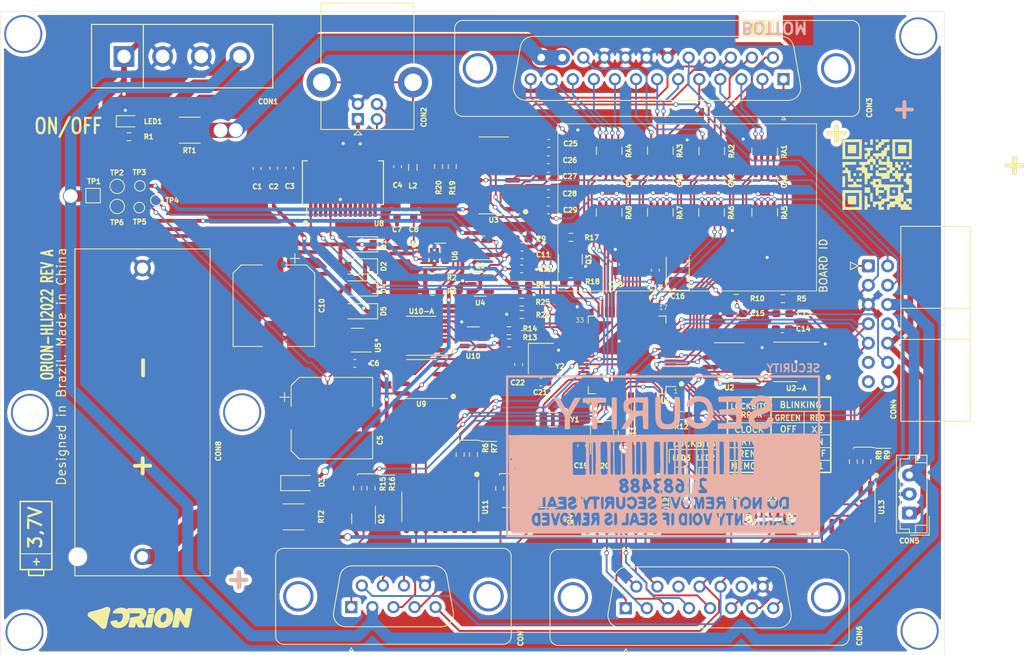
<source format=kicad_pcb>
(kicad_pcb (version 20211014) (generator pcbnew)
  (layers (0 "F.Cu" signal "cobre frontal") (31 "B.Cu" signal "Cobre traseira") (34 "B.Paste" user "Pasta traseira") (35 "F.Paste" user "Pasta frontal") (36 "B.SilkS" user "B.Silkscreen") (37 "F.SilkS" user "F.Silkscreen") (38 "B.Mask" user "Máscara traseira") (39 "F.Mask" user "Máscara frontal") (44 "Edge.Cuts" user "Cortes contorno"))
  (net 0 "")
  (net 1 "0")
  (net 2 "+3.3VP")
  (net 3 "Net-(C18-Pad1)")
  (net 4 "RESET")
  (net 5 "Net-(C25-Pad1)")
  (net 6 "Net-(C26-Pad1)")
  (net 7 "+5VL")
  (net 8 "Net-(C8-Pad1)")
  (net 9 "K2")
  (net 10 "K1")
  (net 11 "K3")
  (net 12 "K6")
  (net 13 "K5")
  (net 14 "K7")
  (net 15 "K4")
  (net 16 "KA")
  (net 17 "K9")
  (net 18 "KB")
  (net 19 "K8")
  (net 20 "KD")
  (net 21 "KC")
  (net 22 "KE")
  (net 23 "NOTE")
  (net 24 "LED2")
  (net 25 "LED3")
  (net 26 "+12V")
  (net 27 "COUT")
  (net 28 "CIN")
  (net 29 "+5V")
  (net 30 "INIB")
  (net 31 "COUT1")
  (net 32 "CIN1")
  (net 33 "PRINT_IMP")
  (net 34 "PGED2")
  (net 35 "PGEC2")
  (net 36 "PIN-INIB")
  (net 37 "PIN-PRINT")
  (net 38 "Net-(Q3-Pad1)")
  (net 39 "Net-(Q4-Pad1)")
  (net 40 "Net-(Q6-Pad1)")
  (net 41 "Net-(Q7-Pad1)")
  (net 42 "PIN-SCL")
  (net 43 "PIN-SDA")
  (net 44 "Net-(R16-Pad2)")
  (net 45 "PIN-CIN")
  (net 46 "PIN-COUT")
  (net 47 "PIN-CIN1")
  (net 48 "PIN-COUT1")
  (net 49 "PIN-PWRMODE")
  (net 50 "PIN-S4")
  (net 51 "PIN-S3")
  (net 52 "PIN-S2")
  (net 53 "PIN-S1")
  (net 54 "PIN-S0")
  (net 55 "PIN-S9")
  (net 56 "PIN-S8")
  (net 57 "PIN-S11")
  (net 58 "PIN-S10")
  (net 59 "Net-(U1-Pad40)")
  (net 60 "Net-(U1-Pad39)")
  (net 61 "Net-(U1-Pad34)")
  (net 62 "Net-(U1-Pad33)")
  (net 63 "TXA")
  (net 64 "RXA")
  (net 65 "Net-(U1-Pad8)")
  (net 66 "Net-(U1-Pad6)")
  (net 67 "Net-(U1-Pad5)")
  (net 68 "PIN-S7")
  (net 69 "PIN-S6")
  (net 70 "PIN-S5")
  (net 78 "K0")
  (net 79 "Net-(C10-Pad1)")
  (net 80 "K_0")
  (net 81 "K_1")
  (net 82 "NOTE_")
  (net 83 "K_C")
  (net 84 "K_D")
  (net 85 "K_5")
  (net 86 "K_6")
  (net 87 "K_7")
  (net 88 "K_8")
  (net 89 "K_9")
  (net 90 "K_A")
  (net 91 "K_B")
  (net 92 "K_2")
  (net 93 "K_3")
  (net 94 "K_E")
  (net 95 "K_4")
  (net 96 "Net-(C24-Pad1)")
  (net 97 "+2V5")
  (net 98 "Net-(LED1-Pad2)")
  (net 99 "Net-(Q2-Pad1)")
  (net 105 "RXP")
  (net 106 "TXP")
  (net 107 "Net-(C14-Pad1)")
  (net 108 "Net-(Q5-Pad1)")
  (net 109 "Net-(LED3-Pad2)")
  (net 110 "VBAT")
  (net 111 "+5VD")
  (net 112 "Net-(U1-Pad48)")
  (net 113 "Net-(R4-Pad2)")
  (net 114 "Net-(R5-Pad1)")
  (net 115 "Net-(R9-Pad1)")
  (net 116 "Net-(R15-Pad2)")
  (net 129 "Net-(LED2-Pad2)")
  (net 130 "Net-(CON2-Pad2)")
  (net 131 "Net-(CON2-Pad3)")
  (net 132 "Net-(CON2-Pad5)")
  (net 133 "Net-(CON3-Pad16)")
  (net 134 "Net-(CON3-Pad17)")
  (net 135 "Net-(CON3-Pad24)")
  (net 138 "Net-(CON6-Pad1)")
  (net 139 "Net-(CON6-Pad2)")
  (net 140 "Net-(CON6-Pad3)")
  (net 141 "Net-(CON6-Pad4)")
  (net 142 "Net-(CON6-Pad5)")
  (net 143 "Net-(CON6-Pad6)")
  (net 144 "Net-(CON6-Pad7)")
  (net 145 "Net-(CON6-Pad8)")
  (net 146 "Net-(CON6-Pad9)")
  (net 147 "Net-(CON6-Pad10)")
  (net 149 "Net-(CON7-Pad7)")
  (net 150 "Net-(CON7-Pad8)")
  (net 151 "Net-(CON8-Pad1)")
  (net 152 "Net-(U1-Pad47)")
  (net 153 "Net-(C26-Pad2)")
  (net 154 "Net-(C19-Pad1)")
  (net 166 "+3V3")
  (net 167 "Net-(C4-Pad1)")
  (net 171 "Net-(R2-Pad2)")
  (net 172 "Net-(R3-Pad1)")
  (net 173 "Net-(R5-Pad2)")
  (net 174 "Net-(R6-Pad1)")
  (net 175 "Net-(R7-Pad1)")
  (net 176 "Net-(R11-Pad2)")
  (net 177 "Net-(C27-Pad1)")
  (net 178 "Net-(C27-Pad2)")
  (net 179 "Net-(C28-Pad1)")
  (footprint "Capacitor_SMD:C_0603_1608Metric_Pad1.08x0.95mm_HandSolder" (layer "F.Cu") (at 111.6375 75.15)
    (fp_text reference "C6")
    (fp_text value "100nF")
  )
  (footprint "Capacitor_SMD:C_0603_1608Metric_Pad1.08x0.95mm_HandSolder" (layer "F.Cu") (at 133.6375 58.775)
    (fp_text reference "C9")
    (fp_text value "100nF")
  )
  (footprint "Capacitor_SMD:C_0603_1608Metric_Pad1.08x0.95mm_HandSolder" (layer "F.Cu") (at 133.5863 62.7238)
    (fp_text reference "C12")
    (fp_text value "100nF")
  )
  (footprint "Capacitor_SMD:C_0603_1608Metric_Pad1.08x0.95mm_HandSolder" (layer "F.Cu") (at 167.9194 68.6054 180)
    (fp_text reference "C13")
    (fp_text value "100nF")
  )
  (footprint "Capacitor_SMD:C_0603_1608Metric_Pad1.08x0.95mm_HandSolder" (layer "F.Cu") (at 167.8686 70.612)
    (fp_text reference "C14")
    (fp_text value "47pF")
  )
  (footprint "Capacitor_SMD:C_0603_1608Metric_Pad1.08x0.95mm_HandSolder" (layer "F.Cu") (at 161.8 68.6 180)
    (fp_text reference "C15")
    (fp_text value "1nF")
  )
  (footprint "Capacitor_Tantalum_SMD:CP_EIA-3528-12_Kemet-T_Pad1.50x2.35mm_HandSolder" (layer "F.Cu") (at 154.1 62.9 90)
    (fp_text reference "C16")
    (fp_text value "10uFX6.3V-Tan")
  )
  (footprint "Capacitor_SMD:C_0603_1608Metric_Pad1.08x0.95mm_HandSolder" (layer "F.Cu") (at 151.1554 62.8904 90)
    (fp_text reference "C17")
    (fp_text value "100nF")
  )
  (footprint "Capacitor_SMD:C_0603_1608Metric_Pad1.08x0.95mm_HandSolder" (layer "F.Cu") (at 145.9 62.139978 90)
    (fp_text reference "C18")
    (fp_text value "100nF")
  )
  (footprint "Capacitor_Tantalum_SMD:CP_EIA-3528-12_Kemet-T_Pad1.50x2.35mm_HandSolder" (layer "F.Cu") (at 144.145 85.344 -90)
    (fp_text reference "C20")
    (fp_text value "10uFX6.3V-Tan")
  )
  (footprint "Resistor_SMD:R_Array_Convex_4x0603" (layer "F.Cu") (at 165.5518 51.1544 -90)
    (fp_text reference "CA1")
    (fp_text value "100nF")
  )
  (footprint "Resistor_SMD:R_Array_Convex_4x0603" (layer "F.Cu") (at 145.0848 51.1036 -90)
    (fp_text reference "CA4")
    (fp_text value "Array_Cap")
  )
  (footprint "Diode_SMD:D_SOD-123" (layer "F.Cu") (at 112.4 59.5 180)
    (fp_text reference "D1")
    (fp_text value "DSS14U")
  )
  (footprint "Diode_SMD:D_SOD-123" (layer "F.Cu") (at 112.4 62.4 180)
    (fp_text reference "D2")
    (fp_text value "DSS14U")
  )
  (footprint "Diode_SMD:D_SOD-123" (layer "F.Cu") (at 104.1615 90.9066)
    (fp_text reference "D3")
    (fp_text value "DSS14U")
  )
  (footprint "LED_SMD:LED_0603_1608Metric_Pad1.05x0.95mm_HandSolder" (layer "F.Cu") (at 157.6324 90.5002 -90)
    (fp_text reference "LED2")
    (fp_text value "RED")
  )
  (footprint "LED_SMD:LED_0603_1608Metric_Pad1.05x0.95mm_HandSolder" (layer "F.Cu") (at 154.4066 90.4608 -90)
    (fp_text reference "LED3")
    (fp_text value "GREEN")
  )
  (footprint "Connector_Dsub:DSUB-25_Male_Vertical_P2.77x2.84mm_MountingHoles" (layer "F.Cu") (at 168.009 37.7663 180)
    (fp_text reference "CON3")
    (fp_text value " ")
  )
  (footprint "Package_TO_SOT_SMD:SOT-23" (layer "F.Cu") (at 139.9946 61.4703 90)
    (fp_text reference "Q3")
    (fp_text value "BC817")
  )
  (footprint "Package_TO_SOT_SMD:SOT-23" (layer "F.Cu") (at 131.7345 95.6836 180)
    (fp_text reference "Q5")
    (fp_text value "BSS84")
  )
  (footprint "Resistor_SMD:R_0603_1608Metric_Pad0.98x0.95mm_HandSolder" (layer "F.Cu") (at 81.9544 45.339)
    (fp_text reference "R1")
    (fp_text value "470R")
  )
  (footprint "Resistor_SMD:R_0603_1608Metric_Pad0.98x0.95mm_HandSolder" (layer "F.Cu") (at 121.8184 63.9064)
    (fp_text reference "R2")
    (fp_text value "10k")
  )
  (footprint "Resistor_SMD:R_0603_1608Metric_Pad0.98x0.95mm_HandSolder" (layer "F.Cu") (at 121.8438 65.659 180)
    (fp_text reference "R3")
    (fp_text value "10k")
  )
  (footprint "Resistor_SMD:R_0603_1608Metric_Pad0.98x0.95mm_HandSolder" (layer "F.Cu") (at 167.9194 66.6496 180)
    (fp_text reference "R5")
    (fp_text value "22k")
  )
  (footprint "Resistor_SMD:R_0603_1608Metric_Pad0.98x0.95mm_HandSolder" (layer "F.Cu") (at 127.254 87.1455 -90)
    (fp_text reference "R7")
    (fp_text value "1K")
  )
  (footprint "Resistor_SMD:R_0603_1608Metric_Pad0.98x0.95mm_HandSolder" (layer "F.Cu") (at 125.5014 87.1455 -90)
    (fp_text reference "R6")
    (fp_text value "1K")
  )
  (footprint "Resistor_SMD:R_0603_1608Metric_Pad0.98x0.95mm_HandSolder" (layer "F.Cu") (at 161.8 66.6)
    (fp_text reference "R10")
    (fp_text value "22k")
  )
  (footprint "Resistor_SMD:R_0603_1608Metric_Pad0.98x0.95mm_HandSolder" (layer "F.Cu") (at 146.812 84.328 90)
    (fp_text reference "R11")
    (fp_text value "22K")
  )
  (footprint "Resistor_SMD:R_0603_1608Metric_Pad0.98x0.95mm_HandSolder" (layer "F.Cu") (at 157.6324 94.6912 90)
    (fp_text reference "R27")
    (fp_text value "470R")
  )
  (footprint "Resistor_SMD:R_0603_1608Metric_Pad0.98x0.95mm_HandSolder" (layer "F.Cu") (at 154.4066 94.6518 90)
    (fp_text reference "R28")
    (fp_text value "470R")
  )
  (footprint "Resistor_SMD:R_0603_1608Metric_Pad0.98x0.95mm_HandSolder" (layer "F.Cu") (at 133.6106 67.0956 180)
    (fp_text reference "R25")
    (fp_text value "1K5")
  )
  (footprint "Resistor_SMD:R_0603_1608Metric_Pad0.98x0.95mm_HandSolder" (layer "F.Cu") (at 133.6106 68.7212)
    (fp_text reference "R26")
    (fp_text value "3K3")
  )
  (footprint "Resistor_SMD:R_0603_1608Metric_Pad0.98x0.95mm_HandSolder" (layer "F.Cu") (at 140.0363 64.413)
    (fp_text reference "R18")
    (fp_text value "22K")
  )
  (footprint "Resistor_SMD:R_0603_1608Metric_Pad0.98x0.95mm_HandSolder" (layer "F.Cu") (at 132.6134 91.5924 -90)
    (fp_text reference "R22")
    (fp_text value "1K")
  )
  (footprint "Resistor_SMD:R_Array_Convex_4x0603" (layer "F.Cu") (at 165.5328 47.2936 -90)
    (fp_text reference "RA1")
    (fp_text value "1K")
  )
  (footprint "Resistor_SMD:R_Array_Convex_4x0603" (layer "F.Cu") (at 151.8168 47.1666 -90)
    (fp_text reference "RA3")
    (fp_text value "R_Pack04")
  )
  (footprint "Resistor_SMD:R_Array_Convex_4x0603" (layer "F.Cu") (at 145.0848 47.1666 -90)
    (fp_text reference "RA4")
    (fp_text value "R_Pack04")
  )
  (footprint "Resistor_SMD:R_Array_Convex_4x0603" (layer "F.Cu") (at 165.5328 55.2946 -90)
    (fp_text reference "RA5")
    (fp_text value "10K")
  )
  (footprint "Resistor_SMD:R_Array_Convex_4x0603" (layer "F.Cu") (at 151.8168 55.2946 -90)
    (fp_text reference "RA7")
    (fp_text value "R_Pack04")
  )
  (footprint "Resistor_SMD:R_Array_Convex_4x0603" (layer "F.Cu") (at 145.0848 55.2946 -90)
    (fp_text reference "RA8")
    (fp_text value "R_Pack04")
  )
  (footprint "Package_QFP:TQFP-64_10x10mm_P0.5mm" (layer "F.Cu") (at 147.447 74.041 180)
    (fp_text reference "U1")
    (fp_text value "PIC24HJ64GP206-I_PT")
  )
  (footprint "Package_SON:VSON-10-1EP_3x3mm_P0.5mm_EP1.2x2mm_ThermalVias" (layer "F.Cu") (at 122.1184 60.952)
    (fp_text reference "U6")
    (fp_text value "VSON-10-1EP_3x3mm_P0.5mm_EP1.2x2mm_ThermalVias")
  )
  (footprint "Package_TO_SOT_SMD:SOT-23-5" (layer "F.Cu") (at 128.1375 64.75)
    (fp_text reference "U4")
    (fp_text value "TPS7A0533PDBV")
  )
  (footprint "Package_SO:SOIC-8_3.9x4.9mm_P1.27mm" (layer "F.Cu") (at 160.8845 75.0062 180)
    (fp_text reference "U2")
    (fp_text value "SOIC-8_3.9x4.9mm_P1.27mm")
  )
  (footprint "Package_TO_SOT_SMD:SOT-23-5" (layer "F.Cu") (at 127.2281 71.9176 180)
    (fp_text reference "U10")
    (fp_text value "24AA02-OT")
  )
  (footprint "Package_SO:SOIC-16_3.9x9.9mm_P1.27mm" (layer "F.Cu") (at 174.9806 94.107 -90)
    (fp_text reference "U13")
    (fp_text value "ULN2003")
  )
  (footprint "Package_SO:SOIC-16_3.9x9.9mm_P1.27mm" (layer "F.Cu") (at 146.685 94.169 -90)
    (fp_text reference "U12")
    (fp_text value "ULN2003")
  )
  (footprint "Package_SO:SOIC-16_3.9x9.9mm_P1.27mm" (layer "F.Cu") (at 122.8852 94.0308 -90)
    (fp_text reference "U11")
    (fp_text value "ULN2003")
  )
  (footprint "Resistor_SMD:R_0603_1608Metric_Pad0.98x0.95mm_HandSolder" (layer "F.Cu") (at 130.7 91.5924 -90)
    (fp_text reference "R21")
    (fp_text value "1K")
  )
  (footprint "Package_TO_SOT_SMD:SOT-23" (layer "F.Cu") (at 137.5118 95.6841)
    (fp_text reference "Q4")
    (fp_text value "BSS84")
  )
  (footprint "Package_TO_SOT_SMD:SOT-23" (layer "F.Cu") (at 161.1343 95.5901 -90)
    (fp_text reference "Q7")
    (fp_text value "BSS84")
  )
  (footprint "Resistor_SMD:R_0603_1608Metric_Pad0.98x0.95mm_HandSolder" (layer "F.Cu") (at 161.1376 91.5924)
    (fp_text reference "R24")
    (fp_text value "1K")
  )
  (footprint "Resistor_SMD:R_0603_1608Metric_Pad0.98x0.95mm_HandSolder" (layer "F.Cu") (at 166.2176 91.5923)
    (fp_text reference "R23")
    (fp_text value "1K")
  )
  (footprint "Package_TO_SOT_SMD:SOT-23" (layer "F.Cu") (at 166.243 95.631 -90)
    (fp_text reference "Q6")
    (fp_text value "BSS84")
  )
  (footprint "Resistor_SMD:R_0603_1608Metric_Pad0.98x0.95mm_HandSolder" (layer "F.Cu") (at 177.1904 88.0872 -90)
    (fp_text reference "R8")
    (fp_text value "1K")
  )
  (footprint "Package_SO:SOIC-8_3.9x4.9mm_P1.27mm" (layer "F.Cu") (at 120.39 77.216 180)
    (fp_text reference "U9")
    (fp_text value "SOIC-8_3.9x4.9mm_P1.27mm")
  )
  (footprint "Resistor_SMD:R_0603_1608Metric_Pad0.98x0.95mm_HandSolder" (layer "F.Cu") (at 131.928 72.4662)
    (fp_text reference "R13")
    (fp_text value "1K")
  )
  (footprint "Resistor_SMD:R_0603_1608Metric_Pad0.98x0.95mm_HandSolder" (layer "F.Cu") (at 131.9045 70.866)
    (fp_text reference "R14")
    (fp_text value "1K")
  )
  (footprint "Connector_Dsub:DSUB-9_Female_Vertical_P2.77x2.84mm_MountingHoles" (layer "F.Cu") (at 111.1871 107.2227 180)
    (fp_text reference "CON7")
    (fp_text value "Conn_01x09")
  )
  (footprint "Package_TO_SOT_SMD:SOT-23-5" (layer "F.Cu") (at 112 72.1 180)
    (fp_text reference "U5")
    (fp_text value "TPS7A0533PDBV")
  )
  (footprint "Capacitor_SMD:C_0603_1608Metric_Pad1.08x0.95mm_HandSolder" (layer "F.Cu") (at 141.478 85.979 -90)
    (fp_text reference "C19")
    (fp_text value "100nF")
  )
  (footprint "Package_SO:SOIC-16_3.9x9.9mm_P1.27mm" (layer "F.Cu") (at 129.9096 50.429 180)
    (fp_text reference "U3")
    (fp_text value "MAX3232")
  )
  (footprint "Capacitor_SMD:C_0603_1608Metric_Pad1.08x0.95mm_HandSolder" (layer "F.Cu") (at 137.0846 50.5306)
    (fp_text reference "C27")
    (fp_text value "100nF")
  )
  (footprint "Capacitor_SMD:C_0603_1608Metric_Pad1.08x0.95mm_HandSolder" (layer "F.Cu") (at 137.0846 52.8166)
    (fp_text reference "C28")
    (fp_text value "100nF")
  )
  (footprint "Capacitor_SMD:C_0603_1608Metric_Pad1.08x0.95mm_HandSolder" (layer "F.Cu") (at 137.1476 46.2126)
    (fp_text reference "C25")
    (fp_text value "100nF" hide)
  )
  (footprint "Capacitor_SMD:C_0603_1608Metric_Pad1.08x0.95mm_HandSolder" (layer "F.Cu") (at 137.0846 54.9756)
    (fp_text reference "C29")
    (fp_text value "100nF")
  )
  (footprint "Capacitor_SMD:C_0603_1608Metric_Pad1.08x0.95mm_HandSolder" (layer "F.Cu") (at 137.0846 48.3716 180)
    (fp_text reference "C26")
    (fp_text value "100nF" hide)
  )
  (footprint "Inductor_SMD:L_0805_2012Metric" (layer "F.Cu") (at 119.2784 49.3522 90)
    (fp_text reference "L2")
    (fp_text value "BLM21PG221SN1D")
  )
  (footprint "Resistor_SMD:R_0603_1608Metric_Pad0.98x0.95mm_HandSolder" (layer "F.Cu") (at 178.9684 88.0872 -90)
    (fp_text reference "R9")
    (fp_text value "1K")
  )
  (footprint "Resistor_SMD:R_Array_Convex_4x0603" (layer "F.Cu") (at 158.5468 51.1036 -90)
    (fp_text reference "CA2")
    (fp_text value "Array_Cap")
  )
  (footprint "Resistor_SMD:R_Array_Convex_4x0603" (layer "F.Cu") (at 158.5668 47.2286 -90)
    (fp_text reference "RA2")
    (fp_text value "R_Pack04")
  )
  (footprint "Resistor_SMD:R_Array_Convex_4x0603" (layer "F.Cu") (at 158.5468 55.2946 -90)
    (fp_text reference "RA6")
    (fp_text value "R_Pack04")
  )
  (footprint "6:Molex-0015244449-0" (layer "F.Cu") (at 88.9254 34.7755)
    (fp_text reference "CON1")
    (fp_text value " " hide)
  )
  (footprint "Connector_USB:USB_B_Lumberg_2411_02_Horizontal" (layer "F.Cu") (at 112.0594 43.0333 90)
    (fp_text reference "CON2")
    (fp_text value "USB_B")
  )
  (footprint "Package_TO_SOT_SMD:SOT-23" (layer "F.Cu") (at 112.8014 95.6056 -90)
    (fp_text reference "Q2")
    (fp_text value "BC817")
  )
  (footprint "Connector_Dsub:DSUB-15_Female_Vertical_P2.77x2.84mm_MountingHoles" (layer "F.Cu") (at 147.277 107.361 180)
    (fp_text reference "CON6")
    (fp_text value "Conn_01x15")
  )
  (footprint "Capacitor_SMD:C_0603_1608Metric_Pad1.08x0.95mm_HandSolder" (layer "F.Cu") (at 117.2 55.2375 90)
    (fp_text reference "C7")
    (fp_text value "1uF")
  )
  (footprint "Capacitor_SMD:C_0603_1608Metric_Pad1.08x0.95mm_HandSolder" (layer "F.Cu") (at 119.4 55.2375 90)
    (fp_text reference "C8")
    (fp_text value "1uF")
  )
  (footprint "Resistor_SMD:R_Array_Convex_4x0603" (layer "F.Cu") (at 151.8168 51.1036 -90)
    (fp_text reference "CA3")
    (fp_text value "Array_Cap")
  )
  (footprint "Resistor_SMD:R_0603_1608Metric_Pad0.98x0.95mm_HandSolder" (layer "F.Cu") (at 113.7666 91.567 90)
    (fp_text reference "R16")
    (fp_text value "22K")
  )
  (footprint "TestPoint:TestPoint_Pad_D1.5mm" (layer "F.Cu") (at 80.4164 51.8668 90)
    (fp_text reference "TP2")
    (fp_text value "TestPoint")
  )
  (footprint "TestPoint:TestPoint_Pad_D1.0mm" (layer "F.Cu") (at 83.4 51.8 -90)
    (fp_text reference "TP3")
    (fp_text value "TestPoint")
  )
  (footprint "Resistor_SMD:R_1812_4532Metric" (layer "F.Cu") (at 103.6027 95.3516)
    (fp_text reference "RT2")
    (fp_text value "300mA - 304N")
  )
  (footprint "Connector_IDC:IDC-Header_2x07_P2.54mm_Horizontal" (layer "F.Cu") (at 179.1637 62.3316)
    (fp_text reference "CON4")
    (fp_text value "Connector_Adapter")
  )
  (footprint "Resistor_SMD:R_0603_1608Metric_Pad0.98x0.95mm_HandSolder" (layer "F.Cu") (at 124.46 49.2506 90)
    (fp_text reference "R19")
    (fp_text value "33R")
  )
  (footprint "Capacitor_SMD:C_0603_1608Metric_Pad1.08x0.95mm_HandSolder" (layer "F.Cu") (at 136.42 85.82 -90)
    (fp_text reference "C23")
    (fp_text value "7pF")
  )
  (footprint "Resistor_SMD:R_0603_1608Metric_Pad0.98x0.95mm_HandSolder" (layer "F.Cu") (at 133.5965 64.8728)
    (fp_text reference "R4")
    (fp_text value "10k")
  )
  (footprint "LED_SMD:LED_0603_1608Metric_Pad1.05x0.95mm_HandSolder" (layer "F.Cu") (at 81.9544 43.307)
    (fp_text reference "LED1")
    (fp_text value "BLUE")
  )
  (footprint "Capacitor_SMD:C_0603_1608Metric_Pad1.08x0.95mm_HandSolder" (layer "F.Cu") (at 136.09 77.61 180)
    (fp_text reference "C21")
    (fp_text value "10pF")
  )
  (footprint "Package_TO_SOT_SMD:SOT-23" (layer "F.Cu") (at 128.1 59.95 180)
    (fp_text reference "Q1")
    (fp_text value "IRLML5103")
  )
  (footprint "Capacitor_SMD:CP_Elec_10x10.5" (layer "F.Cu") (at 108.6375 82.36)
    (fp_text reference "C5")
    (fp_text value "470uFx16V")
  )
  (footprint "Capacitor_SMD:C_0603_1608Metric_Pad1.08x0.95mm_HandSolder" (layer "F.Cu") (at 117.2718 49.276 -90)
    (fp_text reference "C4")
    (fp_text value "1uF")
  )
  (footprint "Diode_SMD:D_SOD-123" (layer "F.Cu") (at 112.4 68.3 180)
    (fp_text reference "D5")
    (fp_text value "DSS14U")
  )
  (footprint "Connector_JST:JST_EH_B3B-EH-A_1x03_P2.50mm_Vertical" (layer "F.Cu") (at 184.5564 94.8436 90)
    (fp_text reference "CON5")
    (fp_text value "Connector_Audio")
  )
  (footprint "Capacitor_SMD:CP_Elec_10x10.5" (layer "F.Cu") (at 101.01 67.57 -90)
    (fp_text reference "C10")
    (fp_text value "470uFx16v")
  )
  (footprint "Resistor_SMD:R_0603_1608Metric_Pad0.98x0.95mm_HandSolder" (layer "F.Cu") (at 154.559 82.0166 180)
    (fp_text reference "R12")
    (fp_text value "1K")
  )
  (footprint "Crystal:Crystal_SMD_TXC_7M-4Pin_3.2x2.5mm" (layer "F.Cu") (at 136.11 74.52 -90)
    (fp_text reference "Y2")
    (fp_text value "Crystal_20MHz")
  )
  (footprint "Resistor_SMD:R_0603_1608Metric_Pad0.98x0.95mm_HandSolder" (layer "F.Cu") (at 140.0708 58.5747)
    (fp_text reference "R17")
    (fp_text value "1K")
  )
  (footprint "Capacitor_SMD:C_0603_1608Metric_Pad1.08x0.95mm_HandSolder" (layer "F.Cu") (at 98.8 49.5375 90)
    (fp_text reference "C1")
    (fp_text value "100nF")
  )
  (footprint "Resistor_SMD:R_0603_1608Metric_Pad0.98x0.95mm_HandSolder" (layer "F.Cu") (at 122.6566 49.2506 90)
    (fp_text reference "R20")
    (fp_text value "33R")
  )
  (footprint "TestPoint:TestPoint_Pad_D1.5mm" (layer "F.Cu") (at 80.4164 54.5084 90)
    (fp_text reference "TP6")
    (fp_text value "TestPoint")
  )
  (footprint "Package_DFN_QFN:DFN-8-1EP_6x5mm_P1.27mm_EP2x2mm" (layer "F.Cu") (at 169.6983 74.9554 180)
    (fp_text reference "U2-A")
    (fp_text value "DFN-8-1EP_6x5mm_P1.27mm_EP2x2mm")
  )
  (footprint "LOGO" (layer "F.Cu") (at 180.21615 50.183892)
    (fp_text reference "G1" hide)
    (fp_text value "LOGO" hide)
  )
  (footprint "bt1:BAT_BH123A" (layer "F.Cu") (at 83.7368 81.6028 -90)
    (fp_text reference "CON8")
    (fp_text value "CR123A" hide)
  )
  (footprint "Diode_SMD:D_SOD-123" (layer "F.Cu") (at 112.4 65.3 180)
    (fp_text reference "D4")
    (fp_text value "DSS14U")
  )
  (footprint "Resistor_SMD:R_0603_1608Metric_Pad0.98x0.95mm_HandSolder" (layer "F.Cu") (at 112.014 91.567 -90)
    (fp_text reference "R15")
    (fp_text value "1K")
  )
  (footprint "TestPoint:TestPoint_Pad_D1.0mm" (layer "F.Cu") (at 83.312 54.6608 90)
    (fp_text reference "TP5")
    (fp_text value "TestPoint")
  )
  (footprint "TestPoint:TestPoint_Pad_D1.0mm" (layer "F.Cu") (at 85.5 53.7 90)
    (fp_text reference "TP4")
    (fp_text value "TestPoint")
  )
  (footprint "Resistor_SMD:R_1812_4532Metric" (layer "F.Cu") (at 89.9568 44.4746 180)
    (fp_text reference "RT1")
    (fp_text value "1,5A - 153F")
  )
  (footprint "Capacitor_SMD:C_0603_1608Metric_Pad1.08x0.95mm_HandSolder" (layer "F.Cu") (at 133.18 75.31 -90)
    (fp_text reference "C22")
    (fp_text value "10pF")
  )
  (footprint "Capacitor_SMD:C_0603_1608Metric_Pad1.08x0.95mm_HandSolder" (layer "F.Cu") (at 138.88 85.84 -90)
    (fp_text reference "C24")
    (fp_text value "7pF")
  )
  (footprint "Capacitor_SMD:C_0603_1608Metric_Pad1.08x0.95mm_HandSolder" (layer "F.Cu") (at 133.6375 60.875)
    (fp_text reference "C11")
    (fp_text value "100nF")
  )
  (footprint "Capacitor_SMD:C_0603_1608Metric_Pad1.08x0.95mm_HandSolder" (layer "F.Cu") (at 101 49.5 90)
    (fp_text reference "C2")
    (fp_text value "10nF")
  )
  (footprint "Crystal:Crystal_SMD_MicroCrystal_CC7V-T1A-2Pin_3.2x1.5mm" (layer "F.Cu") (at 137.69 82.56)
    (fp_text reference "Y1")
    (fp_text value "Crystal_32KHz")
  )
  (footprint "TestPoint:TestPoint_Pad_1.5x1.5mm" (layer "F.Cu") (at 77.2414 53.086 90)
    (fp_text reference "TP1")
    (fp_text value "TestPoint")
  )
  (footprint "Capacitor_SMD:C_0603_1608Metric_Pad1.08x0.95mm_HandSolder" (layer "F.Cu") (at 103.1 49.4625 90)
    (fp_text reference "C3")
    (fp_text value "4,7uF")
  )
  (footprint "Package_SO:SOIC-8_3.9x4.9mm_P1.27mm" (layer "F.Cu") (at 120.39 71.5264 180)
    (fp_text reference "U10-A")
    (fp_text value "SOIC-8_3.9x4.9mm_P1.27mm")
  )
  (footprint "Package_SO:SSOP-28_5.3x10.2mm_P0.65mm" (layer "F.Cu") (at 110.0836 51.3842 90)
    (fp_text reference "U8")
    (fp_text value "FT232RL")
  )
  (footprint "LOGO" (layer "B.Cu") (at 152.2246 87.6534 -90)
    (fp_text reference "G***" hide)
    (fp_text value "LOGO" hide)
  )
  (gr_line (start 198.4 48.1) (end 198.4 50.1) (layer "F.Cu") (width 0.5))
  (gr_line (start 174.9552 43.9072) (end 174.9552 45.9072) (layer "F.Cu") (width 0.5))
  (gr_line (start 175.9552 44.9072) (end 173.9552 44.9072) (layer "F.Cu") (width 0.5))
  (gr_line (start 96.391 102.65) (end 96.391 104.65) (layer "F.Cu") (width 0.5))
  (gr_line (start 97.375 103.65) (end 95.375 103.65) (layer "F.Cu") (width 0.5))
  (gr_line (start 199.4 49.1) (end 197.4 49.1) (layer "F.Cu") (width 0.5))
  (gr_line (start 199.4 49.1) (end 197.4 49.1) (layer "B.Cu") (width 0.5))
  (gr_line (start 174.9552 43.9072) (end 174.9552 45.9072) (layer "B.Cu") (width 0.5))
  (gr_line (start 96.416 102.625) (end 96.416 104.625) (layer "B.Cu") (width 0.5))
  (gr_line (start 97.4 103.625) (end 95.4 103.625) (layer "B.Cu") (width 0.5))
  (gr_line (start 175.9552 44.9072) (end 173.9552 44.9072) (layer "B.Cu") (width 0.5))
  (gr_line (start 198.4 48.1) (end 198.4 50.1) (layer "B.Cu") (width 0.5))
  (gr_line (start 184.896 41.7576) (end 182.896 41.7576) (layer "B.SilkS") (width 0.5))
  (gr_line (start 183.896 40.7576) (end 183.896 42.7576) (layer "B.SilkS") (width 0.5))
  (gr_line (start 97.391 103.675) (end 95.391 103.675) (layer "B.SilkS") (width 0.5))
  (gr_rect (start 172.675 76.875) (end 131.675 97.875) (layer "B.SilkS") (width 0.3) (fill none))
  (gr_line (start 96.375 102.675) (end 96.375 104.675) (layer "B.SilkS") (width 0.5))
  (gr_line (start 125.4887 85.2913) (end 125.4887 85.4691) (layer "F.SilkS") (width 0.12))
  (gr_line (start 114.3762 89.6893) (end 115.0366 89.8417) (layer "F.SilkS") (width 0.12))
  (gr_line (start 130.7231 89.662) (end 133.0345 89.662) (layer "F.SilkS") (width 0.12))
  (gr_line (start 69.4112 101.252) (end 70.1732 101.252) (layer "F.SilkS") (width 0.2))
  (gr_line (start 177.2412 86.2076) (end 177.2412 86.3854) (layer "F.SilkS") (width 0.12))
  (gr_line (start 96.386 102.65) (end 96.386 104.65) (layer "F.SilkS") (width 0.5))
  (gr_line (start 170.7134 81.5718) (end 170.7134 89.4718) (layer "F.SilkS") (width 0.12))
  (gr_rect (start 160.6634 82.9718) (end 174.2294 89.5028) (layer "F.SilkS") (width 0.12) (fill none))
  (gr_line (start 160.6634 86.2373) (end 174.2294 86.2373) (layer "F.SilkS") (width 0.12))
  (gr_line (start 166.3634 81.4718) (end 174.2134 81.4718) (layer "F.SilkS") (width 0.12))
  (gr_line (start 112.014 89.7147) (end 112.014 89.8925) (layer "F.SilkS") (width 0.12))
  (gr_line (start 152.9858 86.4778) (end 152.9858 88.2812) (layer "F.SilkS") (width 0.12))
  (gr_circle (center 165.0867 77.1144) (end 165.3867 77.1144) (layer "F.SilkS") (width 0.12) (fill solid))
  (gr_line (start 69.7922 101.6838) (end 69.7922 100.8456) (layer "F.SilkS") (width 0.2))
  (gr_line (start 133.6294 89.8144) (end 135.6614 89.8144) (layer "F.SilkS") (width 0.12))
  (gr_poly (pts (xy 86.645518 107.440248) (xy 86.576625 107.444116) (xy 86.508426 107.451746) (xy 86.441056 107.463069) (xy 86.374654 107.478015) (xy 86.309355 107.496516) (xy 86.245297 107.518503) (xy 86.182617 107.543906) (xy 86.121451 107.572657) (xy 86.061936 107.604686) (xy 86.00421 107.639926) (xy 85.948409 107.678306) (xy 85.89467 107.719759) (xy 85.84313 107.764214) (xy 85.793926 107.811604) (xy 85.747194 107.861859) (xy 85.703072 107.91491) (xy 86.659806 107.91491) (xy 86.683558 107.915439) (xy 86.706496 107.917015) (xy 86.728626 107.919625) (xy 86.74995 107.923255) (xy 86.770473 107.92789) (xy 86.790198 107.933516) (xy 86.809129 107.940119) (xy 86.82727 107.947685) (xy 86.844626 107.9562) (xy 86.861199 107.96565) (xy 86.876994 107.97602) (xy 86.892015 107.987296) (xy 86.906265 107.999465) (xy 86.919748 108.012512) (xy 86.932469 108.026422) (xy 86.944431 108.041182) (xy 86.955638 108.056778) (xy 86.966094 108.073196) (xy 86.975802 108.09042) (xy 86.984768 108.108438) (xy 86.992993 108.127235) (xy 87.000483 108.146797) (xy 87.007242 108.167109) (xy 87.013272 108.188158) (xy 87.018579 108.20993) (xy 87.023165 108.23241) (xy 87.027035 108.255584) (xy 87.030193 108.279438) (xy 87.032643 108.303957) (xy 87.034387 108.329129) (xy 87.035778 108.38137) (xy 87.032776 108.473524) (xy 87.023888 108.564684) (xy 87.009293 108.654167) (xy 86.98917 108.74129) (xy 86.963699 108.825371) (xy 86.933059 108.905724) (xy 86.897428 108.981668) (xy 86.856986 109.052519) (xy 86.811912 109.117593) (xy 86.762384 109.176208) (xy 86.736007 109.20288) (xy 86.708583 109.22768) (xy 86.680135 109.250524) (xy 86.650686 109.271325) (xy 86.620258 109.29) (xy 86.588873 109.306461) (xy 86.556554 109.320624) (xy 86.523323 109.332404) (xy 86.489203 109.341715) (xy 86.454215 109.348471) (xy 86.418383 109.352587) (xy 86.381729 109.353979) (xy 86.35788 109.353451) (xy 86.334849 109.351879) (xy 86.312631 109.349276) (xy 86.291224 109.345655) (xy 86.270622 109.341031) (xy 86.250821 109.335416) (xy 86.231819 109.328826) (xy 86.213611 109.321274) (xy 86.196192 109.312773) (xy 86.179559 109.303337) (xy 86.163709 109.292981) (xy 86.148636 109.281718) (xy 86.134337 109.269562) (xy 86.120808 109.256526) (xy 86.108046 109.242625) (xy 86.096045 109.227872) (xy 86.084802 109.212281) (xy 86.074314 109.195866) (xy 86.064575 109.17864) (xy 86.055583 109.160618) (xy 86.047333 109.141814) (xy 86.039822 109.12224) (xy 86.033044 109.101912) (xy 86.026997 109.080842) (xy 86.021676 109.059044) (xy 86.017078 109.036533) (xy 86.013197 109.013323) (xy 86.010032 108.989426) (xy 86.007576 108.964857) (xy 86.005827 108.939629) (xy 86.004433 108.887254) (xy 86.00222 108.821096) (xy 86.004143 108.755395) (xy 86.010126 108.690322) (xy 86.020089 108.626047) (xy 86.033955 108.56274) (xy 86.051646 108.500571) (xy 86.073082 108.439711) (xy 86.098186 108.380329) (xy 86.12688 108.322596) (xy 86.159085 108.266683) (xy 86.194724 108.212759) (xy 86.233718 108.160994) (xy 86.275988 108.11156) (xy 86.321458 108.064626) (xy 86.370048 108.020362) (xy 86.42168 107.978939) (xy 86.422085 107.978676) (xy 86.422475 107.978396) (xy 86.422849 107.978102) (xy 86.423206 107.977794) (xy 86.423548 107.977471) (xy 86.423873 107.977136) (xy 86.424182 107.976788) (xy 86.424474 107.976428) (xy 86.424749 107.976058) (xy 86.425007 107.975676) (xy 86.425247 107.975285) (xy 86.42547 107.974884) (xy 86.425675 107.974475) (xy 86.425861 107.974058) (xy 86.42603 107.973633) (xy 86.42618 107.973202) (xy 86.426311 107.972765) (xy 86.426424 107.972322) (xy 86.426517 107.971875) (xy 86.426592 107.971423) (xy 86.426646 107.970968) (xy 86.426681 107.97051) (xy 86.426696 107.97005) (xy 86.426691 107.969589) (xy 86.426666 107.969126) (xy 86.42662 107.968663) (xy 86.426553 107.968201) (xy 86.426465 107.967739) (xy 86.426356 107.96728) (xy 86.426226 107.966822) (xy 86.426074 107.966368) (xy 86.425901 107.965917) (xy 86.425707 107.965474) (xy 86.425495 107.965044) (xy 86.425266 107.964627) (xy 86.42502 107.964224) (xy 86.424758 107.963834) (xy 86.42448 107.963459) (xy 86.424188 107.963097) (xy 86.42388 107.96275) (xy 86.423559 107.962419) (xy 86.423225 107.962102) (xy 86.422878 107.961801) (xy 86.42252 107.961516) (xy 86.422149 107.961247) (xy 86.421768 107.960995) (xy 86.421377 107.960759) (xy 86.420976 107.96054) (xy 86.420566 107.960339) (xy 86.420148 107.960156) (xy 86.419722 107.959991) (xy 86.419289 107.959844) (xy 86.418849 107.959715) (xy 86.418403 107.959606) (xy 86.417951 107.959516) (xy 86.417495 107.959446) (xy 86.417035 107.959395) (xy 86.416571 107.959365) (xy 86.416104 107.959355) (xy 86.415634 107.959366) (xy 86.415163 107.959398) (xy 86.414691 107.959452) (xy 86.414217 107.959527) (xy 86.413744 107.959625) (xy 85.572633 108.113347) (xy 85.548882 108.16094) (xy 85.526648 108.209162) (xy 85.50594 108.257977) (xy 85.486766 108.307348) (xy 85.469134 108.357238) (xy 85.453054 108.407611) (xy 85.438534 108.45843) (xy 85.425583 108.509659) (xy 85.41421 108.561261) (xy 85.404422 108.613199) (xy 85.396229 108.665438) (xy 85.389639 108.71794) (xy 85.384662 108.770669) (xy 85.381305 108.823588) (xy 85.379577 108.876661) (xy 85.379487 108.929851) (xy 85.377726 108.976537) (xy 85.378524 109.022999) (xy 85.381844 109.069142) (xy 85.387649 109.11487) (xy 85.395903 109.160087) (xy 85.406568 109.204699) (xy 85.419608 109.248611) (xy 85.434986 109.291727) (xy 85.452665 109.333951) (xy 85.472607 109.375189) (xy 85.494776 109.415345) (xy 85.519136 109.454324) (xy 85.545649 109.492031) (xy 85.574278 109.52837) (xy 85.604986 109.563246) (xy 85.637737 109.596564) (xy 85.672269 109.628032) (xy 85.70828 109.657401) (xy 85.745675 109.684636) (xy 85.784357 109.709705) (xy 85.824228 109.732574) (xy 85.865194 109.75321) (xy 85.907156 109.77158) (xy 85.950018 109.78765) (xy 85.993683 109.801388) (xy 86.038056 109.812759) (xy 86.08304 109.821731) (xy 86.128537 109.82827) (xy 86.174451 109.832343) (xy 86.220686 109.833917) (xy 86.267144 109.832959) (xy 86.313731 109.829435) (xy 86.389993 109.827607) (xy 86.464326 109.822178) (xy 86.536704 109.813231) (xy 86.607098 109.800849) (xy 86.675481 109.785114) (xy 86.741825 109.766109) (xy 86.806102 109.743917) (xy 86.868285 109.71862) (xy 86.928346 109.690301) (xy 86.986257 109.659043) (xy 87.041991 109.624928) (xy 87.09552 109.58804) (xy 87.146816 109.548461) (xy 87.195853 109.506273) (xy 87.242601 109.461559) (xy 87.287033 109.414403) (xy 87.329123 109.364886) (xy 87.368841 109.313091) (xy 87.406161 109.259102) (xy 87.441055 109.203) (xy 87.473494 109.144869) (xy 87.503452 109.084791) (xy 87.530901 109.022849) (xy 87.555813 108.959125) (xy 87.57816 108.893703) (xy 87.597915 108.826664) (xy 87.615051 108.758093) (xy 87.629538 108.68807) (xy 87.641351 108.61668) (xy 87.65046 108.544005) (xy 87.656839 108.470126) (xy 87.66046 108.395129) (xy 87.659551 108.345682) (xy 87.656094 108.296586) (xy 87.650127 108.247929) (xy 87.641688 108.199802) (xy 87.630814 108.152293) (xy 87.617545 108.105492) (xy 87.601919 108.059488) (xy 87.583973 108.01437) (xy 87.563746 107.970228) (xy 87.541276 107.927151) (xy 87.516601 107.885228) (xy 87.489759 107.844549) (xy 87.46079 107.805203) (xy 87.42973 107.767279) (xy 87.396618 107.730867) (xy 87.361493 107.696055) (xy 87.324605 107.663116) (xy 87.286242 107.632285) (xy 87.246496 107.603595) (xy 87.205457 107.577077) (xy 87.163218 107.552765) (xy 87.11987 107.530691) (xy 87.075504 107.510888) (xy 87.030211 107.493388) (xy 86.984084 107.478225) (xy 86.937214 107.465432) (xy 86.889692 107.455039) (xy 86.84161 107.447082) (xy 86.793059 107.441591) (xy 86.74413 107.4386) (xy 86.694916 107.438142) (xy 86.645507 107.440248) (xy 86.645513 107.440248) (xy 86.645515 107.440248) (xy 86.645518 107.440248)) (layer "F.SilkS") (width 0.264583) (fill solid))
  (gr_poly (pts (xy 81.828514 107.914645) (xy 81.802598 107.863554) (xy 81.773627 107.815573) (xy 81.741758 107.770664) (xy 81.707154 107.728789) (xy 81.669973 107.689908) (xy 81.630376 107.653981) (xy 81.588523 107.62097) (xy 81.544574 107.590837) (xy 81.49869 107.563541) (xy 81.451031 107.539044) (xy 81.401756 107.517306) (xy 81.351027 107.498289) (xy 81.299002 107.481954) (xy 81.245843 107.468262) (xy 81.191709 107.457173) (xy 81.136761 107.448648) (xy 81.081158 107.442649) (xy 81.025062 107.439136) (xy 80.968631 107.438071) (xy 80.912027 107.439413) (xy 80.855409 107.443125) (xy 80.798938 107.449168) (xy 80.742774 107.457501) (xy 80.687076 107.468087) (xy 80.632006 107.480885) (xy 80.577723 107.495858) (xy 80.524387 107.512965) (xy 80.472159 107.532168) (xy 80.421199 107.553429) (xy 80.371667 107.576707) (xy 80.323722 107.601963) (xy 80.277526 107.62916) (xy 80.256005 107.642949) (xy 80.234787 107.657166) (xy 80.213878 107.671807) (xy 80.193286 107.686866) (xy 80.173015 107.702338) (xy 80.153071 107.718217) (xy 80.133462 107.734499) (xy 80.114192 107.751176) (xy 80.095268 107.768246) (xy 80.076696 107.785701) (xy 80.058482 107.803537) (xy 80.040632 107.821748) (xy 80.023151 107.84033) (xy 80.006047 107.859276) (xy 79.989325 107.878582) (xy 79.972991 107.898241) (xy 79.972564 107.898878) (xy 79.972186 107.899537) (xy 79.971858 107.900217) (xy 79.97158 107.900913) (xy 79.971351 107.901623) (xy 79.971172 107.902346) (xy 79.971043 107.903077) (xy 79.970965 107.903815) (xy 79.970937 107.904556) (xy 79.970959 107.905298) (xy 79.971033 107.906039) (xy 79.971158 107.906775) (xy 79.971334 107.907504) (xy 79.971562 107.908223) (xy 79.971841 107.90893) (xy 79.972172 107.909621) (xy 79.972356 107.909958) (xy 79.972551 107.910288) (xy 79.972757 107.910608) (xy 79.972972 107.91092) (xy 79.973198 107.911223) (xy 79.973433 107.911517) (xy 79.973678 107.911802) (xy 79.973932 107.912077) (xy 79.974194 107.912343) (xy 79.974465 107.9126) (xy 79.974744 107.912846) (xy 79.975031 107.913083) (xy 79.975326 107.913309) (xy 79.975628 107.913525) (xy 79.975937 107.91373) (xy 79.976253 107.913925) (xy 79.976575 107.914108) (xy 79.976904 107.914281) (xy 79.977238 107.914442) (xy 79.977578 107.914592) (xy 79.977923 107.914731) (xy 79.978273 107.914857) (xy 79.978628 107.914972) (xy 79.978987 107.915075) (xy 79.979351 107.915165) (xy 79.979718 107.915243) (xy 79.980089 107.915308) (xy 79.980463 107.915361) (xy 79.98084 107.9154) (xy 79.98122 107.915426) (xy 79.981602 107.91544) (xy 79.981987 107.915439) (xy 80.876278 107.915439) (xy 80.888573 107.914908) (xy 80.900864 107.914671) (xy 80.913146 107.914728) (xy 80.925415 107.915079) (xy 80.937666 107.915722) (xy 80.949892 107.916657) (xy 80.962089 107.917882) (xy 80.974252 107.919399) (xy 80.986375 107.921205) (xy 80.998453 107.9233) (xy 81.010481 107.925683) (xy 81.022454 107.928353) (xy 81.034366 107.931311) (xy 81.046213 107.934555) (xy 81.057989 107.938084) (xy 81.069689 107.941897) (xy 81.08889 107.951128) (xy 81.107374 107.961438) (xy 81.125105 107.972783) (xy 81.142047 107.985118) (xy 81.158167 107.9984) (xy 81.173427 108.012584) (xy 81.187793 108.027625) (xy 81.20123 108.043481) (xy 81.213703 108.060106) (xy 81.225175 108.077456) (xy 81.235613 108.095487) (xy 81.24498 108.114155) (xy 81.253241 108.133416) (xy 81.260361 108.153225) (xy 81.266305 108.173537) (xy 81.271037 108.19431) (xy 81.276683 108.223791) (xy 81.281499 108.253378) (xy 81.285487 108.283053) (xy 81.288646 108.312798) (xy 81.290977 108.342598) (xy 81.29248 108.372433) (xy 81.293155 108.402287) (xy 81.293003 108.432143) (xy 81.292023 108.461983) (xy 81.290218 108.49179) (xy 81.287585 108.521547) (xy 81.284127 108.551236) (xy 81.279843 108.580841) (xy 81.274734 108.610343) (xy 81.2688 108.639726) (xy 81.262041 108.668972) (xy 81.255699 108.699392) (xy 81.24852 108.72958) (xy 81.24051 108.759522) (xy 81.231677 108.789199) (xy 81.222029 108.818597) (xy 81.211572 108.847698) (xy 81.200313 108.876486) (xy 81.188261 108.904945) (xy 81.175422 108.933057) (xy 81.161804 108.960807) (xy 81.147413 108.988177) (xy 81.132258 109.015152) (xy 81.116345 109.041714) (xy 81.099681 109.067848) (xy 81.082275 109.093537) (xy 81.064133 109.118764) (xy 81.042796 109.147361) (xy 81.019812 109.17429) (xy 80.995278 109.199506) (xy 80.969295 109.222959) (xy 80.941961 109.244603) (xy 80.913375 109.26439) (xy 80.883637 109.282274) (xy 80.852845 109.298207) (xy 80.821099 109.312141) (xy 80.788497 109.324029) (xy 80.755139 109.333824) (xy 80.721124 109.341478) (xy 80.686551 109.346945) (xy 80.651519 109.350177) (xy 80.616127 109.351126) (xy 80.580475 109.349746) (xy 80.567143 109.347974) (xy 80.553971 109.345697) (xy 80.528148 109.339667) (xy 80.503093 109.331731) (xy 80.478891 109.321966) (xy 80.455628 109.310446) (xy 80.43339 109.297248) (xy 80.412263 109.282448) (xy 80.392332 109.266121) (xy 80.373684 109.248344) (xy 80.356403 109.229192) (xy 80.340577 109.208741) (xy 80.32629 109.187068) (xy 80.313629 109.164247) (xy 80.302679 109.140355) (xy 80.293527 109.115467) (xy 80.289651 109.102674) (xy 80.286257 109.08966) (xy 80.286102 109.089161) (xy 80.285924 109.088675) (xy 80.285725 109.088202) (xy 80.285506 109.087742) (xy 80.285267 109.087296) (xy 80.285009 109.086864) (xy 80.284732 109.086446) (xy 80.284438 109.086044) (xy 80.284126 109.085657) (xy 80.283799 109.085286) (xy 80.283455 109.084931) (xy 80.283096 109.084593) (xy 80.282724 109.084272) (xy 80.282337 109.083968) (xy 80.281937 109.083683) (xy 80.281526 109.083416) (xy 80.281102 109.083167) (xy 80.280668 109.082938) (xy 80.280223 109.082729) (xy 80.279769 109.08254) (xy 80.279306 109.082371) (xy 80.278835 109.082223) (xy 80.278356 109.082096) (xy 80.277871 109.081992) (xy 80.277379 109.081909) (xy 80.276882 109.081849) (xy 80.27638 109.081812) (xy 80.275874 109.081798) (xy 80.275364 109.081809) (xy 80.274852 109.081843) (xy 80.274338 109.081903) (xy 80.273822 109.081987) (xy 79.670572 109.192583) (xy 79.670015 109.192675) (xy 79.669466 109.192797) (xy 79.668928 109.192948) (xy 79.6684 109.193127) (xy 79.667884 109.193333) (xy 79.66738 109.193567) (xy 79.666891 109.193827) (xy 79.666417 109.194113) (xy 79.665959 109.194423) (xy 79.665518 109.194758) (xy 79.665094 109.195117) (xy 79.66469 109.195499) (xy 79.664306 109.195903) (xy 79.663943 109.196329) (xy 79.663603 109.196776) (xy 79.663285 109.197243) (xy 79.662994 109.197727) (xy 79.662731 109.198224) (xy 79.662496 109.198732) (xy 79.66229 109.19925) (xy 79.662112 109.199776) (xy 79.661964 109.200311) (xy 79.661845 109.200852) (xy 79.661754 109.201398) (xy 79.661694 109.201948) (xy 79.661662 109.202502) (xy 79.661661 109.203056) (xy 79.661689 109.203612) (xy 79.661748 109.204166) (xy 79.661837 109.204718) (xy 79.661956 109.205267) (xy 79.662106 109.205812) (xy 79.666947 109.219864) (xy 79.672358 109.234342) (xy 79.678067 109.2488) (xy 79.683801 109.262797) (xy 79.694252 109.28763) (xy 79.701528 109.305296) (xy 79.707751 109.319911) (xy 79.714211 109.33442) (xy 79.720908 109.34882) (xy 79.727839 109.363106) (xy 79.735004 109.377277) (xy 79.742401 109.391329) (xy 79.750028 109.40526) (xy 79.757885 109.419066) (xy 79.771851 109.442521) (xy 79.786606 109.465416) (xy 79.802133 109.487733) (xy 79.818412 109.509454) (xy 79.835426 109.530562) (xy 79.853156 109.55104) (xy 79.871585 109.57087) (xy 79.890694 109.590033) (xy 79.910464 109.608513) (xy 79.930878 109.626292) (xy 79.951918 109.643352) (xy 79.973564 109.659675) (xy 79.9958 109.675244) (xy 80.018607 109.690042) (xy 80.041966 109.704051) (xy 80.065859 109.717252) (xy 80.098595 109.73268) (xy 80.13176 109.746986) (xy 80.165325 109.760164) (xy 80.199261 109.772208) (xy 80.23354 109.783113) (xy 80.268133 109.792873) (xy 80.30301 109.801482) (xy 80.338142 109.808935) (xy 80.373501 109.815227) (xy 80.409058 109.820351) (xy 80.444783 109.824302) (xy 80.480648 109.827073) (xy 80.516623 109.828661) (xy 80.55268 109.829058) (xy 80.58879 109.82826) (xy 80.624924 109.82626) (xy 80.624924 109.827847) (xy 80.680497 109.825454) (xy 80.735733 109.82069) (xy 80.790564 109.813582) (xy 80.844918 109.804158) (xy 80.898725 109.792444) (xy 80.951914 109.778467) (xy 81.004415 109.762253) (xy 81.056156 109.743831) (xy 81.107068 109.723226) (xy 81.15708 109.700465) (xy 81.20612 109.675576) (xy 81.254119 109.648584) (xy 81.301005 109.619518) (xy 81.346709 109.588403) (xy 81.391159 109.555267) (xy 81.434285 109.520137) (xy 81.473538 109.483083) (xy 81.51127 109.444672) (xy 81.547452 109.404952) (xy 81.582056 109.363973) (xy 81.615053 109.321782) (xy 81.646414 109.278429) (xy 81.67611 109.233963) (xy 81.704113 109.188433) (xy 81.730393 109.141887) (xy 81.754922 109.094374) (xy 81.77767 109.045944) (xy 81.79861 108.996645) (xy 81.817712 108.946527) (xy 81.834947 108.895637) (xy 81.850288 108.844024) (xy 81.863704 108.791739) (xy 81.878839 108.737499) (xy 81.891649 108.682842) (xy 81.902137 108.627842) (xy 81.910307 108.572571) (xy 81.91616 108.517103) (xy 81.9197 108.461508) (xy 81.920929 108.405861) (xy 81.919851 108.350233) (xy 81.916469 108.294698) (xy 81.910785 108.239329) (xy 81.902803 108.184196) (xy 81.892525 108.129375) (xy 81.879954 108.074936) (xy 81.865093 108.020953) (xy 81.847945 107.967499) (xy 81.828514 107.914645)) (layer "F.SilkS") (width 0.264583) (fill solid))
  (gr_circle (center 124.6064 79.502) (end 124.9064 79.502) (layer "F.SilkS") (width 0.12) (fill solid))
  (gr_rect (start 174.2294 89.5028) (end 160.6404 79.5968) (layer "F.SilkS") (width 0.2) (fill none))
  (gr_line (start 174.9552 43.9072) (end 174.9552 45.9072) (layer "F.SilkS") (width 0.5))
  (gr_poly (pts (xy 84.112397 107.861729) (xy 84.099062 107.824193) (xy 84.083391 107.789214) (xy 84.065493 107.756702) (xy 84.045478 107.726568) (xy 84.023456 107.698722) (xy 83.999536 107.673075) (xy 83.973827 107.649537) (xy 83.946441 107.628019) (xy 83.917486 107.608431) (xy 83.887072 107.590683) (xy 83.855309 107.574687) (xy 83.822307 107.560352) (xy 83.788176 107.547589) (xy 83.753024 107.536308) (xy 83.716963 107.526421) (xy 83.680101 107.517837) (xy 83.604414 107.50422) (xy 83.526843 107.494743) (xy 83.448265 107.48869) (xy 83.369558 107.485342) (xy 83.215269 107.483904) (xy 83.070997 107.484698) (xy 81.871641 107.484698) (xy 81.87084 107.484689) (xy 81.87005 107.484742) (xy 81.869273 107.484855) (xy 81.868512 107.485025) (xy 81.867769 107.48525) (xy 81.867049 107.48553) (xy 81.866353 107.485862) (xy 81.865685 107.486244) (xy 81.865047 107.486675) (xy 81.864442 107.487153) (xy 81.863873 107.487676) (xy 81.863343 107.488242) (xy 81.862855 107.48885) (xy 81.862411 107.489497) (xy 81.862014 107.490183) (xy 81.861668 107.490905) (xy 81.861379 107.491652) (xy 81.86115 107.49241) (xy 81.860981 107.493177) (xy 81.860873 107.493949) (xy 81.860823 107.494723) (xy 81.860831 107.495496) (xy 81.860896 107.496264) (xy 81.861019 107.497024) (xy 81.861198 107.497773) (xy 81.861432 107.498507) (xy 81.861721 107.499224) (xy 81.862065 107.499919) (xy 81.862462 107.50059) (xy 81.862912 107.501234) (xy 81.863414 107.501846) (xy 81.863968 107.502425) (xy 81.880845 107.519036) (xy 81.897314 107.53602) (xy 81.91337 107.553369) (xy 81.929008 107.571075) (xy 81.944221 107.58913) (xy 81.959005 107.607527) (xy 81.973354 107.626257) (xy 81.987261 107.645312) (xy 82.000723 107.664686) (xy 82.013732 107.68437) (xy 82.026284 107.704356) (xy 82.038372 107.724637) (xy 82.049992 107.745204) (xy 82.061138 107.76605) (xy 82.071804 107.787167) (xy 82.081984 107.808548) (xy 82.128286 107.908825) (xy 82.128465 107.909185) (xy 82.128656 107.909536) (xy 82.128858 107.909879) (xy 82.129071 107.910213) (xy 82.129295 107.910537) (xy 82.12953 107.910853) (xy 82.129775 107.911159) (xy 82.13003 107.911456) (xy 82.130295 107.911742) (xy 82.130569 107.912019) (xy 82.130852 107.912285) (xy 82.131144 107.912542) (xy 82.131444 107.912787) (xy 82.131753 107.913022) (xy 82.132069 107.913245) (xy 82.132393 107.913458) (xy 82.132724 107.913659) (xy 82.133062 107.913848) (xy 82.133406 107.914026) (xy 82.133757 107.914192) (xy 82.134113 107.914345) (xy 82.134476 107.914486) (xy 82.134843 107.914615) (xy 82.135216 107.914731) (xy 82.135593 107.914834) (xy 82.135975 107.914923) (xy 82.136361 107.915) (xy 82.136751 107.915063) (xy 82.137144 107.915112) (xy 82.13754 107.915147) (xy 82.137939 107.915168) (xy 82.138341 107.915175) (xy 83.161749 107.915175) (xy 83.176094 107.914578) (xy 83.190437 107.914302) (xy 83.204771 107.914346) (xy 83.219092 107.914709) (xy 83.233394 107.915392) (xy 83.247673 107.916392) (xy 83.261922 107.91771) (xy 83.276136 107.919345) (xy 83.29031 107.921296) (xy 83.304439 107.923563) (xy 83.318518 107.926144) (xy 83.332541 107.92904) (xy 83.346502 107.932249) (xy 83.360398 107.93577) (xy 83.374221 107.939604) (xy 83.387967 107.94375) (xy 83.39646 107.947107) (xy 83.404735 107.950802) (xy 83.412788 107.954824) (xy 83.420611 107.959162) (xy 83.428198 107.963807) (xy 83.435544 107.968749) (xy 83.442643 107.973976) (xy 83.449488 107.979479) (xy 83.456073 107.985248) (xy 83.462392 107.991273) (xy 83.468439 107.997543) (xy 83.474209 108.004048) (xy 83.479694 108.010778) (xy 83.484889 108.017723) (xy 83.489788 108.024872) (xy 83.494385 108.032216) (xy 83.498673 108.039745) (xy 83.502647 108.047447) (xy 83.5063 108.055313) (xy 83.509626 108.063333) (xy 83.51262 108.071497) (xy 83.515274 108.079793) (xy 83.517584 108.088213) (xy 83.519543 108.096746) (xy 83.521145 108.105382) (xy 83.522383 108.11411) (xy 83.523253 108.12292) (xy 83.523746 108.131803) (xy 83.523859 108.140748) (xy 83.523584 108.149744) (xy 83.522915 108.158782) (xy 83.521847 108.167852) (xy 83.520994 108.191192) (xy 83.518801 108.214304) (xy 83.515293 108.237137) (xy 83.510498 108.259638) (xy 83.504439 108.281759) (xy 83.497143 108.303446) (xy 83.488635 108.324651) (xy 83.478941 108.345322) (xy 83.468087 108.365407) (xy 83.456099 108.384857) (xy 83.443001 108.40362) (xy 83.42882 108.421645) (xy 83.413581 108.438882) (xy 83.39731 108.455279) (xy 83.380032 108.470786) (xy 83.361774 108.485352) (xy 83.350831 108.491975) (xy 83.33973 108.498299) (xy 83.328478 108.504321) (xy 83.31708 108.51004) (xy 83.305544 108.515453) (xy 83.293875 108.520557) (xy 83.28208 108.52535) (xy 83.270165 108.529831) (xy 83.258136 108.533997) (xy 83.246 108.537845) (xy 83.233762 108.541374) (xy 83.22143 108.544581) (xy 83.209008 108.547463) (xy 83.196504 108.550019) (xy 83.183924 108.552247) (xy 83.171274 108.554143) (xy 83.001147 108.585364) (xy 82.24047 108.724535) (xy 82.24007 108.724595) (xy 82.239676 108.72467) (xy 82.238904 108.724863) (xy 82.238155 108.725113) (xy 82.237433 108.725418) (xy 82.236739 108.725774) (xy 82.236077 108.72618) (xy 82.235449 108.726634) (xy 82.234858 108.727133) (xy 82.234305 108.727674) (xy 82.233794 108.728257) (xy 82.233326 108.728877) (xy 82.232906 108.729533) (xy 82.232534 108.730224) (xy 82.232214 108.730945) (xy 82.231948 108.731696) (xy 82.231836 108.732081) (xy 82.231738 108.732473) (xy 82.029861 109.774137) (xy 82.029789 109.774722) (xy 82.029749 109.775307) (xy 82.029742 109.77589) (xy 82.029766 109.776471) (xy 82.029823 109.777047) (xy 82.02991 109.777619) (xy 82.030029 109.778184) (xy 82.030178 109.778742) (xy 82.030357 109.77929) (xy 82.030566 109.779829) (xy 82.030804 109.780356) (xy 82.031071 109.78087) (xy 82.031367 109.78137) (xy 82.031692 109.781855) (xy 82.032044 109.782323) (xy 82.032423 109.782774) (xy 82.032828 109.783202) (xy 82.033253 109.783606) (xy 82.033697 109.783984) (xy 82.03416 109.784335) (xy 82.03464 109.784659) (xy 82.035136 109.784956) (xy 82.035647 109.785226) (xy 82.036172 109.785466) (xy 82.036708 109.785678) (xy 82.037256 109.785861) (xy 82.037814 109.786013) (xy 82.038381 109.786135) (xy 82.038955 109.786226) (xy 82.039535 109.786286) (xy 82.04012 109.786313) (xy 82.040709 109.786308) (xy 82.63364 109.786308) (xy 82.634127 109.786319) (xy 82.634609 109.786308) (xy 82.635086 109.786275) (xy 82.635559 109.786221) (xy 82.636026 109.786146) (xy 82.636486 109.786052) (xy 82.63694 109.785937) (xy 82.637386 109.785802) (xy 82.637825 109.785649) (xy 82.638255 109.785477) (xy 82.638676 109.785287) (xy 82.639087 109.785079) (xy 82.639489 109.784854) (xy 82.63988 109.784612) (xy 82.64026 109.784353) (xy 82.640628 109.784078) (xy 82.640984 109.783788) (xy 82.641327 109.783482) (xy 82.641657 109.783162) (xy 82.641973 109.782827) (xy 82.642275 109.782478) (xy 82.642561 109.782116) (xy 82.642833 109.781741) (xy 82.643088 109.781353) (xy 82.643326 109.780952) (xy 82.643548 109.78054) (xy 82.643752 109.780116) (xy 82.643938 109.779682) (xy 82.644105 109.779236) (xy 82.644253 109.778781) (xy 82.644381 109.778316) (xy 82.644488 109.777842) (xy 82.716422 109.383182) (xy 82.798476 108.92165) (xy 82.79857 108.921224) (xy 82.798679 108.920804) (xy 82.798804 108.920391) (xy 82.798945 108.919986) (xy 82.7991 108.919588) (xy 82.79927 108.919197) (xy 82.799651 108.918441) (xy 82.800087 108.917721) (xy 82.800574 108.917038) (xy 82.80111 108.916395) (xy 82.801692 108.915795) (xy 82.802317 108.91524) (xy 82.802983 108.914733) (xy 82.803687 108.914277) (xy 82.804427 108.913873) (xy 82.805199 108.913526) (xy 82.805596 108.913373) (xy 82.806001 108.913236) (xy 82.806412 108.913114) (xy 82.80683 108.913007) (xy 82.807254 108.912916) (xy 82.807684 108.912842) (xy 82.808548 108.912743) (xy 82.809408 108.912712) (xy 82.81026 108.912747) (xy 82.811101 108.912847) (xy 82.811927 108.913009) (xy 82.812736 108.913233) (xy 82.813523 108.913516) (xy 82.814286 108.913857) (xy 82.815021 108.914254) (xy 82.815726 108.914707) (xy 82.816396 108.915212) (xy 82.817028 108.915768) (xy 82.817619 108.916374) (xy 82.818166 108.917028) (xy 82.818665 108.917729) (xy 82.819113 108.918475) (xy 83.271551 109.780752) (xy 83.271737 109.781083) (xy 83.271933 109.781406) (xy 83.272141 109.78172) (xy 83.272358 109.782025) (xy 83.272585 109.782321) (xy 83.272821 109.782608) (xy 83.273067 109.782886) (xy 83.273322 109.783155) (xy 83.273585 109.783413) (xy 83.273857 109.783662) (xy 83.274137 109.783901) (xy 83.274424 109.78413) (xy 83.274719 109.784348) (xy 83.275021 109.784556) (xy 83.27533 109.784753) (xy 83.275645 109.784939) (xy 83.275967 109.785115) (xy 83.276295 109.785279) (xy 83.276628 109.785432) (xy 83.276967 109.785573) (xy 83.27731 109.785702) (xy 83.277659 109.78582) (xy 83.278012 109.785926) (xy 83.278369 109.786019) (xy 83.27873 109.7861) (xy 83.279095 109.786169) (xy 83.279462 109.786225) (xy 83.279833 109.786268) (xy 83.280207 109.786298) (xy 83.280583 109.786315) (xy 83.280961 109.786318) (xy 83.28134 109.786308) (xy 83.903112 109.786308) (xy 83.903816 109.786347) (xy 83.904515 109.786338) (xy 83.905207 109.786283) (xy 83.90589 109.786181) (xy 83.906562 109.786035) (xy 83.907221 109.785845) (xy 83.907864 109.785612) (xy 83.90849 109.785337) (xy 83.909097 109.785021) (xy 83.909682 109.784666) (xy 83.910243 109.784272) (xy 83.910778 109.78384) (xy 83.911286 109.783371) (xy 83.911763 109.782867) (xy 83.912208 109.782327) (xy 83.912619 109.781754) (xy 83.91299 109.781155) (xy 83.913316 109.780537) (xy 83.913599 109.779902) (xy 83.913836 109.779253) (xy 83.914029 109.778593) (xy 83.914177 109.777924) (xy 83.91428 109.777247) (xy 83.914338 109.776566) (xy 83.914351 109.775882) (xy 83.914318 109.775199) (xy 83.91424 109.774517) (xy 83.914117 109.773841) (xy 83.913948 109.773171) (xy 83.913733 109.772511) (xy 83.913472 109.771862) (xy 83.913165 109.771227) (xy 83.434799 108.877199) (xy 83.434513 108.876627) (xy 83.434265 108.876042) (xy 83.434056 108.875446) (xy 83.433886 108.874841) (xy 83.433754 108.874229) (xy 83.43366 108.873611) (xy 83.433606 108.87299) (xy 83.433589 108.872367) (xy 83.433612 108.871745) (xy 83.433673 108.871124) (xy 83.433772 108.870508) (xy 83.43391 108.869897) (xy 83.434087 108.869293) (xy 83.434302 108.868699) (xy 83.434555 108.868117) (xy 83.434847 108.867547) (xy 83.435007 108.867269) (xy 83.435175 108.866997) (xy 83.43535 108.866732) (xy 83.435534 108.866473) (xy 83.435725 108.866221) (xy 83.435923 108.865976) (xy 83.436341 108.865506) (xy 83.436785 108.865065) (xy 83.437255 108.864653) (xy 83.437748 108.864272) (xy 83.438264 108.863922) (xy 83.4388 108.863606) (xy 83.439356 108.863322) (xy 83.439929 108.863074) (xy 83.440518 108.86286) (xy 83.441121 108.862684) (xy 83.441428 108.862609) (xy 83.441737 108.862545) (xy 83.44205 108.862489) (xy 83.442365 108.862444) (xy 83.442682 108.862408) (xy 83.443002 108.862383) (xy 83.485272 108.855049) (xy 83.52689 108.845546) (xy 83.567782 108.833918) (xy 83.607876 108.820213) (xy 83.647098 108.804477) (xy 83.685374 108.786755) (xy 83.722631 108.767096) (xy 83.758795 108.745544) (xy 83.793794 108.722147) (xy 83.827554 108.69695) (xy 83.86 108.67) (xy 83.891061 108.641344) (xy 83.920663 108.611027) (xy 83.948732 108.579097) (xy 83.975194 108.545599) (xy 83.999977 108.510579) (xy 84.022877 108.4743) (xy 84.04373 108.43705) (xy 84.06252 108.398915) (xy 84.079233 108.359979) (xy 84.093855 108.320328) (xy 84.10637 108.280048) (xy 84.116764 108.239224) (xy 84.125021 108.197943) (xy 84.131127 108.156289) (xy 84.135067 108.114348) (xy 84.136827 108.072205) (xy 84.136391 108.029947) (xy 84.133745 107.987658) (xy 84.128874 107.945424) (xy 84.121763 107.903331) (xy 84.112397 107.861464) (xy 84.112397 107.861729)) (layer "F.SilkS") (width 0.264583) (fill solid))
  (gr_line (start 97.37 103.65) (end 95.37 103.65) (layer "F.SilkS") (width 0.5))
  (gr_circle (center 154.6 77.85) (end 154.9 77.85) (layer "F.SilkS") (width 0.12) (fill solid))
  (gr_circle (center 173.9005 76.9874) (end 174.2005 76.9874) (layer "F.SilkS") (width 0.12) (fill solid))
  (gr_line (start 112.0648 89.6893) (end 114.3762 89.6893) (layer "F.SilkS") (width 0.12))
  (gr_poly (pts (xy 81.828514 107.914645) (xy 81.802598 107.863554) (xy 81.773627 107.815573) (xy 81.741758 107.770664) (xy 81.707154 107.728789) (xy 81.669973 107.689908) (xy 81.630376 107.653981) (xy 81.588523 107.62097) (xy 81.544574 107.590837) (xy 81.49869 107.563541) (xy 81.451031 107.539044) (xy 81.401756 107.517306) (xy 81.351027 107.498289) (xy 81.299002 107.481954) (xy 81.245843 107.468262) (xy 81.191709 107.457173) (xy 81.136761 107.448648) (xy 81.081158 107.442649) (xy 81.025062 107.439136) (xy 80.968631 107.438071) (xy 80.912027 107.439413) (xy 80.855409 107.443125) (xy 80.798938 107.449168) (xy 80.742774 107.457501) (xy 80.687076 107.468087) (xy 80.632006 107.480885) (xy 80.577723 107.495858) (xy 80.524387 107.512965) (xy 80.472159 107.532168) (xy 80.421199 107.553429) (xy 80.371667 107.576707) (xy 80.323722 107.601963) (xy 80.277526 107.62916) (xy 80.256005 107.642949) (xy 80.234787 107.657166) (xy 80.213878 107.671807) (xy 80.193286 107.686866) (xy 80.173015 107.702338) (xy 80.153071 107.718217) (xy 80.133462 107.734499) (xy 80.114192 107.751176) (xy 80.095268 107.768246) (xy 80.076696 107.785701) (xy 80.058482 107.803537) (xy 80.040632 107.821748) (xy 80.023151 107.84033) (xy 80.006047 107.859276) (xy 79.989325 107.878582) (xy 79.972991 107.898241) (xy 79.972564 107.898878) (xy 79.972186 107.899537) (xy 79.971858 107.900217) (xy 79.97158 107.900913) (xy 79.971351 107.901623) (xy 79.971172 107.902346) (xy 79.971043 107.903077) (xy 79.970965 107.903815) (xy 79.970937 107.904556) (xy 79.970959 107.905298) (xy 79.971033 107.906039) (xy 79.971158 107.906775) (xy 79.971334 107.907504) (xy 79.971562 107.908223) (xy 79.971841 107.90893) (xy 79.972172 107.909621) (xy 79.972356 107.909958) (xy 79.972551 107.910288) (xy 79.972757 107.910608) (xy 79.972972 107.91092) (xy 79.973198 107.911223) (xy 79.973433 107.911517) (xy 79.973678 107.911802) (xy 79.973932 107.912077) (xy 79.974194 107.912343) (xy 79.974465 107.9126) (xy 79.974744 107.912846) (xy 79.975031 107.913083) (xy 79.975326 107.913309) (xy 79.975628 107.913525) (xy 79.975937 107.91373) (xy 79.976253 107.913925) (xy 79.976575 107.914108) (xy 79.976904 107.914281) (xy 79.977238 107.914442) (xy 79.977578 107.914592) (xy 79.977923 107.914731) (xy 79.978273 107.914857) (xy 79.978628 107.914972) (xy 79.978987 107.915075) (xy 79.979351 107.915165) (xy 79.979718 107.915243) (xy 79.980089 107.915308) (xy 79.980463 107.915361) (xy 79.98084 107.9154) (xy 79.98122 107.915426) (xy 79.981602 107.91544) (xy 79.981987 107.915439) (xy 80.876278 107.915439) (xy 80.888573 107.914908) (xy 80.900864 107.914671) (xy 80.913146 107.914728) (xy 80.925415 107.915079) (xy 80.937666 107.915722) (xy 80.949892 107.916657) (xy 80.962089 107.917882) (xy 80.974252 107.919399) (xy 80.986375 107.921205) (xy 80.998453 107.9233) (xy 81.010481 107.925683) (xy 81.022454 107.928353) (xy 81.034366 107.931311) (xy 81.046213 107.934555) (xy 81.057989 107.938084) (xy 81.069689 107.941897) (xy 81.08889 107.951128) (xy 81.107374 107.961438) (xy 81.125105 107.972783) (xy 81.142047 107.985118) (xy 81.158167 107.9984) (xy 81.173427 108.012584) (xy 81.187793 108.027625) (xy 81.20123 108.043481) (xy 81.213703 108.060106) (xy 81.225175 108.077456) (xy 81.235613 108.095487) (xy 81.24498 108.114155) (xy 81.253241 108.133416) (xy 81.260361 108.153225) (xy 81.266305 108.173537) (xy 81.271037 108.19431) (xy 81.276683 108.223791) (xy 81.281499 108.253378) (xy 81.285487 108.283053) (xy 81.288646 108.312798) (xy 81.290977 108.342598) (xy 81.29248 108.372433) (xy 81.293155 108.402287) (xy 81.293003 108.432143) (xy 81.292023 108.461983) (xy 81.290218 108.49179) (xy 81.287585 108.521547) (xy 81.284127 108.551236) (xy 81.279843 108.580841) (xy 81.274734 108.610343) (xy 81.2688 108.639726) (xy 81.262041 108.668972) (xy 81.255699 108.699392) (xy 81.24852 108.72958) (xy 81.24051 108.759522) (xy 81.231677 108.789199) (xy 81.222029 108.818597) (xy 81.211572 108.847698) (xy 81.200313 108.876486) (xy 81.188261 108.904945) (xy 81.175422 108.933057) (xy 81.161804 108.960807) (xy 81.147413 108.988177) (xy 81.132258 109.015152) (xy 81.116345 109.041714) (xy 81.099681 109.067848) (xy 81.082275 109.093537) (xy 81.064133 109.118764) (xy 81.042796 109.147361) (xy 81.019812 109.17429) (xy 80.995278 109.199506) (xy 80.969295 109.222959) (xy 80.941961 109.244603) (xy 80.913375 109.26439) (xy 80.883637 109.282274) (xy 80.852845 109.298207) (xy 80.821099 109.312141) (xy 80.788497 109.324029) (xy 80.755139 109.333824) (xy 80.721124 109.341478) (xy 80.686551 109.346945) (xy 80.651519 109.350177) (xy 80.616127 109.351126) (xy 80.580475 109.349746) (xy 80.567143 109.347974) (xy 80.553971 109.345697) (xy 80.528148 109.339667) (xy 80.503093 109.331731) (xy 80.478891 109.321966) (xy 80.455628 109.310446) (xy 80.43339 109.297248) (xy 80.412263 109.282448) (xy 80.392332 109.266121) (xy 80.373684 109.248344) (xy 80.356403 109.229192) (xy 80.340577 109.208741) (xy 80.32629 109.187068) (xy 80.313629 109.164247) (xy 80.302679 109.140355) (xy 80.293527 109.115467) (xy 80.289651 109.102674) (xy 80.286257 109.08966) (xy 80.286102 109.089161) (xy 80.285924 109.088675) (xy 80.285725 109.088202) (xy 80.285506 109.087742) (xy 80.285267 109.087296) (xy 80.285009 109.086864) (xy 80.284732 109.086446) (xy 80.284438 109.086044) (xy 80.284126 109.085657) (xy 80.283799 109.085286) (xy 80.283455 109.084931) (xy 80.283096 109.084593) (xy 80.282724 109.084272) (xy 80.282337 109.083968) (xy 80.281937 109.083683) (xy 80.281526 109.083416) (xy 80.281102 109.083167) (xy 80.280668 109.082938) (xy 80.280223 109.082729) (xy 80.279769 109.08254) (xy 80.279306 109.082371) (xy 80.278835 109.082223) (xy 80.278356 109.082096) (xy 80.277871 109.081992) (xy 80.277379 109.081909) (xy 80.276882 109.081849) (xy 80.27638 109.081812) (xy 80.275874 109.081798) (xy 80.275364 109.081809) (xy 80.274852 109.081843) (xy 80.274338 109.081903) (xy 80.273822 109.081987) (xy 79.670572 109.192583) (xy 79.670015 109.192675) (xy 79.669466 109.192797) (xy 79.668928 109.192948) (xy 79.6684 109.193127) (xy 79.667884 109.193333) (xy 79.66738 109.193567) (xy 79.666891 109.193827) (xy 79.666417 109.194113) (xy 79.665959 109.194423) (xy 79.665518 109.194758) (xy 79.665094 109.195117) (xy 79.66469 109.195499) (xy 79.664306 109.195903) (xy 79.663943 109.196329) (xy 79.663603 109.196776) (xy 79.663285 109.197243) (xy 79.662994 109.197727) (xy 79.662731 109.198224) (xy 79.662496 109.198732) (xy 79.66229 109.19925) (xy 79.662112 109.199776) (xy 79.661964 109.200311) (xy 79.661845 109.200852) (xy 79.661754 109.201398) (xy 79.661694 109.201948) (xy 79.661662 109.202502) (xy 79.661661 109.203056) (xy 79.661689 109.203612) (xy 79.661748 109.204166) (xy 79.661837 109.204718) (xy 79.661956 109.205267) (xy 79.662106 109.205812) (xy 79.666947 109.219864) (xy 79.672358 109.234342) (xy 79.678067 109.2488) (xy 79.683801 109.262797) (xy 79.694252 109.28763) (xy 79.701528 109.305296) (xy 79.707751 109.319911) (xy 79.714211 109.33442) (xy 79.720908 109.34882) (xy 79.727839 109.363106) (xy 79.735004 109.377277) (xy 79.742401 109.391329) (xy 79.750028 109.40526) (xy 79.757885 109.419066) (xy 79.771851 109.442521) (xy 79.786606 109.465416) (xy 79.802133 109.487733) (xy 79.818412 109.509454) (xy 79.835426 109.530562) (xy 79.853156 109.55104) (xy 79.871585 109.57087) (xy 79.890694 109.590033) (xy 79.910464 109.608513) (xy 79.930878 109.626292) (xy 79.951918 109.643352) (xy 79.973564 109.659675) (xy 79.9958 109.675244) (xy 80.018607 109.690042) (xy 80.041966 109.704051) (xy 80.065859 109.717252) (xy 80.098595 109.73268) (xy 80.13176 109.746986) (xy 80.165325 109.760164) (xy 80.199261 109.772208) (xy 80.23354 109.783113) (xy 80.268133 109.792873) (xy 80.30301 109.801482) (xy 80.338142 109.808935) (xy 80.373501 109.815227) (xy 80.409058 109.820351) (xy 80.444783 109.824302) (xy 80.480648 109.827073) (xy 80.516623 109.828661) (xy 80.55268 109.829058) (xy 80.58879 109.82826) (xy 80.624924 109.82626) (xy 80.624924 109.827847) (xy 80.680497 109.825454) (xy 80.735733 109.82069) (xy 80.790564 109.813582) (xy 80.844918 109.804158) (xy 80.898725 109.792444) (xy 80.951914 109.778467) (xy 81.004415 109.762253) (xy 81.056156 109.743831) (xy 81.107068 109.723226) (xy 81.15708 109.700465) (xy 81.20612 109.675576) (xy 81.254119 109.648584) (xy 81.301005 109.619518) (xy 81.346709 109.588403) (xy 81.391159 109.555267) (xy 81.434285 109.520137) (xy 81.473538 109.483083) (xy 81.51127 109.444672) (xy 81.547452 109.404952) (xy 81.582056 109.363973) (xy 81.615053 109.321782) (xy 81.646414 109.278429) (xy 81.67611 109.233963) (xy 81.704113 109.188433) (xy 81.730393 109.141887) (xy 81.754922 109.094374) (xy 81.77767 109.045944) (xy 81.79861 108.996645) (xy 81.817712 108.946527) (xy 81.834947 108.895637) (xy 81.850288 108.844024) (xy 81.863704 108.791739) (xy 81.878839 108.737499) (xy 81.891649 108.682842) (xy 81.902137 108.627842) (xy 81.910307 108.572571) (xy 81.91616 108.517103) (xy 81.9197 108.461508) (xy 81.920929 108.405861) (xy 81.919851 108.350233) (xy 81.916469 108.294698) (xy 81.910785 108.239329) (xy 81.902803 108.184196) (xy 81.892525 108.129375) (xy 81.879954 108.074936) (xy 81.865093 108.020953) (xy 81.847945 107.967499) (xy 81.828514 107.914645)) (layer "F.SilkS") (width 0.264583) (fill solid))
  (gr_line (start 115.0366 89.8417) (end 116.8908 89.8417) (layer "F.SilkS") (width 0.12))
  (gr_line (start 177.292 86.1822) (end 179.6034 86.1822) (layer "F.SilkS") (width 0.12))
  (gr_circle (center 119.4308 59.5884) (end 119.7308 59.5884) (layer "F.SilkS") (width 0.12) (fill solid))
  (gr_line (start 130.6723 89.6874) (end 130.6723 89.8652) (layer "F.SilkS") (width 0.12))
  (gr_circle (center 180.2 89.9) (end 180.5 89.9) (layer "F.SilkS") (width 0.12) (fill solid))
  (gr_poly (pts (xy 79.379001 107.496868) (xy 79.373355 107.479664) (xy 79.366569 107.463052) (xy 79.35869 107.447077) (xy 79.349767 107.431782) (xy 79.339848 107.41721) (xy 79.32898 107.403403) (xy 79.317212 107.390406) (xy 79.304592 107.37826) (xy 79.291168 107.36701) (xy 79.276987 107.356698) (xy 79.262098 107.347368) (xy 79.246549 107.339063) (xy 79.230388 107.331825) (xy 79.213663 107.325699) (xy 79.196421 107.320727) (xy 79.178712 107.316952) (xy 79.156498 107.316067) (xy 79.134317 107.315985) (xy 79.112191 107.3167) (xy 79.09014 107.318207) (xy 79.068186 107.320501) (xy 79.046348 107.323579) (xy 79.024648 107.327434) (xy 79.003107 107.332062) (xy 78.981745 107.337458) (xy 78.960583 107.343617) (xy 78.939643 107.350535) (xy 78.918944 107.358206) (xy 78.898509 107.366625) (xy 78.878357 107.375789) (xy 78.858509 107.385691) (xy 78.838987 107.396327) (xy 78.626725 107.474643) (xy 78.413272 107.549256) (xy 78.198629 107.620164) (xy 77.982795 107.687368) (xy 77.765903 107.750786) (xy 77.548085 107.810333) (xy 77.32934 107.866012) (xy 77.10967 107.91782) (xy 77.011311 107.939549) (xy 76.912556 107.960683) (xy 76.902091 107.962619) (xy 76.891697 107.964834) (xy 76.881377 107.967326) (xy 76.871137 107.970093) (xy 76.860982 107.973132) (xy 76.850918 107.976441) (xy 76.840951 107.980018) (xy 76.831085 107.983861) (xy 76.821326 107.987968) (xy 76.811678 107.992336) (xy 76.802149 107.996964) (xy 76.792742 108.001849) (xy 76.783464 108.006989) (xy 76.774319 108.012382) (xy 76.765313 108.018026) (xy 76.756451 108.023918) (xy 76.747855 108.031038) (xy 76.739644 108.03847) (xy 76.73182 108.046198) (xy 76.724387 108.05421) (xy 76.717348 108.06249) (xy 76.710707 108.071024) (xy 76.704466 108.079798) (xy 76.698629 108.088797) (xy 76.693199 108.098006) (xy 76.688179 108.107412) (xy 76.683572 108.117) (xy 76.679381 108.126756) (xy 76.675611 108.136664) (xy 76.672263 108.146711) (xy 76.669341 108.156882) (xy 76.666848 108.167163) (xy 76.664787 108.177539) (xy 76.663162 108.187996) (xy 76.661976 108.198519) (xy 76.661232 108.209095) (xy 76.660932 108.219708) (xy 76.661081 108.230344) (xy 76.661682 108.240989) (xy 76.662737 108.251628) (xy 76.664249 108.262247) (xy 76.666223 108.272831) (xy 76.668661 108.283367) (xy 76.671566 108.293839) (xy 76.674942 108.304233) (xy 76.678792 108.314535) (xy 76.683118 108.32473) (xy 76.687924 108.334804) (xy 76.70131 108.352487) (xy 76.715123 108.369806) (xy 76.729357 108.386753) (xy 76.744004 108.403322) (xy 76.759055 108.419504) (xy 76.774503 108.435294) (xy 76.79034 108.450684) (xy 76.806557 108.465666) (xy 76.823148 108.480235) (xy 76.840104 108.494382) (xy 76.857417 108.5081) (xy 76.87508 108.521383) (xy 76.893084 108.534224) (xy 76.911422 108.546614) (xy 76.930086 108.558548) (xy 76.949068 108.570018) (xy 77.124685 108.709388) (xy 77.212122 108.779643) (xy 77.299112 108.850741) (xy 77.384874 108.921911) (xy 77.469768 108.993901) (xy 77.553868 109.066668) (xy 77.637249 109.140162) (xy 77.802151 109.289152) (xy 77.965068 109.440498) (xy 78.128051 109.594882) (xy 78.290506 109.75006) (xy 78.304432 109.768081) (xy 78.319031 109.785477) (xy 78.334281 109.802231) (xy 78.350158 109.818329) (xy 78.36664 109.833754) (xy 78.383706 109.848492) (xy 78.401333 109.862525) (xy 78.419499 109.87584) (xy 78.438181 109.888419) (xy 78.457358 109.900248) (xy 78.477006 109.911311) (xy 78.497104 109.921592) (xy 78.517629 109.931075) (xy 78.53856 109.939745) (xy 78.559873 109.947586) (xy 78.581547 109.954583) (xy 78.593132 109.955963) (xy 78.604679 109.956838) (xy 78.616175 109.957215) (xy 78.627607 109.957102) (xy 78.650231 109.955437) (xy 78.672447 109.951902) (xy 78.694153 109.946558) (xy 78.715246 109.939464) (xy 78.735625 109.93068) (xy 78.755185 109.920268) (xy 78.773826 109.908285) (xy 78.791444 109.894794) (xy 78.807938 109.879853) (xy 78.823204 109.863523) (xy 78.83714 109.845864) (xy 78.849643 109.826936) (xy 78.855326 109.817015) (xy 78.860612 109.8068) (xy 78.865488 109.796297) (xy 78.869943 109.785514) (xy 78.8766 109.764655) (xy 78.882804 109.743666) (xy 78.888554 109.722552) (xy 78.893848 109.701322) (xy 78.898683 109.679983) (xy 78.903059 109.658543) (xy 78.906973 109.637008) (xy 78.910424 109.615387) (xy 78.950112 109.401868) (xy 78.990589 109.185542) (xy 79.033224 108.969638) (xy 79.078885 108.75428) (xy 79.128441 108.539591) (xy 79.154976 108.432913) (xy 79.182668 108.327069) (xy 79.240789 108.117151) (xy 79.362862 107.699275) (xy 79.367284 107.687115) (xy 79.371256 107.674832) (xy 79.374777 107.662438) (xy 79.377845 107.649946) (xy 79.380459 107.637367) (xy 79.382619 107.624715) (xy 79.384324 107.612001) (xy 79.385572 107.599239) (xy 79.386362 107.58644) (xy 79.386694 107.573617) (xy 79.386566 107.560782) (xy 79.385978 107.547948) (xy 79.384928 107.535128) (xy 79.383416 107.522332) (xy 79.381441 107.509575) (xy 79.379001 107.496868)) (layer "F.SilkS") (width 0.264583) (fill solid))
  (gr_line (start 133.706 70.8406) (end 133.5282 70.8406) (layer "F.SilkS") (width 0.12))
  (gr_circle (center 134.1 55.2) (end 134.4 55.2) (layer "F.SilkS") (width 0.12) (fill solid))
  (gr_line (start 128.4458 85.4183) (end 130.3 85.4183) (layer "F.SilkS") (width 0.12))
  (gr_line (start 84.744 88.63) (end 82.744 88.63) (layer "F.SilkS") (width 0.5))
  (gr_line (start 127.8509 85.2659) (end 128.5113 85.4183) (layer "F.SilkS") (width 0.12))
  (gr_circle (center 127.6906 89.7636) (end 127.9906 89.7636) (layer "F.SilkS") (width 0.12) (fill solid))
  (gr_poly (pts (xy 78.804591 107.8993) (xy 78.772235 108.047798) (xy 78.741203 108.200023) (xy 78.711429 108.356304) (xy 78.68285 108.516969) (xy 78.655398 108.682347) (xy 78.629011 108.852767) (xy 78.603622 109.028557) (xy 78.579166 109.210045) (xy 78.578608 109.213459) (xy 78.57791 109.21682) (xy 78.577072 109.220126) (xy 78.5761 109.223372) (xy 78.574997 109.226557) (xy 78.573764 109.229677) (xy 78.572407 109.23273) (xy 78.570927 109.235711) (xy 78.569329 109.238618) (xy 78.567615 109.241448) (xy 78.565788 109.244198) (xy 78.563853 109.246865) (xy 78.561811 109.249446) (xy 78.559667 109.251937) (xy 78.557424 109.254337) (xy 78.555084 109.25664) (xy 78.552652 109.258846) (xy 78.550129 109.26095) (xy 78.54752 109.262949) (xy 78.544828 109.264841) (xy 78.542056 109.266622) (xy 78.539206 109.26829) (xy 78.536284 109.269841) (xy 78.53329 109.271272) (xy 78.53023 109.27258) (xy 78.527106 109.273763) (xy 78.523921 109.274816) (xy 78.520679 109.275738) (xy 78.517382 109.276524) (xy 78.514035 109.277173) (xy 78.510639 109.27768) (xy 78.507199 109.278043) (xy 78.502887 109.27841) (xy 78.498582 109.278555) (xy 78.494292 109.278482) (xy 78.490025 109.278193) (xy 78.485787 109.27769) (xy 78.481589 109.276975) (xy 78.477436 109.276052) (xy 78.473337 109.274922) (xy 78.4693 109.273587) (xy 78.465333 109.272051) (xy 78.461444 109.270316) (xy 78.45764 109.268383) (xy 78.453929 109.266256) (xy 78.450319 109.263936) (xy 78.446819 109.261426) (xy 78.443435 109.258729) (xy 78.301139 109.139128) (xy 78.161629 109.023886) (xy 78.02466 108.912824) (xy 77.889992 108.805762) (xy 77.757384 108.70252) (xy 77.626592 108.602918) (xy 77.497375 108.506776) (xy 77.369491 108.413914) (xy 77.367255 108.412293) (xy 77.36509 108.410601) (xy 77.362997 108.40884) (xy 77.360978 108.407014) (xy 77.359032 108.405124) (xy 77.357161 108.403172) (xy 77.355365 108.401161) (xy 77.353647 108.399093) (xy 77.352007 108.396971) (xy 77.350445 108.394797) (xy 77.348964 108.392573) (xy 77.347562 108.390302) (xy 77.346243 108.387985) (xy 77.345007 108.385626) (xy 77.343854 108.383226) (xy 77.342786 108.380788) (xy 77.341803 108.378315) (xy 77.340907 108.375808) (xy 77.340099 108.37327) (xy 77.339379 108.370703) (xy 77.338749 108.36811) (xy 77.338209 108.365492) (xy 77.337761 108.362853) (xy 77.337405 108.360195) (xy 77.337143 108.357519) (xy 77.336975 108.354829) (xy 77.336903 108.352126) (xy 77.336927 108.349413) (xy 77.337048 108.346693) (xy 77.337268 108.343967) (xy 77.337586 108.341238) (xy 77.338006 108.338508) (xy 77.339262 108.333083) (xy 77.34088 108.327806) (xy 77.342845 108.322691) (xy 77.345145 108.317751) (xy 77.347767 108.313002) (xy 77.350697 108.308457) (xy 77.353923 108.304131) (xy 77.357432 108.300038) (xy 77.361209 108.296192) (xy 77.365243 108.292607) (xy 77.36952 108.289299) (xy 77.374028 108.28628) (xy 77.378752 108.283565) (xy 77.383681 108.281169) (xy 77.3888 108.279106) (xy 77.394097 108.277389) (xy 77.558708 108.226511) (xy 77.722629 108.173525) (xy 77.88584 108.118437) (xy 78.048321 108.061255) (xy 78.210053 108.001986) (xy 78.371015 107.940636) (xy 78.531187 107.877214) (xy 78.690551 107.811725) (xy 78.693423 107.810592) (xy 78.696331 107.809564) (xy 78.699272 107.808641) (xy 78.702243 107.807825) (xy 78.70524 107.807116) (xy 78.708262 107.806514) (xy 78.711306 107.806021) (xy 78.714368 107.805637) (xy 78.719208 107.80525) (xy 78.724034 107.805143) (xy 78.728834 107.805311) (xy 78.733598 107.80575) (xy 78.738314 107.806458) (xy 78.742973 107.807429) (xy 78.747562 107.808659) (xy 78.752072 107.810146) (xy 78.75649 107.811884) (xy 78.760807 107.81387) (xy 78.765011 107.816101) (xy 78.76909 107.818571) (xy 78.773036 107.821277) (xy 78.776835 107.824215) (xy 78.780478 107.827382) (xy 78.783954 107.830773) (xy 78.787226 107.834208) (xy 78.790252 107.837818) (xy 78.793028 107.841589) (xy 78.795551 107.845508) (xy 78.797816 107.849562) (xy 78.799819 107.853737) (xy 78.801557 107.858021) (xy 78.803025 107.8624) (xy 78.804219 107.866862) (xy 78.805136 107.871393) (xy 78.805772 107.87598) (xy 78.806122 107.88061) (xy 78.806183 107.88527) (xy 78.805951 107.889947) (xy 78.805422 107.894628) (xy 78.804591 107.8993)) (layer "F.SilkS") (width 0.264583) (fill solid))
  (gr_poly (pts (xy 84.21532 109.784456) (xy 84.825978 109.784456) (xy 85.128132 108.209391) (xy 85.128207 108.208734) (xy 85.128242 108.208078) (xy 85.128236 108.207424) (xy 85.128192 108.206775) (xy 85.128109 108.206131) (xy 85.127988 108.205496) (xy 85.12783 108.204869) (xy 85.127635 108.204254) (xy 85.127404 108.203652) (xy 85.127137 108.203063) (xy 85.126836 108.202491) (xy 85.126499 108.201936) (xy 85.126129 108.201401) (xy 85.125726 108.200887) (xy 85.125289 108.200395) (xy 85.124821 108.199928) (xy 85.124325 108.19949) (xy 85.123807 108.199086) (xy 85.123268 108.198715) (xy 85.122711 108.19838) (xy 85.122136 108.198079) (xy 85.121546 108.197814) (xy 85.120942 108.197585) (xy 85.120326 108.197392) (xy 85.1197 108.197236) (xy 85.119065 108.197118) (xy 85.118423 108.197038) (xy 85.117776 108.196995) (xy 85.117125 108.196992) (xy 85.116472 108.197028) (xy 85.115819 108.197104) (xy 85.115168 108.19722) (xy 84.497895 108.309933) (xy 84.21532 109.784456)) (layer "F.SilkS") (width 0.264583) (fill solid))
  (gr_line (start 175.9552 44.9072) (end 173.9552 44.9072) (layer "F.SilkS") (width 0.5))
  (gr_line (start 159.0866 86.4778) (end 159.4866 86.4778) (layer "F.SilkS") (width 0.12))
  (gr_line (start 180.2638 86.3346) (end 182.118 86.3346) (layer "F.SilkS") (width 0.12))
  (gr_rect (start 160.6634 84.5718) (end 174.2134 87.9218) (layer "F.SilkS") (width 0.12) (fill none))
  (gr_poly (pts (xy 84.566422 107.914645) (xy 85.177345 107.914645) (xy 85.260424 107.484433) (xy 84.649237 107.484433) (xy 84.566422 107.914645)) (layer "F.SilkS") (width 0.264583) (fill solid))
  (gr_line (start 125.5395 85.2659) (end 127.8509 85.2659) (layer "F.SilkS") (width 0.12))
  (gr_circle (center 151.56 89.943) (end 151.86 89.943) (layer "F.SilkS") (width 0.12) (fill solid))
  (gr_rect (start 71.8242 102.2934) (end 67.6586 93.3226) (layer "F.SilkS") (width 0.2) (fill none))
  (gr_line (start 83.76 89.63) (end 83.76 87.63) (layer "F.SilkS") (width 0.5))
  (gr_line (start 198.4 48.1) (end 198.4 50.1) (layer "F.SilkS") (width 0.5))
  (gr_circle (center 105.156 56.6928) (end 105.456 56.6928) (layer "F.SilkS") (width 0.12) (fill solid))
  (gr_circle (center 124.5556 73.5076) (end 124.8556 73.5076) (layer "F.SilkS") (width 0.12) (fill solid))
  (gr_rect (start 70.7574 102.2934) (end 68.7762 103.0554) (layer "F.SilkS") (width 0.2) (fill none))
  (gr_line (start 159.4866 86.5116) (end 159.4866 88.2812) (layer "F.SilkS") (width 0.12))
  (gr_line (start 179.6034 86.1822) (end 180.2638 86.3346) (layer "F.SilkS") (width 0.12))
  (gr_line (start 166.3634 79.6218) (end 166.3634 89.4718) (layer "F.SilkS") (width 0.2))
  (gr_line (start 83.81 74.74) (end 83.81 76.74) (layer "F.SilkS") (width 0.5))
  (gr_line (start 71.7734 100.2106) (end 67.7094 100.2106) (layer "F.SilkS") (width 0.12))
  (gr_poly (pts (xy 89.714948 109.775989) (xy 90.155216 107.496868) (xy 90.155304 107.496275) (xy 90.155359 107.495682) (xy 90.15538 107.495089) (xy 90.155368 107.494498) (xy 90.155323 107.493911) (xy 90.155246 107.493328) (xy 90.155137 107.492751) (xy 90.154996 107.492182) (xy 90.154824 107.491621) (xy 90.154621 107.49107) (xy 90.154387 107.490531) (xy 90.154123 107.490004) (xy 90.153829 107.489491) (xy 90.153506 107.488994) (xy 90.153153 107.488513) (xy 90.152772 107.48805) (xy 90.152366 107.48761) (xy 90.151937 107.487196) (xy 90.151489 107.486808) (xy 90.151021 107.486447) (xy 90.150534 107.486114) (xy 90.150032 107.485809) (xy 90.149514 107.485533) (xy 90.148981 107.485286) (xy 90.148436 107.485069) (xy 90.147879 107.484883) (xy 90.147312 107.484727) (xy 90.146736 107.484603) (xy 90.146152 107.484511) (xy 90.145562 107.484452) (xy 90.144967 107.484425) (xy 90.144368 107.484433) (xy 89.58107 107.484433) (xy 89.580591 107.484419) (xy 89.580116 107.484427) (xy 89.579645 107.484456) (xy 89.579179 107.484506) (xy 89.578719 107.484576) (xy 89.578264 107.484665) (xy 89.577815 107.484774) (xy 89.577374 107.484902) (xy 89.57694 107.485048) (xy 89.576514 107.485213) (xy 89.576096 107.485395) (xy 89.575688 107.485595) (xy 89.575289 107.485812) (xy 89.5749 107.486046) (xy 89.574154 107.486561) (xy 89.573455 107.487138) (xy 89.573125 107.487448) (xy 89.572807 107.487773) (xy 89.572504 107.488112) (xy 89.572214 107.488464) (xy 89.57194 107.488829) (xy 89.571681 107.489206) (xy 89.571437 107.489596) (xy 89.57121 107.489998) (xy 89.571 107.490411) (xy 89.570808 107.490836) (xy 89.570633 107.49127) (xy 89.570477 107.491716) (xy 89.57034 107.492171) (xy 89.570222 107.492635) (xy 89.457443 108.08593) (xy 89.386568 108.468538) (xy 89.349031 108.690139) (xy 89.338446 108.690139) (xy 88.573271 107.488931) (xy 88.573076 107.488644) (xy 88.572872 107.488365) (xy 88.572661 107.488093) (xy 88.572441 107.48783) (xy 88.571978 107.487327) (xy 88.571487 107.486858) (xy 88.570968 107.486423) (xy 88.570425 107.486023) (xy 88.569857 107.485659) (xy 88.569269 107.485332) (xy 88.568661 107.485043) (xy 88.568035 107.484793) (xy 88.567393 107.484584) (xy 88.566737 107.484415) (xy 88.566069 107.484288) (xy 88.565391 107.484204) (xy 88.565049 107.484178) (xy 88.564705 107.484164) (xy 88.564359 107.48416) (xy 88.564012 107.484168) (xy 88.225345 107.484168) (xy 88.224855 107.48417) (xy 88.224369 107.484193) (xy 88.223888 107.484238) (xy 88.223412 107.484303) (xy 88.222943 107.484389) (xy 88.222481 107.484495) (xy 88.222025 107.484621) (xy 88.221578 107.484765) (xy 88.221138 107.484929) (xy 88.220707 107.485111) (xy 88.220286 107.485311) (xy 88.219874 107.485528) (xy 88.219472 107.485762) (xy 88.219082 107.486013) (xy 88.218702 107.48628) (xy 88.218335 107.486564) (xy 88.21798 107.486862) (xy 88.217638 107.487176) (xy 88.217309 107.487504) (xy 88.216994 107.487846) (xy 88.216694 107.488201) (xy 88.216409 107.488571) (xy 88.216139 107.488953) (xy 88.215885 107.489347) (xy 88.215648 107.489753) (xy 88.215428 107.490171) (xy 88.215226 107.490601) (xy 88.215042 107.491041) (xy 88.214876 107.491491) (xy 88.21473 107.491951) (xy 88.214603 107.492421) (xy 88.214497 107.4929) (xy 87.773965 109.772285) (xy 87.773877 109.772878) (xy 87.773822 109.773471) (xy 87.773801 109.774064) (xy 87.773813 109.774655) (xy 87.773857 109.775242) (xy 87.773934 109.775825) (xy 87.774044 109.776402) (xy 87.774184 109.776971) (xy 87.774356 109.777532) (xy 87.77456 109.778083) (xy 87.774793 109.778622) (xy 87.775057 109.779149) (xy 87.775351 109.779662) (xy 87.775674 109.780159) (xy 87.776026 109.78064) (xy 87.776408 109.781103) (xy 87.776814 109.781543) (xy 87.777243 109.781957) (xy 87.777692 109.782345) (xy 87.77816 109.782706) (xy 87.778646 109.783039) (xy 87.779149 109.783344) (xy 87.779667 109.78362) (xy 87.7802 109.783867) (xy 87.780745 109.784084) (xy 87.781301 109.78427) (xy 87.781869 109.784426) (xy 87.782445 109.78455) (xy 87.783028 109.784642) (xy 87.783619 109.784701) (xy 87.784214 109.784728) (xy 87.784813 109.78472) (xy 88.35155 109.78472) (xy 88.352041 109.784719) (xy 88.352527 109.784696) (xy 88.353008 109.784651) (xy 88.353483 109.784586) (xy 88.353952 109.7845) (xy 88.354415 109.784394) (xy 88.35487 109.784268) (xy 88.355318 109.784123) (xy 88.355757 109.78396) (xy 88.356188 109.783778) (xy 88.35661 109.783578) (xy 88.357022 109.783361) (xy 88.357423 109.783127) (xy 88.357814 109.782875) (xy 88.358193 109.782608) (xy 88.358561 109.782325) (xy 88.358916 109.782027) (xy 88.359258 109.781713) (xy 88.359587 109.781385) (xy 88.359901 109.781043) (xy 88.360202 109.780687) (xy 88.360487 109.780318) (xy 88.360757 109.779936) (xy 88.36101 109.779542) (xy 88.361247 109.779135) (xy 88.361467 109.778717) (xy 88.36167 109.778288) (xy 88.361854 109.777848) (xy 88.362019 109.777398) (xy 88.362166 109.776937) (xy 88.362292 109.776468) (xy 88.362399 109.775989) (xy 88.590734 108.572135) (xy 88.597878 108.572135) (xy 88.7315 108.779791) (xy 88.97471 109.163809) (xy 89.363052 109.779693) (xy 89.363457 109.780252) (xy 89.363893 109.780781) (xy 89.364359 109.781278) (xy 89.364854 109.781742) (xy 89.365374 109.782174) (xy 89.365918 109.782571) (xy 89.366485 109.782932) (xy 89.367073 109.783258) (xy 89.36768 109.783547) (xy 89.368304 109.783798) (xy 89.368944 109.78401) (xy 89.369597 109.784182) (xy 89.370262 109.784314) (xy 89.370938 109.784404) (xy 89.371622 109.784451) (xy 89.372312 109.784456) (xy 89.705424 109.784456) (xy 89.705866 109.7844) (xy 89.706304 109.784327) (xy 89.706735 109.784237) (xy 89.70716 109.784131) (xy 89.707578 109.784007) (xy 89.707989 109.783868) (xy 89.708393 109.783712) (xy 89.708789 109.783542) (xy 89.709556 109.783156) (xy 89.710287 109.782712) (xy 89.710978 109.782213) (xy 89.711628 109.781663) (xy 89.712233 109.781063) (xy 89.71279 109.780417) (xy 89.713295 109.779728) (xy 89.713747 109.778997) (xy 89.713951 109.778618) (xy 89.714141 109.778229) (xy 89.714315 109.777832) (xy 89.714474 109.777426) (xy 89.714618 109.777012) (xy 89.714745 109.77659) (xy 89.714855 109.776161) (xy 89.714949 109.775724) (xy 89.714948 109.775989)) (layer "F.SilkS") (width 0.264583) (fill solid))
  (gr_rect (start 138.3464 43.6336) (end 172.3464 65.6336) (layer "F.SilkS") (width 0.1) (fill none))
  (gr_line (start 133.0345 89.662) (end 133.6949 89.8144) (layer "F.SilkS") (width 0.12))
  (gr_line (start 199.4 49.1) (end 197.4 49.1) (layer "F.SilkS") (width 0.5))
  (gr_line (start 153.0858 86.4778) (end 159.0358 86.4778) (layer "F.SilkS") (width 0.12))
  (gr_line (start 189.2046 113.538) (end 189.1792 28.8544) (layer "Edge.Cuts") (width 0.05))
  (gr_line (start 65.03 28.8255) (end 65.03 113.5345) (layer "Edge.Cuts") (width 0.05))
  (gr_line (start 189.1792 28.8544) (end 65.03 28.8255) (layer "Edge.Cuts") (width 0.05))
  (gr_line (start 65.03 113.5345) (end 189.2046 113.538) (layer "Edge.Cuts") (width 0.05))
  (gr_text "TOP" (at 165.022 30.9746 180) (layer "F.Cu") (effects (font (size 1.5 1.5) (thickness 0.3))))
  (gr_text "BOTTOM" (at 166.8 31 180) (layer "B.Cu") (effects (font (size 1.5 1.5) (thickness 0.3)) (justify mirror)))
  (gr_text "SECURITY" (at 169.3178 75.7926) (layer "B.SilkS") (effects (font (size 1 1) (thickness 0.2)) (justify mirror)))
  (gr_text "BOTTOM" (at 166.8 31 180) (layer "B.SilkS") (effects (font (size 1.5 1.5) (thickness 0.3)) (justify mirror)))
  (gr_text "OFF" (at 168.5822 85.4218) (layer "F.SilkS") (effects (font (size 0.8 0.8))))
  (gr_text "3,7V" (at 69.6406 96.7436 90) (layer "F.SilkS") (effects (font (size 1.7 1.7) (thickness 0.3))))
  (gr_text "X2" (at 172.443 83.8726) (layer "F.SilkS") (effects (font (size 0.8 0.8))))
  (gr_text "RTC" (at 163.5388 85.4718) (layer "F.SilkS") (effects (font (size 0.8 0.8))))
  (gr_text "Designed in Brazil. Made in China" (at 73.07 75.58 90) (layer "F.SilkS") (effects (font (size 1.2 1.2))))
  (gr_text "17" (at 152.2 67.8) (layer "F.SilkS") (effects (font (size 0.6 0.6) (thickness 0.0762))))
  (gr_text "RENT\n" (at 163.5388 87.0718) (layer "F.SilkS") (effects (font (size 0.8 0.8))))
  (gr_text "LOCKBITS\n" (at 156.2608 85.6996) (layer "F.SilkS") (effects (font (size 0.8 0.8) (thickness 0.18))))
  (gr_text "GREEN" (at 168.5634 82.3218) (layer "F.SilkS") (effects (font (size 0.7 0.7))))
  (gr_text "CLOCK" (at 163.5134 83.8718) (layer "F.SilkS") (effects (font (size 0.8 0.8))))
  (gr_text "X2" (at 168.6838 87.0218) (layer "F.SilkS") (effects (font (size 0.8 0.8))))
  (gr_text "49" (at 142.5956 80.3656) (layer "F.SilkS") (effects (font (size 0.6 0.6) (thickness 0.0762))))
  (gr_text "ON/OFF\n" (at 73.99 43.95) (layer "F.SilkS") (effects (font (size 2 1.5) (thickness 0.3))))
  (gr_text "OFF" (at 172.4938 87.0218) (layer "F.SilkS") (effects (font (size 0.8 0.8))))
  (gr_text "ON" (at 172.443 85.4726) (layer "F.SilkS") (effects (font (size 0.8 0.8))))
  (gr_text "OFF" (at 168.6584 83.8218) (layer "F.SilkS") (effects (font (size 0.8 0.8))))
  (gr_text "BOARD ID" (at 173.2534 62.3062 90) (layer "F.SilkS") (effects (font (size 1 1))))
  (gr_text "X1" (at 168.7346 88.6218) (layer "F.SilkS") (effects (font (size 0.8 0.8))))
  (gr_text "RED" (at 172.4634 82.3218) (layer "F.SilkS") (effects (font (size 0.7 0.7))))
  (gr_text "X1" (at 172.5446 88.6472) (layer "F.SilkS") (effects (font (size 0.8 0.8))))
  (gr_text "ORION-HLI2022 REV A" (at 71.225 68.78 90) (layer "F.SilkS") (effects (font (size 1.5 1) (thickness 0.25))))
  (gr_text "LOCKBITS\nERROR" (at 163.5134 81.3718) (layer "F.SilkS") (effects (font (size 0.7 0.7))))
  (gr_text "33" (at 141.224 69.469) (layer "F.SilkS") (effects (font (size 0.6 0.6) (thickness 0.0762))))
  (gr_text "BLINKING" (at 170.2634 80.6218) (layer "F.SilkS") (effects (font (size 0.8 0.8))))
  (gr_text "MEMORY" (at 163.5134 88.6718) (layer "F.SilkS") (effects (font (size 0.8 0.8))))
  (gr_text "TOP" (at 165.022 30.9746 180) (layer "F.SilkS") (effects (font (size 1.5 1.5) (thickness 0.3))))
  (gr_text "1" (at 153.85 78.8) (layer "F.SilkS") (effects (font (size 0.6 0.6) (thickness 0.0762))))
  (via (at 96.84 81.6) (size 5) (drill 4.5) (layers "F.Cu" "B.Cu") (net 0))
  (via (at 68.94 81.67) (size 5) (drill 4.5) (layers "F.Cu" "B.Cu") (net 0))
  (via (at 185.7248 32.131) (size 5) (drill 4.5) (layers "F.Cu" "B.Cu") (net 0))
  (via (at 185.9026 110.3376) (size 5) (drill 4.5) (layers "F.Cu" "B.Cu") (net 0))
  (via (at 68.23 110.5) (size 5) (drill 4.5) (layers "F.Cu" "B.Cu") (net 0))
  (via (at 68.06 31.83) (size 5) (drill 4.5) (layers "F.Cu" "B.Cu") (net 0))
  (segment (start 136.96 73.42) (end 138.44 73.42) (width 0.25) (layer "F.Cu") (net 1))
  (segment (start 114.4875 72.1) (end 113.1375 72.1) (width 0.25) (layer "F.Cu") (net 1))
  (segment (start 135.5421 62.8) (end 134.525 62.8) (width 0.25) (layer "F.Cu") (net 1))
  (segment (start 134.525 62.8) (end 134.4488 62.7238) (width 0.25) (layer "F.Cu") (net 1))
  (segment (start 166.822 52.5446) (end 166.822 51.8544) (width 0.25) (layer "F.Cu") (net 1))
  (segment (start 134.509 64.8728) (end 134.509 65.434) (width 0.25) (layer "F.Cu") (net 1))
  (segment (start 152.217 52.7372) (end 152.261 52.7812) (width 0.25) (layer "F.Cu") (net 1))
  (segment (start 110.4086 46.5022) (end 110.4086 47.7842) (width 0.25) (layer "F.Cu") (net 1))
  (segment (start 145.51 52.75) (end 145.428 52.832) (width 0.25) (layer "F.Cu") (net 1))
  (segment (start 126.3 64.75) (end 127 64.75) (width 0.25) (layer "F.Cu") (net 1))
  (segment (start 150.547 52.4376) (end 150.864 52.7546) (width 0.25) (layer "F.Cu") (net 1))
  (segment (start 151.809 73.791) (end 153.1095 73.791) (width 0.25) (layer "F.Cu") (net 1))
  (segment (start 141.7845 74.291) (end 142.899 74.291) (width 0.25) (layer "F.Cu") (net 1))
  (segment (start 121.8184 61.952) (end 122.1184 61.652) (width 0.25) (layer "F.Cu") (net 1))
  (segment (start 165.215 52.959) (end 165.85 52.959) (width 0.25) (layer "F.Cu") (net 1))
  (segment (start 134.509 65.434) (end 135.2 66.125) (width 0.25) (layer "F.Cu") (net 1))
  (segment (start 173.5 72.6) (end 173.0496 73.0504) (width 0.25) (layer "F.Cu") (net 1))
  (segment (start 112.3586 47.7842) (end 112.3586 46.2644) (width 0.25) (layer "F.Cu") (net 1))
  (segment (start 151.417 52.6992) (end 151.499 52.7812) (width 0.25) (layer "F.Cu") (net 1))
  (segment (start 152.217 51.8036) (end 152.217 52.7106) (width 0.25) (layer "F.Cu") (net 1))
  (segment (start 159.5 52.8066) (end 159.817 52.4896) (width 0.25) (layer "F.Cu") (net 1))
  (segment (start 131.6362 68.7212) (end 132.7981 68.7212) (width 0.25) (layer "F.Cu") (net 1))
  (segment (start 159.817 52.4376) (end 159.817 51.8036) (width 0.25) (layer "F.Cu") (net 1))
  (segment (start 137.9715 55) (end 137.9471 54.9756) (width 0.25) (layer "F.Cu") (net 1))
  (segment (start 131.6106 68.6956) (end 131.6362 68.7212) (width 0.25) (layer "F.Cu") (net 1))
  (segment (start 125.7 69.7) (end 124.7104 69.7) (width 0.25) (layer "F.Cu") (net 1))
  (segment (start 173.5 72.6) (end 173.6 72.5) (width 0.25) (layer "F.Cu") (net 1))
  (segment (start 158.147 51.8036) (end 158.147 52.7106) (width 0.25) (layer "F.Cu") (net 1))
  (segment (start 150.547 51.8036) (end 150.547 52.4376) (width 0.25) (layer "F.Cu") (net 1))
  (segment (start 125.825 64.275) (end 126.3 64.75) (width 0.25) (layer "F.Cu") (net 1))
  (segment (start 152.261 52.7812) (end 151.499 52.7812) (width 0.25) (layer "F.Cu") (net 1))
  (segment (start 165.952 52.869) (end 165.8874 52.9336) (width 0.25) (layer "F.Cu") (net 1))
  (segment (start 81.4832 41.8592) (end 81.5594 41.783) (width 0.25) (layer "F.Cu") (net 1))
  (segment (start 149.231206 69.6468) (end 147.662794 69.6468) (width 0.25) (layer "F.Cu") (net 1))
  (segment (start 146.355 52.4376) (end 146.355 51.8036) (width 0.25) (layer "F.Cu") (net 1))
  (segment (start 150.864 52.7546) (end 150.991 52.7546) (width 0.25) (layer "F.Cu") (net 1))
  (segment (start 141.9922 62.4078) (end 140.9446 62.4078) (width 0.25) (layer "F.Cu") (net 1))
  (segment (start 157.595 52.8066) (end 158.103 52.8066) (width 0.25) (layer "F.Cu") (net 1))
  (segment (start 124.7104 69.7) (end 124.708 69.6976) (width 0.25) (layer "F.Cu") (net 1))
  (segment (start 150.3 65.2) (end 149.697 65.803) (width 0.25) (layer "F.Cu") (net 1))
  (segment (start 128.3656 71.9176) (end 129.2824 71.9176) (width 0.25) (layer "F.Cu") (net 1))
  (segment (start 81.0794 43.307) (end 81.0794 42.263) (width 0.25) (layer "F.Cu") (net 1))
  (segment (start 125.6214 69.6214) (end 125.7 69.7) (width 0.25) (layer "F.Cu") (net 1))
  (segment (start 158.103 52.8066) (end 158.865 52.8066) (width 0.25) (layer "F.Cu") (net 1))
  (segment (start 152.769 52.7812) (end 152.261 52.7812) (width 0.25) (layer "F.Cu") (net 1))
  (segment (start 129.2824 71.9176) (end 129.7 71.5) (width 0.25) (layer "F.Cu") (net 1))
  (segment (start 164.58 52.959) (end 165.215 52.959) (width 0.25) (layer "F.Cu") (net 1))
  (segment (start 164.282 51.8544) (end 164.282 52.5836) (width 0.25) (layer "F.Cu") (net 1))
  (segment (start 144.793 52.832) (end 145.428 52.832) (width 0.25) (layer "F.Cu") (net 1))
  (segment (start 173.0496 73.0504) (end 172.5983 73.0504) (width 0.25) (layer "F.Cu") (net 1))
  (segment (start 113.6 75.2) (end 113.55 75.15) (width 0.25) (layer "F.Cu") (net 1))
  (segment (start 120.6809 60.952) (end 122.1184 60.952) (width 0.25) (layer "F.Cu") (net 1))
  (segment (start 170.5356 91.632) (end 170.5356 91.0356) (width 0.25) (layer "F.Cu") (net 1))
  (segment (start 158.947 52.7246) (end 158.865 52.8066) (width 0.25) (layer "F.Cu") (net 1))
  (segment (start 129.0168 71.9176) (end 129.032 71.9328) (width 0.25) (layer "F.Cu") (net 1))
  (segment (start 81.0794 42.263) (end 81.4832 41.8592) (width 0.25) (layer "F.Cu") (net 1))
  (segment (start 153.087 52.4632) (end 152.769 52.7812) (width 0.25) (layer "F.Cu") (net 1))
  (segment (start 165.152 52.896) (end 165.215 52.959) (width 0.25) (layer "F.Cu") (net 1))
  (segment (start 109.7534 53.594) (end 109.7586 53.5992) (width 0.25) (layer "F.Cu") (net 1))
  (segment (start 145.485 51.8036) (end 145.485 52.6726) (width 0.25) (layer "F.Cu") (net 1))
  (segment (start 157.277 52.4366) (end 157.595 52.7546) (width 0.25) (layer "F.Cu") (net 1))
  (segment (start 138.0305 52.9) (end 137.9471 52.8166) (width 0.25) (layer "F.Cu") (net 1))
  (segment (start 145.428 52.832) (end 146.063 52.832) (width 0.25) (layer "F.Cu") (net 1))
  (segment (start 165.85 52.959) (end 166.485 52.959) (width 0.25) (layer "F.Cu") (net 1))
  (segment (start 151.3 74.3) (end 151.809 73.791) (width 0.25) (layer "F.Cu") (net 1))
  (segment (start 158.865 52.8066) (end 159.5 52.8066) (width 0.25) (layer "F.Cu") (net 1))
  (segment (start 120.6809 61.952) (end 121.8184 61.952) (width 0.25) (layer "F.Cu") (net 1))
  (segment (start 146.063 52.832) (end 146.38 52.515) (width 0.25) (layer "F.Cu") (net 1))
  (segment (start 151.499 52.7812) (end 150.991 52.7812) (width 0.25) (layer "F.Cu") (net 1))
  (segment (start 125.8 64.2) (end 125.8 64.25) (width 0.25) (layer "F.Cu") (net 1))
  (segment (start 165.152 51.8544) (end 165.152 52.8186) (width 0.25) (layer "F.Cu") (net 1))
  (segment (start 142.899 74.291) (end 143.26 73.93) (width 0.25) (layer "F.Cu") (net 1))
  (segment (start 164.282 52.5836) (end 164.58 52.8816) (width 0.25) (layer "F.Cu") (net 1))
  (segment (start 110.1344 46.228) (end 110.4086 46.5022) (width 0.25) (layer "F.Cu") (net 1))
  (segment (start 142 62.4) (end 141.9922 62.4078) (width 0.25) (layer "F.Cu") (net 1))
  (segment (start 165.952 51.8544) (end 165.952 52.869) (width 0.25) (layer "F.Cu") (net 1))
  (segment (start 147.662794 69.6468) (end 147.197 69.181006) (width 0.25) (layer "F.Cu") (net 1))
  (segment (start 144.685 51.8036) (end 144.685 52.6716) (width 0.25) (layer "F.Cu") (net 1))
  (segment (start 158.947 51.8036) (end 158.947 52.6726) (width 0.25) (layer "F.Cu") (net 1))
  (segment (start 153.087 51.8036) (end 153.087 52.4366) (width 0.25) (layer "F.Cu") (net 1))
  (segment (start 166.485 52.959) (end 166.822 52.622) (width 0.25) (layer "F.Cu") (net 1))
  (segment (start 109.7586 53.5992) (end 109.7586 54.9842) (width 0.25) (layer "F.Cu") (net 1))
  (segment (start 122.865 69.6214) (end 125.6214 69.6214) (width 0.25) (layer "F.Cu") (net 1))
  (segment (start 144.71 52.749) (end 144.793 52.832) (width 0.25) (layer "F.Cu") (net 1))
  (segment (start 144.1 87.014) (end 144.145 86.969) (width 0.25) (layer "F.Cu") (net 1))
  (segment (start 165.1762 73.1012) (end 165.2016 73.0758) (width 0.25) (layer "F.Cu") (net 1))
  (segment (start 144.158 52.832) (end 144.793 52.832) (width 0.25) (layer "F.Cu") (net 1))
  (segment (start 113.55 75.15) (end 112.5 75.15) (width 0.25) (layer "F.Cu") (net 1))
  (segment (start 154.1 61.275) (end 154.725 61.275) (width 0.25) (layer "F.Cu") (net 1))
  (segment (start 158.147 52.7626) (end 158.103 52.8066) (width 0.25) (layer "F.Cu") (net 1))
  (segment (start 159.7 68.6) (end 160.9375 68.6) (width 0.25) (layer "F.Cu") (net 1))
  (segment (start 149.697 65.803) (end 149.697 68.3785) (width 0.25) (layer "F.Cu") (net 1))
  (segment (start 145.9 61.277478) (end 145.9 60.158778) (width 0.25) (layer "F.Cu") (net 1))
  (segment (start 117.2 54.3375) (end 117.3 54.4375) (width 0.25) (layer "F.Cu") (net 1))
  (segment (start 149.697 69.181006) (end 149.231206 69.6468) (width 0.25) (layer "F.Cu") (net 1))
  (segment (start 143.815 52.4366) (end 144.133 52.7546) (width 0.25) (layer "F.Cu") (net 1))
  (segment (start 134.8 60.875) (end 134.5 61.175) (width 0.25) (layer "F.Cu") (net 1))
  (segment (start 143.815 51.8036) (end 143.815 52.4366) (width 0.25) (layer "F.Cu") (net 1))
  (segment (start 157.277 51.8036) (end 157.277 52.4366) (width 0.25) (layer "F.Cu") (net 1))
  (segment (start 149.697 68.4276) (end 149.697 69.181006) (width 0.25) (layer "F.Cu") (net 1))
  (segment (start 125.8 64.25) (end 125.825 64.275) (width 0.25) (layer "F.Cu") (net 1))
  (segment (start 147.197 69.181006) (end 147.197 68.4276) (width 0.25) (layer "F.Cu") (net 1))
  (segment (start 151.417 51.8036) (end 151.417 52.6726) (width 0.25) (layer "F.Cu") (net 1))
  (segment (start 163.3595 73.1012) (end 165.1762 73.1012) (width 0.25) (layer "F.Cu") (net 1))
  (via (at 159.7 68.6) (size 0.6) (drill 0.4) (layers "F.Cu" "B.Cu") (net 1))
  (via (at 142 62.4) (size 0.6) (drill 0.4) (layers "F.Cu" "B.Cu") (net 1))
  (via (at 129.7 71.5) (size 0.6) (drill 0.4) (layers "F.Cu" "B.Cu") (net 1))
  (via (at 157.595 52.7431) (size 0.6) (drill 0.4) (layers "F.Cu" "B.Cu") (net 1))
  (via (at 81.4832 41.8592) (size 0.6) (drill 0.4) (layers "F.Cu" "B.Cu") (net 1))
  (via (at 140.97 44.45) (size 0.6) (drill 0.4) (layers "F.Cu" "B.Cu") (net 1))
  (via (at 140.8938 67.7164) (size 0.6) (drill 0.4) (layers "F.Cu" "B.Cu") (net 1))
  (via (at 144.196 52.7685) (size 0.6) (drill 0.4) (layers "F.Cu" "B.Cu") (net 1))
  (via (at 162.7124 45.6438) (size 0.6) (drill 0.4) (layers "F.Cu" "B.Cu") (net 1))
  (via (at 159.436 52.7431) (size 0.6) (drill 0.4) (layers "F.Cu" "B.Cu") (net 1))
  (via (at 173.5 72.6) (size 0.6) (drill 0.4) (layers "F.Cu" "B.Cu") (net 1))
  (via (at 138.44 73.42) (size 0.6) (drill 0.4) (layers "F.Cu" "B.Cu") (net 1))
  (via (at 164.6682 52.8574) (size 0.6) (drill 0.4) (layers "F.Cu" "B.Cu") (net 1))
  (via (at 165.862 61.214) (size 0.6) (drill 0.4) (layers "F.Cu" "B.Cu") (net 1))
  (via (at 110.1344 46.228) (size 0.6) (drill 0.4) (layers "F.Cu" "B.Cu") (net 1))
  (via (at 146.4056 72.2376) (size 0.6) (drill 0.4) (layers "F.Cu" "B.Cu") (net 1))
  (via (at 169.6466 74.93) (size 0.6) (drill 0.4) (layers "F.Cu" "B.Cu") (net 1))
  (via (at 125.825 64.275) (size 0.6) (drill 0.4) (layers "F.Cu" "B.Cu") (net 1))
  (via (at 135.5421 62.8) (size 0.6) (drill 0.4) (layers "F.Cu" "B.Cu") (net 1))
  (via (at 152.629 52.8066) (size 0.6) (drill 0.4) (layers "F.Cu" "B.Cu") (net 1))
  (via (at 146.05 52.7939) (size 0.6) (drill 0.4) (layers "F.Cu" "B.Cu") (net 1))
  (via (at 109.7534 53.594) (size 0.6) (drill 0.4) (layers "F.Cu" "B.Cu") (net 1))
  (via (at 131.6106 68.6956) (size 0.6) (drill 0.4) (layers "F.Cu" "B.Cu") (net 1))
  (via (at 150.864 52.7177) (size 0.6) (drill 0.4) (layers "F.Cu" "B.Cu") (net 1))
  (via (at 114.4875 72.1) (size 0.6) (drill 0.4) (layers "F.Cu" "B.Cu") (net 1))
  (via (at 161.29 57.6834) (size 0.6) (drill 0.4) (layers "F.Cu" "B.Cu") (net 1))
  (via (at 150.3 65.2) (size 0.6) (drill 0.4) (layers "F.Cu" "B.Cu") (net 1))
  (via (at 155.3464 45.7454) (size 0.6) (drill 0.4) (layers "F.Cu" "B.Cu") (net 1))
  (via (at 125.7 69.7) (size 0.6) (drill 0.4) (layers "F.Cu" "B.Cu") (net 1))
  (via (at 135.2 66.125) (size 0.6) (drill 0.4) (layers "F.Cu" "B.Cu") (net 1))
  (via (at 113.6 75.2) (size 0.6) (drill 0.4) (layers "F.Cu" "B.Cu") (net 1))
  (via (at 112.3586 46.2644) (size 0.6) (drill 0.4) (layers "F.Cu" "B.Cu") (net 1))
  (via (at 166.454647 52.847779) (size 0.6) (drill 0.4) (layers "F.Cu" "B.Cu") (net 1))
  (via (at 165.2016 73.0758) (size 0.6) (drill 0.4) (layers "F.Cu" "B.Cu") (net 1))
  (via (at 145.9 60.158778) (size 0.6) (drill 0.4) (layers "F.Cu" "B.Cu") (net 1))
  (via (at 143.29 73.86) (size 0.6) (drill 0.4) (layers "F.Cu" "B.Cu") (net 1))
  (via (at 151.3 74.3) (size 0.6) (drill 0.4) (layers "F.Cu" "B.Cu") (net 1))
  (segment (start 131.1353 62.7238) (end 130.5863 63.2728) (width 0.25) (layer "F.Cu") (net 2))
  (segment (start 161.9 67) (end 161.5 66.6) (width 0.25) (layer "F.Cu") (net 2))
  (segment (start 181.6862 75.0316) (end 181.7037 75.0316) (width 0.25) (layer "F.Cu") (net 2))
  (segment (start 161.9 67.6) (end 161.9 67) (width 0.25) (layer "F.Cu") (net 2))
  (segment (start 150.197 66.2618) (end 150.197 68.3785) (width 0.25) (layer "F.Cu") (net 2))
  (segment (start 146.812 85.812) (end 146.812 85.2405) (width 0.25) (layer "F.Cu") (net 2))
  (segment (start 155.9 64.5) (end 155.875 64.525) (width 0.25) (layer "F.Cu") (net 2))
  (segment (start 161.5 66.6) (end 160.8875 66.6) (width 0.25) (layer "F.Cu") (net 2))
  (segment (start 151.1554 65.3034) (end 150.197 66.2618) (width 0.25) (layer "F.Cu") (net 2))
  (segment (start 146.697 69.403) (end 146.697 69.203) (width 0.25) (layer "F.Cu") (net 2))
  (segment (start 145.9 63.97) (end 145.9 63.002478) (width 0.25) (layer "F.Cu") (net 2))
  (segment (start 141.7845 72.791) (end 143.309 72.791) (width 0.25) (layer "F.Cu") (net 2))
  (segment (start 146.16 64.23) (end 145.9 63.97) (width 0.25) (layer "F.Cu") (net 2))
  (segment (start 150.4 64.4) (end 151.0471 63.7529) (width 0.25) (layer "F.Cu") (net 2))
  (segment (start 137.3 68) (end 136 66.7) (width 0.25) (layer "F.Cu") (net 2))
  (segment (start 151.1554 63.7529) (end 151.1554 65.3034) (width 0.25) (layer "F.Cu") (net 2))
  (segment (start 130.05 63.8) (end 129.275 63.8) (width 0.25) (layer "F.Cu") (net 2))
  (segment (start 143.309 72.791) (end 146.697 69.403) (width 0.25) (layer "F.Cu") (net 2))
  (segment (start 130.75 63.1) (end 130.05 63.8) (width 0.25) (layer "F.Cu") (net 2))
  (segment (start 129.275 63.8) (end 129.7 63.8) (width 0.25) (layer "F.Cu") (net 2))
  (segment (start 134.691995 63.7728) (end 133.7728 63.7728) (width 0.25) (layer "F.Cu") (net 2))
  (segment (start 151.0471 63.7529) (end 151.1554 63.7529) (width 0.25) (layer "F.Cu") (net 2))
  (segment (start 146.697 69.203) (end 146.697 68.3785) (width 0.25) (layer "F.Cu") (net 2))
  (segment (start 155.209 73.291) (end 153.1095 73.291) (width 0.25) (layer "F.Cu") (net 2))
  (segment (start 131.3863 62.7238) (end 131.1353 62.7238) (width 0.25) (layer "F.Cu") (net 2))
  (segment (start 146.697 68.3785) (end 146.697 69.397) (width 0.25) (layer "F.Cu") (net 2))
  (segment (start 151.209 73.291) (end 153.1095 73.291) (width 0.25) (layer "F.Cu") (net 2))
  (segment (start 160 66.6) (end 157.6 69) (width 0.25) (layer "F.Cu") (net 2))
  (segment (start 138.05 71.05) (end 139.791 72.791) (width 0.25) (layer "F.Cu") (net 2))
  (segment (start 154.1 65.3) (end 154.1 64.525) (width 0.25) (layer "F.Cu") (net 2))
  (segment (start 151.1 73.4) (end 151.209 73.291) (width 0.25) (layer "F.Cu") (net 2))
  (segment (start 136 66.7) (end 136 65.6) (width 0.25) (layer "F.Cu") (net 2))
  (segment (start 157.6 70.9) (end 155.209 73.291) (width 0.25) (layer "F.Cu") (net 2))
  (segment (start 160.2 66.6) (end 160.8875 66.6) (width 0.25) (layer "F.Cu") (net 2))
  (segment (start 153.7 65.7) (end 154.1 65.3) (width 0.25) (layer "F.Cu") (net 2))
  (segment (start 159.1 65.5) (end 160.2 66.6) (width 0.25) (layer "F.Cu") (net 2))
  (segment (start 133.7728 63.7728) (end 132.7238 62.7238) (width 0.25) (layer "F.Cu") (net 2))
  (segment (start 157.6 69) (end 157.6 70.9) (width 0.25) (layer "F.Cu") (net 2))
  (segment (start 132.7238 62.7238) (end 131.3863 62.7238) (width 0.25) (layer "F.Cu") (net 2))
  (segment (start 160.8875 66.6) (end 160 66.6) (width 0.25) (layer "F.Cu") (net 2))
  (segment (start 146.697 69.397) (end 147.6 70.3) (width 0.25) (layer "F.Cu") (net 2))
  (segment (start 151.6 65.7) (end 153.7 65.7) (width 0.25) (layer "F.Cu") (net 2))
  (segment (start 147.2 86.2) (end 146.812 85.812) (width 0.25) (layer "F.Cu") (net 2))
  (segment (start 149.4 70.3) (end 150.197 69.503) (width 0.25) (layer "F.Cu") (net 2))
  (segment (start 132.6766 62.7238) (end 132.7238 62.7238) (width 0.762) (layer "F.Cu") (net 2))
  (segment (start 155.875 64.525) (end 154.1 64.525) (width 0.25) (layer "F.Cu") (net 2))
  (segment (start 151.1554 65.2554) (end 151.6 65.7) (width 0.25) (layer "F.Cu") (net 2))
  (segment (start 151.1554 63.7529) (end 151.1554 65.2554) (width 0.25) (layer "F.Cu") (net 2))
  (segment (start 136 65.080805) (end 134.691995 63.7728) (width 0.25) (layer "F.Cu") (net 2))
  (segment (start 147.6 70.3) (end 149.4 70.3) (width 0.25) (layer "F.Cu") (net 2))
  (segment (start 146.697 69.397) (end 146.697 69.203) (width 0.25) (layer "F.Cu") (net 2))
  (segment (start 136 65.775) (end 136 65.080805) (width 0.25) (layer "F.Cu") (net 2))
  (segment (start 86.5 54.7) (end 85.5 53.7) (width 0.25) (layer "F.Cu") (net 2))
  (segment (start 139.791 72.791) (end 141.7845 72.791) (width 0.25) (layer "F.Cu") (net 2))
  (segment (start 129.275 63.8) (end 129.3222 63.8) (width 0.5) (layer "F.Cu") (net 2))
  (segment (start 150.197 69.503) (end 150.197 68.3785) (width 0.25) (layer "F.Cu") (net 2))
  (segment (start 150.197 66.465) (end 150.197 66.7707) (width 0.25) (layer "F.Cu") (net 2))
  (segment (start 132.7238 62.7509) (end 132.7238 62.7238) (width 0.25) (layer "F.Cu") (net 2))
  (via (at 155.9 64.5) (size 0.6) (drill 0.4) (layers "F.Cu" "B.Cu") (net 2))
  (via (at 150.4 64.4) (size 0.6) (drill 0.4) (layers "F.Cu" "B.Cu") (net 2))
  (via (at 151.1 73.4) (size 0.6) (drill 0.4) (layers "F.Cu" "B.Cu") (net 2))
  (via (at 146.16 64.23) (size 0.6) (drill 0.4) (layers "F.Cu" "B.Cu") (net 2))
  (via (at 159.1 65.5) (size 0.6) (drill 0.4) (layers "F.Cu" "B.Cu") (net 2))
  (via (at 147.2 86.2) (size 0.6) (drill 0.4) (layers "F.Cu" "B.Cu") (net 2))
  (via (at 86.5 54.7) (size 0.6) (drill 0.4) (layers "F.Cu" "B.Cu") (net 2))
  (via (at 138.05 71.05) (size 0.6) (drill 0.4) (layers "F.Cu" "B.Cu") (net 2))
  (via (at 161.9 67.6) (size 0.6) (drill 0.4) (layers "F.Cu" "B.Cu") (net 2))
  (via (at 131.3863 62.7238) (size 0.6) (drill 0.4) (layers "F.Cu" "B.Cu") (net 2))
  (via (at 137.3 68) (size 0.6) (drill 0.4) (layers "F.Cu" "B.Cu") (net 2))
  (segment (start 147.9 85.5) (end 147.9 76.6) (width 0.25) (layer "B.Cu") (net 2))
  (segment (start 130.6505 61.988) (end 130.6505 61.6505) (width 0.25) (layer "B.Cu") (net 2))
  (segment (start 146.33 64.4) (end 150.4 64.4) (width 0.25) (layer "B.Cu") (net 2))
  (segment (start 87.4 55.6) (end 86.5 54.7) (width 0.25) (layer "B.Cu") (net 2))
  (segment (start 137.29 70.29) (end 137.29 68.01) (width 0.25) (layer "B.Cu") (net 2))
  (segment (start 180.4416 74.0918) (end 181.3814 75.0316) (width 0.25) (layer "B.Cu") (net 2))
  (segment (start 161.9 67.6) (end 163 68.7) (width 0.25) (layer "B.Cu") (net 2))
  (segment (start 181.3814 75.0316) (end 181.7037 75.0316) (width 0.25) (layer "B.Cu") (net 2))
  (segment (start 146.16 64.23) (end 146.33 64.4) (width 0.25) (layer "B.Cu") (net 2))
  (segment (start 124.6 55.6) (end 87.4 55.6) (width 0.25) (layer "B.Cu") (net 2))
  (segment (start 179.7742 68.7) (end 180.4416 69.3674) (width 0.25) (layer "B.Cu") (net 2))
  (segment (start 163 68.7) (end 179.7742 68.7) (width 0.25) (layer "B.Cu") (net 2))
  (segment (start 180.4416 69.3674) (end 180.4416 74.0918) (width 0.25) (layer "B.Cu") (net 2))
  (segment (start 159.1 65.5) (end 158.1 64.5) (width 0.25) (layer "B.Cu") (net 2))
  (segment (start 130.6505 61.6505) (end 124.6 55.6) (width 0.25) (layer "B.Cu") (net 2))
  (segment (start 158.1 64.5) (end 155.9 64.5) (width 0.25) (layer "B.Cu") (net 2))
  (segment (start 138.05 71.05) (end 137.29 70.29) (width 0.25) (layer "B.Cu") (net 2))
  (segment (start 147.9 76.6) (end 151.1 73.4) (width 0.25) (layer "B.Cu") (net 2))
  (segment (start 131.3863 62.7238) (end 130.6505 61.988) (width 0.25) (layer "B.Cu") (net 2))
  (segment (start 137.29 68.01) (end 137.3 68) (width 0.25) (layer "B.Cu") (net 2))
  (segment (start 147.2 86.2) (end 147.9 85.5) (width 0.25) (layer "B.Cu") (net 2))
  (segment (start 158.4095 74.3712) (end 157.226 74.3712) (width 0.25) (layer "F.Cu") (net 3))
  (segment (start 165.16572 73.72572) (end 165.7604 74.3204) (width 0.25) (layer "F.Cu") (net 3))
  (segment (start 167.0061 70.612) (end 167.0061 71.5021) (width 0.25) (layer "F.Cu") (net 3))
  (segment (start 159.05498 73.72572) (end 165.16572 73.72572) (width 0.25) (layer "F.Cu") (net 3))
  (segment (start 167.672811 73.804989) (end 167.1574 74.3204) (width 0.25) (layer "F.Cu") (net 3))
  (segment (start 167.672811 72.168811) (end 167.672811 73.804989) (width 0.25) (layer "F.Cu") (net 3))
  (segment (start 151.3332 75.7428) (end 151.8814 76.291) (width 0.25) (layer "F.Cu") (net 3))
  (segment (start 158.4095 74.3712) (end 159.05498 73.72572) (width 0.25) (layer "F.Cu") (net 3))
  (segment (start 151.8814 76.291) (end 153.1095 76.291) (width 0.25) (layer "F.Cu") (net 3))
  (segment (start 165.7604 74.3204) (end 166.7983 74.3204) (width 0.25) (layer "F.Cu") (net 3))
  (segment (start 167.1574 74.3204) (end 166.7983 74.3204) (width 0.25) (layer "F.Cu") (net 3))
  (segment (start 157.226 74.3712) (end 156.6164 74.9808) (width 0.25) (layer "F.Cu") (net 3))
  (segment (start 167.0061 71.5021) (end 167.672811 72.168811) (width 0.25) (layer "F.Cu") (net 3))
  (segment (start 151.3332 75.311) (end 151.3332 75.7428) (width 0.25) (layer "F.Cu") (net 3))
  (via (at 156.7 74.9554) (size 0.6) (drill 0.4) (layers "F.Cu" "B.Cu") (net 3))
  (via (at 151.3332 75.311) (size 0.6) (drill 0.4) (layers "F.Cu" "B.Cu") (net 3))
  (segment (start 151.7396 74.9554) (end 151.384 75.311) (width 0.25) (layer "B.Cu") (net 3))
  (segment (start 156.7 74.9554) (end 151.7396 74.9554) (width 0.25) (layer "B.Cu") (net 3))
  (segment (start 151.384 75.311) (end 151.3332 75.311) (width 0.25) (layer "B.Cu") (net 3))
  (segment (start 162.3 68.6) (end 159 71.9) (width 0.25) (layer "F.Cu") (net 4))
  (segment (start 162.7125 66.6) (end 163.3 66.6) (width 0.25) (layer "F.Cu") (net 4))
  (segment (start 167.4684 62.3316) (end 179.1637 62.3316) (width 0.25) (layer "F.Cu") (net 4))
  (segment (start 163.2 66.6) (end 167.4684 62.3316) (width 0.25) (layer "F.Cu") (net 4))
  (segment (start 162.6125 68.6) (end 162.3 68.6) (width 0.25) (layer "F.Cu") (net 4))
  (segment (start 154.909 74.791) (end 153.1095 74.791) (width 0.25) (layer "F.Cu") (net 4))
  (segment (start 163.7 67) (end 163.7 68.2) (width 0.25) (layer "F.Cu") (net 4))
  (segment (start 162.7125 66.6) (end 163.2 66.6) (width 0.25) (layer "F.Cu") (net 4))
  (segment (start 163.7 68.2) (end 163.3 68.6) (width 0.25) (layer "F.Cu") (net 4))
  (segment (start 157.8 71.9) (end 154.909 74.791) (width 0.25) (layer "F.Cu") (net 4))
  (segment (start 159 71.9) (end 157.8 71.9) (width 0.25) (layer "F.Cu") (net 4))
  (segment (start 163.3 66.6) (end 163.7 67) (width 0.25) (layer "F.Cu") (net 4))
  (segment (start 163.3 68.6) (end 162.6625 68.6) (width 0.25) (layer "F.Cu") (net 4))
  (segment (start 132.3846 48.524) (end 133.376 48.524) (width 0.25) (layer "F.Cu") (net 5))
  (segment (start 135.6874 46.2126) (end 136.2851 46.2126) (width 0.25) (layer "F.Cu") (net 5))
  (segment (start 133.376 48.524) (end 135.6874 46.2126) (width 0.25) (layer "F.Cu") (net 5))
  (segment (start 137.9471 48.3716) (end 137.6284 48.3716) (width 0.25) (layer "F.Cu") (net 6))
  (segment (start 134.7359 50.4952) (end 132.9534 50.4952) (width 0.25) (layer "F.Cu") (net 6))
  (segment (start 136.5489 49.4511) (end 135.78 49.4511) (width 0.25) (layer "F.Cu") (net 6))
  (segment (start 137.6284 48.3716) (end 136.5489 49.4511) (width 0.25) (layer "F.Cu") (net 6))
  (segment (start 135.78 49.4511) (end 134.7359 50.4952) (width 0.25) (layer "F.Cu") (net 6))
  (segment (start 132.9534 50.4952) (end 132.3846 51.064) (width 0.25) (layer "F.Cu") (net 6))
  (segment (start 114.5 68.3) (end 114.05 68.3) (width 0.5) (layer "F.Cu") (net 7))
  (segment (start 111.0586 49.825) (end 111.0586 47.7842) (width 0.25) (layer "F.Cu") (net 7))
  (segment (start 103.1 51) (end 103.1 50.325) (width 0.25) (layer "F.Cu") (net 7))
  (segment (start 103.1 51) (end 103.4 51.3) (width 0.25) (layer "F.Cu") (net 7))
  (segment (start 103.1375 50.325) (end 103.1 50.325) (width 0.5) (layer "F.Cu") (net 7))
  (segment (start 101.4 51.3) (end 102.8 51.3) (width 0.25) (layer "F.Cu") (net 7))
  (segment (start 103.222 50.3142) (end 103.1966 50.3396) (width 0.25) (layer "F.Cu") (net 7))
  (segment (start 115.5 63.2) (end 115.5 67.3) (width 0.5) (layer "F.Cu") (net 7))
  (segment (start 103.1966 50.3396) (end 103.0177 50.3396) (width 0.25) (layer "F.Cu") (net 7))
  (segment (start 101 50.9) (end 101.4 51.3) (width 0.25) (layer "F.Cu") (net 7))
  (segment (start 102.8 51.3) (end 103.1 51) (width 0.25) (layer "F.Cu") (net 7))
  (segment (start 99.4 51.4) (end 100.5 51.4) (width 0.25) (layer "F.Cu") (net 7))
  (segment (start 112.0594 45.2406) (end 112.0594 43.0333) (width 0.5) (layer "F.Cu") (net 7))
  (segment (start 101 50.9) (end 101 50.3625) (width 0.25) (layer "F.Cu") (net 7))
  (segment (start 109.5836 51.3) (end 111.0586 49.825) (width 0.25) (layer "F.Cu") (net 7))
  (segment (start 111.1 46.2) (end 112.0594 45.2406) (width 0.5) (layer "F.Cu") (net 7))
  (segment (start 114.7 62.4) (end 116.4 60.7) (width 0.5) (layer "F.Cu") (net 7))
  (segment (start 103.4 51.3) (end 109.5836 51.3) (width 0.25) (layer "F.Cu") (net 7))
  (segment (start 114.05 62.4) (end 114.7 62.4) (width 0.5) (layer "F.Cu") (net 7))
  (segment (start 98.8 50.4) (end 98.8 50.8) (width 0.25) (layer "F.Cu") (net 7))
  (segment (start 103.1 50.325) (end 103.1 50.2625) (width 0.25) (layer "F.Cu") (net 7))
  (segment (start 100.5 51.4) (end 101 50.9) (width 0.25) (layer "F.Cu") (net 7))
  (segment (start 119.4 60.7) (end 119 60.7) (width 0.25) (layer "F.Cu") (net 7))
  (segment (start 119.648 60.452) (end 119.4 60.7) (width 0.25) (layer "F.Cu") (net 7))
  (segment (start 113.2 68.3) (end 112.8 67.9) (width 0.5) (layer "F.Cu") (net 7))
  (segment (start 115.5 67.3) (end 114.5 68.3) (width 0.5) (layer "F.Cu") (net 7))
  (segment (start 103.1966 50.4169) (end 103.1966 50.3396) (width 0.25) (layer "F.Cu") (net 7))
  (segment (start 105 58.5) (end 101 54.5) (width 0.5) (layer "F.Cu") (net 7))
  (segment (start 105 58.7) (end 105 58.5) (width 0.5) (layer "F.Cu") (net 7))
  (segment (start 116.4 60.7) (end 119 60.7) (width 0.5) (layer "F.Cu") (net 7))
  (segment (start 114.7 62.4) (end 115.5 63.2) (width 0.5) (layer "F.Cu") (net 7))
  (segment (start 114.05 68.3) (end 113.2 68.3) (width 0.5) (layer "F.Cu") (net 7))
  (segment (start 111.0586 46.2414) (end 111.0586 47.7842) (width 0.25) (layer "F.Cu") (net 7))
  (segment (start 120.6809 60.452) (end 119.648 60.452) (width 0.25) (layer "F.Cu") (net 7))
  (segment (start 98.8 50.8) (end 99.4 51.4) (width 0.25) (layer "F.Cu") (net 7))
  (segment (start 111.1 46.2) (end 111.0586 46.2414) (width 0.25) (layer "F.Cu") (net 7))
  (segment (start 101 54.5) (end 101 50.3625) (width 0.5) (layer "F.Cu") (net 7))
  (via (at 105 58.7) (size 0.6) (drill 0.4) (layers "F.Cu" "B.Cu") (net 7))
  (via (at 112.8 67.9) (size 0.6) (drill 0.4) (layers "F.Cu" "B.Cu") (net 7))
  (segment (start 105 60.1) (end 112.8 67.9) (width 0.5) (layer "B.Cu") (net 7))
  (segment (start 105 58.7) (end 105 60.1) (width 0.5) (layer "B.Cu") (net 7))
  (segment (start 119.752 61.452) (end 119.7 61.4) (width 0.25) (layer "F.Cu") (net 8))
  (segment (start 119.4 59.1) (end 119.3 59.2) (width 0.25) (layer "F.Cu") (net 8))
  (segment (start 119.4 56.1) (end 119.4 59.1) (width 0.25) (layer "F.Cu") (net 8))
  (segment (start 120.6809 61.452) (end 119.752 61.452) (width 0.25) (layer "F.Cu") (net 8))
  (via (at 119.7 61.4) (size 0.6) (drill 0.4) (layers "F.Cu" "B.Cu") (net 8))
  (via (at 119.3 59.2) (size 0.6) (drill 0.4) (layers "F.Cu" "B.Cu") (net 8))
  (segment (start 119.3 61) (end 119.7 61.4) (width 0.25) (layer "B.Cu") (net 8))
  (segment (start 119.3 59.2) (end 119.3 61) (width 0.25) (layer "B.Cu") (net 8))
  (segment (start 165.152 50.8394) (end 165.152 50.2968) (width 0.25) (layer "F.Cu") (net 9))
  (segment (start 165.152 48.1936) (end 165.152 48.0129) (width 0.25) (layer "F.Cu") (net 9))
  (segment (start 165.1328 48.1936) (end 165.1328 49.867489) (width 0.25) (layer "F.Cu") (net 9))
  (segment (start 163.752 51.1294) (end 164.862 51.1294) (width 0.25) (layer "F.Cu") (net 9))
  (segment (start 156.19996 70.341204) (end 154.750164 71.791) (width 0.25) (layer "F.Cu") (net 9))
  (segment (start 165.152 50.2968) (end 165.1518 50.2966) (width 0.25) (layer "F.Cu") (net 9))
  (segment (start 165.133 56.1944) (end 165.133 55.6096) (width 0.25) (layer "F.Cu") (net 9))
  (segment (start 165.1328 56.1946) (end 165.133 56.1944) (width 0.25) (layer "F.Cu") (net 9))
  (segment (start 163.679847 55.3466) (end 163.119 54.785753) (width 0.25) (layer "F.Cu") (net 9))
  (segment (start 165.1328 56.1946) (end 165.1328 57.067118) (width 0.25) (layer "F.Cu") (net 9))
  (segment (start 165.1328 57.067118) (end 156.19996 65.999958) (width 0.25) (layer "F.Cu") (net 9))
  (segment (start 165.133 55.6096) (end 164.87 55.3466) (width 0.25) (layer "F.Cu") (net 9))
  (segment (start 165.1328 49.867489) (end 165.1518 49.886489) (width 0.25) (layer "F.Cu") (net 9))
  (segment (start 165.1518 50.2966) (end 165.1518 50.2544) (width 0.25) (layer "F.Cu") (net 9))
  (segment (start 154.750164 71.791) (end 153.1095 71.791) (width 0.25) (layer "F.Cu") (net 9))
  (segment (start 164.862 51.1294) (end 165.152 50.8394) (width 0.25) (layer "F.Cu") (net 9))
  (segment (start 163.119 54.785753) (end 163.119 51.7617) (width 0.25) (layer "F.Cu") (net 9))
  (segment (start 163.119 51.7617) (end 163.752 51.1294) (width 0.25) (layer "F.Cu") (net 9))
  (segment (start 165.1328 48.1936) (end 165.152 48.1936) (width 0.25) (layer "F.Cu") (net 9))
  (segment (start 164.87 55.3466) (end 163.679847 55.3466) (width 0.25) (layer "F.Cu") (net 9))
  (segment (start 165.1518 49.886489) (end 165.1518 50.2544) (width 0.25) (layer "F.Cu") (net 9))
  (segment (start 156.19996 65.999958) (end 156.19996 70.341204) (width 0.25) (layer "F.Cu") (net 9))
  (segment (start 165.9328 56.1946) (end 165.933 56.1944) (width 0.25) (layer "F.Cu") (net 10))
  (segment (start 165.933 56.1944) (end 165.933 55.6096) (width 0.25) (layer "F.Cu") (net 10))
  (segment (start 153.1095 72.291) (end 154.885882 72.291) (width 0.25) (layer "F.Cu") (net 10))
  (segment (start 165.9518 49.846489) (end 165.9518 50.2544) (width 0.25) (layer "F.Cu") (net 10))
  (segment (start 165.952 50.8394) (end 165.952 50.2968) (width 0.25) (layer "F.Cu") (net 10))
  (segment (start 167.2797 55.372) (end 167.9 54.7517) (width 0.25) (layer "F.Cu") (net 10))
  (segment (start 167.9 54.7517) (end 167.9 52) (width 0.25) (layer "F.Cu") (net 10))
  (segment (start 154.885882 72.291) (end 156.64948 70.527402) (width 0.25) (layer "F.Cu") (net 10))
  (segment (start 165.9328 48.1936) (end 165.952 48.1936) (width 0.25) (layer "F.Cu") (net 10))
  (segment (start 165.9328 49.827489) (end 165.9518 49.846489) (width 0.25) (layer "F.Cu") (net 10))
  (segment (start 167.0294 51.1294) (end 166.242 51.1294) (width 0.25) (layer "F.Cu") (net 10))
  (segment (start 166.1706 55.372) (end 167.2797 55.372) (width 0.25) (layer "F.Cu") (net 10))
  (segment (start 165.952 50.2968) (end 165.9518 50.2966) (width 0.25) (layer "F.Cu") (net 10))
  (segment (start 165.9328 56.902836) (end 165.9328 56.1946) (width 0.25) (layer "F.Cu") (net 10))
  (segment (start 165.9328 48.1936) (end 165.9328 49.827489) (width 0.25) (layer "F.Cu") (net 10))
  (segment (start 156.64948 66.186155) (end 159.260336 63.5753) (width 0.25) (layer "F.Cu") (net 10))
  (segment (start 159.260336 63.5753) (end 165.9328 56.902836) (width 0.25) (layer "F.Cu") (net 10))
  (segment (start 167.9 52) (end 167.0294 51.1294) (width 0.25) (layer "F.Cu") (net 10))
  (segment (start 165.9518 50.2966) (end 165.9518 50.2544) (width 0.25) (layer "F.Cu") (net 10))
  (segment (start 165.952 48.1936) (end 165.952 48.0129) (width 0.25) (layer "F.Cu") (net 10))
  (segment (start 166.242 51.1294) (end 165.952 50.8394) (width 0.25) (layer "F.Cu") (net 10))
  (segment (start 165.933 55.6096) (end 166.1706 55.372) (width 0.25) (layer "F.Cu") (net 10))
  (segment (start 156.64948 70.527402) (end 156.64948 66.186155) (width 0.25) (layer "F.Cu") (net 10))
  (segment (start 164.3328 57.2314) (end 155.75044 65.81376) (width 0.25) (layer "F.Cu") (net 11))
  (segment (start 162.66948 51.575503) (end 163.990583 50.2544) (width 0.25) (layer "F.Cu") (net 11))
  (segment (start 163.990583 50.2544) (end 164.3518 50.2544) (width 0.25) (layer "F.Cu") (net 11))
  (segment (start 155.75044 70.155006) (end 154.614446 71.291) (width 0.25) (layer "F.Cu") (net 11))
  (segment (start 155.75044 65.81376) (end 155.75044 70.155006) (width 0.25) (layer "F.Cu") (net 11))
  (segment (start 154.614446 71.291) (end 153.1095 71.291) (width 0.25) (layer "F.Cu") (net 11))
  (segment (start 164.3 50.2026) (end 164.3518 50.2544) (width 0.25) (layer "F.Cu") (net 11))
  (segment (start 164.3 48.2264) (end 164.3 50.2026) (width 0.25) (layer "F.Cu") (net 11))
  (segment (start 162.66948 54.97195) (end 162.66948 51.575503) (width 0.25) (layer "F.Cu") (net 11))
  (segment (start 164.3328 56.1946) (end 164.263 56.1248) (width 0.25) (layer "F.Cu") (net 11))
  (segment (start 164.3328 48.1936) (end 164.3 48.2264) (width 0.25) (layer "F.Cu") (net 11))
  (segment (start 164.3328 56.1946) (end 163.89213 56.1946) (width 0.25) (layer "F.Cu") (net 11))
  (segment (start 163.89213 56.1946) (end 162.66948 54.97195) (width 0.25) (layer "F.Cu") (net 11))
  (segment (start 164.3328 56.1946) (end 164.3328 57.2314) (width 0.25) (layer "F.Cu") (net 11))
  (segment (start 146.2024 67.4878) (end 146.197 67.4932) (width 0.25) (layer "F.Cu") (net 12))
  (segment (start 151.417 55.6566) (end 151.03 55.2696) (width 0.25) (layer "F.Cu") (net 12))
  (segment (start 149.531 51.5646) (end 150.016 51.0786) (width 0.25) (layer "F.Cu") (net 12))
  (segment (start 149.966 55.2696) (end 149.531 54.8336) (width 0.25) (layer "F.Cu") (net 12))
  (segment (start 146.197 65.973) (end 146.197 68.3785) (width 0.25) (layer "F.Cu") (net 12))
  (segment (start 150.016 51.0786) (end 151.040822 51.0786) (width 0.25) (layer "F.Cu") (net 12))
  (segment (start 147.24748 61.745135) (end 147.24748 64.92252) (width 0.25) (layer "F.Cu") (net 12))
  (segment (start 151.4168 56.5572) (end 151.4168 57.575814) (width 0.25) (layer "F.Cu") (net 12))
  (segment (start 151.040822 51.0786) (end 151.4168 50.702622) (width 0.25) (layer "F.Cu") (net 12))
  (segment (start 151.4168 57.575814) (end 147.24748 61.745135) (width 0.25) (layer "F.Cu") (net 12))
  (segment (start 151.4168 50.702622) (end 151.4168 50.2036) (width 0.25) (layer "F.Cu") (net 12))
  (segment (start 151.417 56.557) (end 151.417 55.6566) (width 0.25) (layer "F.Cu") (net 12))
  (segment (start 149.531 54.8336) (end 149.531 51.5646) (width 0.25) (layer "F.Cu") (net 12))
  (segment (start 151.03 55.2696) (end 149.966 55.2696) (width 0.25) (layer "F.Cu") (net 12))
  (segment (start 151.4168 48.0666) (end 151.4168 50.2036) (width 0.25) (layer "F.Cu") (net 12))
  (segment (start 147.24748 64.92252) (end 146.197 65.973) (width 0.25) (layer "F.Cu") (net 12))
  (segment (start 151.4168 56.1946) (end 151.4168 56.5572) (width 0.25) (layer "F.Cu") (net 12))
  (segment (start 146.197 67.4932) (end 146.197 68.3785) (width 0.25) (layer "F.Cu") (net 12))
  (segment (start 151.4168 56.5572) (end 151.417 56.557) (width 0.25) (layer "F.Cu") (net 12))
  (segment (start 152.556 55.2696) (end 153.667 55.2696) (width 0.25) (layer "F.Cu") (net 13))
  (segment (start 152.217 55.6096) (end 152.556 55.2696) (width 0.25) (layer "F.Cu") (net 13))
  (segment (start 152.2168 50.702622) (end 152.2168 50.2036) (width 0.25) (layer "F.Cu") (net 13))
  (segment (start 152.592778 51.0786) (end 152.2168 50.702622) (width 0.25) (layer "F.Cu") (net 13))
  (segment (start 152.2168 56.1946) (end 152.2168 57.411532) (width 0.25) (layer "F.Cu") (net 13))
  (segment (start 154.103 54.8336) (end 154.103 51.5646) (width 0.25) (layer "F.Cu") (net 13))
  (segment (start 153.617 51.0786) (end 152.592778 51.0786) (width 0.25) (layer "F.Cu") (net 13))
  (segment (start 152.217 56.1944) (end 152.217 55.6096) (width 0.25) (layer "F.Cu") (net 13))
  (segment (start 152.2168 57.411532) (end 147.697 61.931332) (width 0.25) (layer "F.Cu") (net 13))
  (segment (start 147.697 61.931332) (end 147.697 68.3785) (width 0.25) (layer "F.Cu") (net 13))
  (segment (start 153.667 55.2696) (end 154.103 54.8336) (width 0.25) (layer "F.Cu") (net 13))
  (segment (start 154.103 51.5646) (end 153.617 51.0786) (width 0.25) (layer "F.Cu") (net 13))
  (segment (start 152.2168 56.1946) (end 152.217 56.1944) (width 0.25) (layer "F.Cu") (net 13))
  (segment (start 152.2168 48.0666) (end 152.2168 50.2036) (width 0.25) (layer "F.Cu") (net 13))
  (segment (start 150.6 50.1868) (end 150.6168 50.2036) (width 0.25) (layer "F.Cu") (net 14))
  (segment (start 145.732 68.3923) (end 145.697 68.4276) (width 0.25) (layer "F.Cu") (net 14))
  (segment (start 149.08 55.019618) (end 149.08 51.378611) (width 0.25) (layer "F.Cu") (net 14))
  (segment (start 150.5589 56.1946) (end 150.5589 57.797996) (width 0.25) (layer "F.Cu") (net 14))
  (segment (start 150.255011 50.2036) (end 150.6168 50.2036) (width 0.25) (layer "F.Cu") (net 14))
  (segment (start 150.6168 48.0666) (end 150.6 48.0834) (width 0.25) (layer "F.Cu") (net 14))
  (segment (start 150.6168 56.1946) (end 150.5589 56.1946) (width 0.25) (layer "F.Cu") (net 14))
  (segment (start 150.6 48.0834) (end 150.6 50.1868) (width 0.25) (layer "F.Cu") (net 14))
  (segment (start 149.08 51.378611) (end 150.255011 50.2036) (width 0.25) (layer "F.Cu") (net 14))
  (segment (start 146.79796 61.558938) (end 146.79796 64.71204) (width 0.25) (layer "F.Cu") (net 14))
  (segment (start 150.5589 56.1946) (end 150.501 56.1946) (width 0.25) (layer "F.Cu") (net 14))
  (segment (start 150.6168 56.1946) (end 150.254982 56.1946) (width 0.25) (layer "F.Cu") (net 14))
  (segment (start 150.254982 56.1946) (end 149.08 55.019618) (width 0.25) (layer "F.Cu") (net 14))
  (segment (start 145.697 65.813) (end 145.697 68.3785) (width 0.25) (layer "F.Cu") (net 14))
  (segment (start 150.5589 57.797996) (end 146.79796 61.558938) (width 0.25) (layer "F.Cu") (net 14))
  (segment (start 146.79796 64.71204) (end 145.697 65.813) (width 0.25) (layer "F.Cu") (net 14))
  (segment (start 153.0168 48.0666) (end 153 48.0834) (width 0.25) (layer "F.Cu") (net 15))
  (segment (start 154.553 51.3782) (end 153.3784 50.2036) (width 0.25) (layer "F.Cu") (net 15))
  (segment (start 153.0168 56.1946) (end 153.0168 57.24725) (width 0.25) (layer "F.Cu") (net 15))
  (segment (start 153.0168 57.24725) (end 148.197 62.06705) (width 0.25) (layer "F.Cu") (net 15))
  (segment (start 153.0168 56.1946) (end 153.3784 56.1946) (width 0.25) (layer "F.Cu") (net 15))
  (segment (start 153.3784 56.1946) (end 154.553 55.02) (width 0.25) (layer "F.Cu") (net 15))
  (segment (start 153 50.1868) (end 153.0168 50.2036) (width 0.25) (layer "F.Cu") (net 15))
  (segment (start 153.3784 50.2036) (end 153.0168 50.2036) (width 0.25) (layer "F.Cu") (net 15))
  (segment (start 153 48.0834) (end 153 50.1868) (width 0.25) (layer "F.Cu") (net 15))
  (segment (start 148.197 62.06705) (end 148.197 68.3785) (width 0.25) (layer "F.Cu") (net 15))
  (segment (start 154.553 55.02) (end 154.553 51.3782) (width 0.25) (layer "F.Cu") (net 15))
  (segment (start 143.8148 57.6326) (end 144.6848 56.7626) (width 0.25) (layer "F.Cu") (net 16))
  (segment (start 144.685 50.0581) (end 144.6848 50.0583) (width 0.25) (layer "F.Cu") (net 16))
  (segment (start 145.5 76.1) (end 145.697 76.297) (width 0.25) (layer "F.Cu") (net 16))
  (segment (start 144.6848 50.0583) (end 144.6848 50.2036) (width 0.25) (layer "F.Cu") (net 16))
  (segment (start 144.6848 56.7626) (end 144.6848 56.1946) (width 0.25) (layer "F.Cu") (net 16))
  (segment (start 144.6848 48.0666) (end 144.6848 50.2036) (width 0.25) (layer "F.Cu") (net 16))
  (segment (start 142.799 54.8336) (end 142.799 51.5646) (width 0.25) (layer "F.Cu") (net 16))
  (segment (start 143.235 55.2696) (end 142.799 54.8336) (width 0.25) (layer "F.Cu") (net 16))
  (segment (start 144.396 51.0786) (end 144.685 50.7886) (width 0.25) (layer "F.Cu") (net 16))
  (segment (start 143.8148 60.2996) (end 143.8148 57.6326) (width 0.25) (layer "F.Cu") (net 16))
  (segment (start 145.697 76.297) (end 145.697 79.7035) (width 0.25) (layer "F.Cu") (net 16))
  (segment (start 144.685 50.7886) (end 144.685 50.0581) (width 0.25) (layer "F.Cu") (net 16))
  (segment (start 144.346 55.2696) (end 143.235 55.2696) (width 0.25) (layer "F.Cu") (net 16))
  (segment (start 144.685 55.9946) (end 144.685 56.1944) (width 0.25) (layer "F.Cu") (net 16))
  (segment (start 142.799 51.5646) (end 143.285 51.0786) (width 0.25) (layer "F.Cu") (net 16))
  (segment (start 144.685 55.9946) (end 144.685 55.6096) (width 0.25) (layer "F.Cu") (net 16))
  (segment (start 143.285 51.0786) (end 144.396 51.0786) (width 0.25) (layer "F.Cu") (net 16))
  (segment (start 144.685 56.1944) (end 144.6848 56.1946) (width 0.25) (layer "F.Cu") (net 16))
  (segment (start 144.685 55.6096) (end 144.346 55.2696) (width 0.25) (layer "F.Cu") (net 16))
  (via (at 143.8148 60.2996) (size 0.6) (drill 0.4) (layers "F.Cu" "B.Cu") (net 16))
  (via (at 145.5 76.1) (size 0.6) (drill 0.4) (layers "F.Cu" "B.Cu") (net 16))
  (segment (start 145.5 76.1) (end 145.48 76.08) (width 0.25) (layer "B.Cu") (net 16))
  (segment (start 145.48 76.08) (end 145.48 61.9648) (width 0.25) (layer "B.Cu") (net 16))
  (segment (start 145.48 61.9648) (end 143.8148 60.2996) (width 0.25) (layer "B.Cu") (net 16))
  (segment (start 145.775 51.0786) (end 145.485 50.7886) (width 0.25) (layer "F.Cu") (net 17))
  (segment (start 147.371 54.8336) (end 147.371 51.5646) (width 0.25) (layer "F.Cu") (net 17))
  (segment (start 146.936 55.2696) (end 147.371 54.8336) (width 0.25) (layer "F.Cu") (net 17))
  (segment (start 144.697 66.1209) (end 144.697 68.3785) (width 0.25) (layer "F.Cu") (net 17))
  (segment (start 144.5006 65.9245) (end 144.697 66.1209) (width 0.25) (layer "F.Cu") (net 17))
  (segment (start 145.4848 48.0666) (end 145.4848 50.2036) (width 0.25) (layer "F.Cu") (net 17))
  (segment (start 147.371 51.5646) (end 146.886 51.0786) (width 0.25) (layer "F.Cu") (net 17))
  (segment (start 145.4848 50.0583) (end 145.4848 50.2036) (width 0.25) (layer "F.Cu") (net 17))
  (segment (start 145.4848 57.056918) (end 144.5006 58.041118) (width 0.25) (layer "F.Cu") (net 17))
  (segment (start 145.485 50.0581) (end 145.4848 50.0583) (width 0.25) (layer "F.Cu") (net 17))
  (segment (start 145.485 55.9946) (end 145.485 56.1944) (width 0.25) (layer "F.Cu") (net 17))
  (segment (start 145.485 56.1944) (end 145.4848 56.1946) (width 0.25) (layer "F.Cu") (net 17))
  (segment (start 144.5006 58.041118) (end 144.5006 65.9245) (width 0.25) (layer "F.Cu") (net 17))
  (segment (start 145.4848 56.1946) (end 145.4848 57.056918) (width 0.25) (layer "F.Cu") (net 17))
  (segment (start 145.485 55.6096) (end 145.825 55.2696) (width 0.25) (layer "F.Cu") (net 17))
  (segment (start 145.485 55.9946) (end 145.485 55.6096) (width 0.25) (layer "F.Cu") (net 17))
  (segment (start 145.485 50.7886) (end 145.485 50.0581) (width 0.25) (layer "F.Cu") (net 17))
  (segment (start 146.886 51.0786) (end 145.775 51.0786) (width 0.25) (layer "F.Cu") (net 17))
  (segment (start 145.825 55.2696) (end 146.936 55.2696) (width 0.25) (layer "F.Cu") (net 17))
  (segment (start 143.8848 48.0666) (end 143.9 48.0818) (width 0.25) (layer "F.Cu") (net 18))
  (segment (start 142.349 55.1762) (end 142.349 51.2996) (width 0.25) (layer "F.Cu") (net 18))
  (segment (start 145.197 76.997) (end 145.197 79.7035) (width 0.25) (layer "F.Cu") (net 18))
  (segment (start 143.8848 56.9199) (end 143.8848 56.1946) (width 0.25) (layer "F.Cu") (net 18))
  (segment (start 143.0528 60.0456) (end 143.0528 57.7519) (width 0.25) (layer "F.Cu") (net 18))
  (segment (start 143.9 50.1884) (end 143.8848 50.2036) (width 0.25) (layer "F.Cu") (net 18))
  (segment (start 143.3674 56.1946) (end 142.349 55.1762) (width 0.25) (layer "F.Cu") (net 18))
  (segment (start 143.445 50.2036) (end 143.8848 50.2036) (width 0.25) (layer "F.Cu") (net 18))
  (segment (start 143.9 48.0818) (end 143.9 50.1884) (width 0.25) (layer "F.Cu") (net 18))
  (segment (start 143.8848 56.1946) (end 143.3674 56.1946) (width 0.25) (layer "F.Cu") (net 18))
  (segment (start 142.349 51.2996) (end 143.445 50.2036) (width 0.25) (layer "F.Cu") (net 18))
  (segment (start 143.0528 57.7519) (end 143.8848 56.9199) (width 0.25) (layer "F.Cu") (net 18))
  (segment (start 145 76.8) (end 145.197 76.997) (width 0.25) (layer "F.Cu") (net 18))
  (via (at 145 76.8) (size 0.6) (drill 0.4) (layers "F.Cu" "B.Cu") (net 18))
  (via (at 143.0528 60.0456) (size 0.6) (drill 0.4) (layers "F.Cu" "B.Cu") (net 18))
  (segment (start 143.0528 60.420793) (end 143.0528 60.0456) (width 0.25) (layer "B.Cu") (net 18))
  (segment (start 144.86 62.227993) (end 143.0528 60.420793) (width 0.25) (layer "B.Cu") (net 18))
  (segment (start 145 76.8) (end 144.86 76.66) (width 0.25) (layer "B.Cu") (net 18))
  (segment (start 144.86 76.66) (end 144.86 62.227993) (width 0.25) (layer "B.Cu") (net 18))
  (segment (start 147.822 51.3782) (end 146.6474 50.2036) (width 0.25) (layer "F.Cu") (net 19))
  (segment (start 147.822 55.0986) (end 147.822 51.3782) (width 0.25) (layer "F.Cu") (net 19))
  (segment (start 146.3 48.0818) (end 146.3 50.1884) (width 0.25) (layer "F.Cu") (net 19))
  (segment (start 145.197 68.3785) (end 145.197 65.985182) (width 0.25) (layer "F.Cu") (net 19))
  (segment (start 144.95012 65.738302) (end 144.95012 58.32608) (width 0.25) (layer "F.Cu") (net 19))
  (segment (start 146.3 50.1884) (end 146.2848 50.2036) (width 0.25) (layer "F.Cu") (net 19))
  (segment (start 145.197 65.985182) (end 144.95012 65.738302) (width 0.25) (layer "F.Cu") (net 19))
  (segment (start 146.355 56.1946) (end 146.726 56.1946) (width 0.25) (layer "F.Cu") (net 19))
  (segment (start 144.95012 58.32608) (end 146.2848 56.9914) (width 0.25) (layer "F.Cu") (net 19))
  (segment (start 146.6474 50.2036) (end 146.2848 50.2036) (width 0.25) (layer "F.Cu") (net 19))
  (segment (start 146.726 56.1946) (end 147.822 55.0986) (width 0.25) (layer "F.Cu") (net 19))
  (segment (start 146.2848 48.0666) (end 146.3 48.0818) (width 0.25) (layer "F.Cu") (net 19))
  (segment (start 146.2848 56.9914) (end 146.2848 56.1946) (width 0.25) (layer "F.Cu") (net 19))
  (segment (start 156.747 51.0786) (end 157.858 51.0786) (width 0.25) (layer "F.Cu") (net 20))
  (segment (start 158.1468 55.9948) (end 158.1468 56.1946) (width 0.25) (layer "F.Cu") (net 20))
  (segment (start 152.23278 59.32672) (end 149.14652 62.41298) (width 0.25) (layer "F.Cu") (net 20))
  (segment (start 158.147 55.9946) (end 158.1468 55.9948) (width 0.25) (layer "F.Cu") (net 20))
  (segment (start 156.261 54.8336) (end 156.261 51.5646) (width 0.25) (layer "F.Cu") (net 20))
  (segment (start 158.1668 48.1286) (end 158.1668 48.572711) (width 0.25) (layer "F.Cu") (net 20))
  (segment (start 158.1668 48.1286) (end 158.147 48.1286) (width 0.25) (layer "F.Cu") (net 20))
  (segment (start 157.858 51.0786) (end 158.147 50.7886) (width 0.25) (layer "F.Cu") (net 20))
  (segment (start 158.147 55.6096) (end 157.808 55.2696) (width 0.25) (layer "F.Cu") (net 20))
  (segment (start 156.261 51.5646) (end 156.747 51.0786) (width 0.25) (layer "F.Cu") (net 20))
  (segment (start 149.14652 67.525514) (end 149.197 67.575994) (width 0.25) (layer "F.Cu") (net 20))
  (segment (start 158.1468 48.592711) (end 158.1468 50.2036) (width 0.25) (layer "F.Cu") (net 20))
  (segment (start 158.147 50.246) (end 158.1468 50.2458) (width 0.25) (layer "F.Cu") (net 20))
  (segment (start 158.1468 50.2458) (end 158.1468 50.2036) (width 0.25) (layer "F.Cu") (net 20))
  (segment (start 149.14652 62.41298) (end 149.14652 67.525514) (width 0.25) (layer "F.Cu") (net 20))
  (segment (start 158.147 48.1286) (end 158.147 47.9476) (width 0.25) (layer "F.Cu") (net 20))
  (segment (start 149.197 67.575994) (end 149.197 68.3785) (width 0.25) (layer "F.Cu") (net 20))
  (segment (start 158.147 55.9946) (end 158.147 57.017118) (width 0.25) (layer "F.Cu") (net 20))
  (segment (start 158.147 57.017118) (end 155.837398 59.32672) (width 0.25) (layer "F.Cu") (net 20))
  (segment (start 158.147 50.7886) (end 158.147 50.246) (width 0.25) (layer "F.Cu") (net 20))
  (segment (start 158.147 55.9946) (end 158.147 55.6096) (width 0.25) (layer "F.Cu") (net 20))
  (segment (start 158.1668 48.572711) (end 158.1468 48.592711) (width 0.25) (layer "F.Cu") (net 20))
  (segment (start 156.697 55.2696) (end 156.261 54.8336) (width 0.25) (layer "F.Cu") (net 20))
  (segment (start 155.837398 59.32672) (end 152.23278 59.32672) (width 0.25) (layer "F.Cu") (net 20))
  (segment (start 157.808 55.2696) (end 156.697 55.2696) (width 0.25) (layer "F.Cu") (net 20))
  (segment (start 160.961 51.6916) (end 160.348 51.0786) (width 0.25) (layer "F.Cu") (net 21))
  (segment (start 160.348 51.0786) (end 159.237 51.0786) (width 0.25) (layer "F.Cu") (net 21))
  (segment (start 158.947 55.9946) (end 158.947 55.6096) (width 0.25) (layer "F.Cu") (net 21))
  (segment (start 158.947 48.1286) (end 158.947 47.9476) (width 0.25) (layer "F.Cu") (net 21))
  (segment (start 150.697 66.803) (end 151.1 66.4) (width 0.25) (layer "F.Cu") (net 21))
  (segment (start 158.9668 48.1286) (end 158.947 48.1286) (width 0.25) (layer "F.Cu") (net 21))
  (segment (start 160.961 54.7612) (end 160.961 51.6916) (width 0.25) (layer "F.Cu") (net 21))
  (segment (start 160.4518 55.2704) (end 160.961 54.7612) (width 0.25) (layer "F.Cu") (net 21))
  (segment (start 158.9468 49.841089) (end 158.9468 50.2036) (width 0.25) (layer "F.Cu") (net 21))
  (segment (start 159.237 51.0786) (end 158.947 50.7886) (width 0.25) (layer "F.Cu") (net 21))
  (segment (start 158.947 56.1944) (end 158.947 55.9946) (width 0.25) (layer "F.Cu") (net 21))
  (segment (start 158.9468 56.1946) (end 158.947 56.1944) (width 0.25) (layer "F.Cu") (net 21))
  (segment (start 158.947 55.6096) (end 159.287 55.2696) (width 0.25) (layer "F.Cu") (net 21))
  (segment (start 158.9668 48.1286) (end 158.9668 49.821089) (width 0.25) (layer "F.Cu") (net 21))
  (segment (start 158.947 50.7886) (end 158.947 50.246) (width 0.25) (layer "F.Cu") (net 21))
  (segment (start 159.287 55.2696) (end 160.398 55.2696) (width 0.25) (layer "F.Cu") (net 21))
  (segment (start 150.697 68.3785) (end 150.697 66.803) (width 0.25) (layer "F.Cu") (net 21))
  (segment (start 158.947 50.246) (end 158.9468 50.2458) (width 0.25) (layer "F.Cu") (net 21))
  (segment (start 160.4264 55.2704) (end 160.4518 55.2704) (width 0.25) (layer "F.Cu") (net 21))
  (segment (start 158.9468 56.1946) (end 158.9468 57.8532) (width 0.25) (layer "F.Cu") (net 21))
  (segment (start 158.9668 49.821089) (end 158.9468 49.841089) (width 0.25) (layer "F.Cu") (net 21))
  (segment (start 158.9468 50.2458) (end 158.9468 50.2036) (width 0.25) (layer "F.Cu") (net 21))
  (via (at 158.9468 57.8532) (size 0.6) (drill 0.4) (layers "F.Cu" "B.Cu") (net 21))
  (via (at 151.1 66.4) (size 0.6) (drill 0.4) (layers "F.Cu" "B.Cu") (net 21))
  (segment (start 158.9468 57.8532) (end 158.9468 58.5532) (width 0.25) (layer "B.Cu") (net 21))
  (segment (start 158.9468 58.5532) (end 151.1 66.4) (width 0.25) (layer "B.Cu") (net 21))
  (segment (start 148.697 68.3785) (end 148.697 62.2232) (width 0.25) (layer "F.Cu") (net 22))
  (segment (start 155.6512 58.8772) (end 152.046583 58.8772) (width 0.25) (layer "F.Cu") (net 22))
  (segment (start 157.3668 48.1286) (end 157.277 48.1286) (width 0.25) (layer "F.Cu") (net 22))
  (segment (start 152.046583 58.8772) (end 148.697 62.226783) (width 0.25) (layer "F.Cu") (net 22))
  (segment (start 157.3468 56.1946) (end 157.3468 57.1816) (width 0.25) (layer "F.Cu") (net 22))
  (segment (start 157.3668 48.1286) (end 157.3668 50.1836) (width 0.25) (layer "F.Cu") (net 22))
  (segment (start 156.986282 50.2036) (end 155.811 51.378882) (width 0.25) (layer "F.Cu") (net 22))
  (segment (start 156.9856 56.1946) (end 157.3468 56.1946) (width 0.25) (layer "F.Cu") (net 22))
  (segment (start 157.3668 50.1836) (end 157.3468 50.2036) (width 0.25) (layer "F.Cu") (net 22))
  (segment (start 155.811 55.02) (end 156.9856 56.1946) (width 0.25) (layer "F.Cu") (net 22))
  (segment (start 155.811 51.378882) (end 155.811 55.02) (width 0.25) (layer "F.Cu") (net 22))
  (segment (start 157.3468 57.1816) (end 155.6512 58.8772) (width 0.25) (layer "F.Cu") (net 22))
  (segment (start 157.3468 50.2036) (end 156.986282 50.2036) (width 0.25) (layer "F.Cu") (net 22))
  (segment (start 157.277 47.9476) (end 157.277 48.1286) (width 0.25) (layer "F.Cu") (net 22))
  (segment (start 161.411 51.505882) (end 160.108718 50.2036) (width 0.25) (layer "F.Cu") (net 23))
  (segment (start 151.7 66.951) (end 151.7 70.1436) (width 0.25) (layer "F.Cu") (net 23))
  (segment (start 159.7668 50.1836) (end 159.7468 50.2036) (width 0.25) (layer "F.Cu") (net 23))
  (segment (start 160.108718 50.2036) (end 159.7468 50.2036) (width 0.25) (layer "F.Cu") (net 23))
  (segment (start 159.7468 56.1946) (end 159.7468 57.8532) (width 0.25) (layer "F.Cu") (net 23))
  (segment (start 160.163318 56.1946) (end 161.411 54.946918) (width 0.25) (layer "F.Cu") (net 23))
  (segment (start 152.0463 66.6047) (end 151.7 66.951) (width 0.25) (layer "F.Cu") (net 23))
  (segment (start 146.5526 75.291) (end 141.7845 75.291) (width 0.25) (layer "F.Cu") (net 23))
  (segment (start 161.411 54.946918) (end 161.411 51.505882) (width 0.25) (layer "F.Cu") (net 23))
  (segment (start 159.7668 48.1286) (end 159.7668 50.1836) (width 0.25) (layer "F.Cu") (net 23))
  (segment (start 151.7 70.1436) (end 146.5526 75.291) (width 0.25) (layer "F.Cu") (net 23))
  (segment (start 159.7468 56.1946) (end 160.163318 56.1946) (width 0.25) (layer "F.Cu") (net 23))
  (via (at 159.7468 57.8532) (size 0.6) (drill 0.4) (layers "F.Cu" "B.Cu") (net 23))
  (via (at 152.0463 66.6047) (size 0.6) (drill 0.4) (layers "F.Cu" "B.Cu") (net 23))
  (segment (start 159.7468 57.8532) (end 159.7468 58.9042) (width 0.25) (layer "B.Cu") (net 23))
  (segment (start 159.7468 58.9042) (end 152.0463 66.6047) (width 0.25) (layer "B.Cu") (net 23))
  (segment (start 150.977599 77.1398) (end 152.273 78.435201) (width 0.25) (layer "F.Cu") (net 24))
  (segment (start 146.197 78.3644) (end 147.4216 77.1398) (width 0.25) (layer "F.Cu") (net 24))
  (segment (start 146.197 79.7035) (end 146.197 78.3644) (width 0.25) (layer "F.Cu") (net 24))
  (segment (start 152.273 85.571882) (end 154.85612 88.155002) (width 0.25) (layer "F.Cu") (net 24))
  (segment (start 147.4216 77.1398) (end 150.977599 77.1398) (width 0.25) (layer "F.Cu") (net 24))
  (segment (start 154.85612 88.18112) (end 156.3002 89.6252) (width 0.25) (layer "F.Cu") (net 24))
  (segment (start 154.85612 88.155002) (end 154.85612 88.18112) (width 0.25) (layer "F.Cu") (net 24))
  (segment (start 152.273 78.435201) (end 152.273 85.571882) (width 0.25) (layer "F.Cu") (net 24))
  (segment (start 156.3002 89.6252) (end 157.6324 89.6252) (width 0.25) (layer "F.Cu") (net 24))
  (segment (start 154.4066 88.3412) (end 151.82348 85.75808) (width 0.25) (layer "F.Cu") (net 25))
  (segment (start 147.607798 77.58932) (end 146.697 78.500118) (width 0.25) (layer "F.Cu") (net 25))
  (segment (start 151.82348 78.621398) (end 150.791402 77.58932) (width 0.25) (layer "F.Cu") (net 25))
  (segment (start 154.4066 89.5858) (end 154.4066 88.3412) (width 0.25) (layer "F.Cu") (net 25))
  (segment (start 151.82348 85.75808) (end 151.82348 78.621398) (width 0.25) (layer "F.Cu") (net 25))
  (segment (start 150.791402 77.58932) (end 147.607798 77.58932) (width 0.25) (layer "F.Cu") (net 25))
  (segment (start 146.697 78.500118) (end 146.697 79.7035) (width 0.25) (layer "F.Cu") (net 25))
  (segment (start 77.1906 53.1368) (end 77.2414 53.086) (width 1.5) (layer "F.Cu") (net 26))
  (segment (start 165.3051 94.6935) (end 165.293 94.6935) (width 0.25) (layer "F.Cu") (net 26))
  (segment (start 132.6535 94.6836) (end 132.685 94.6836) (width 0.25) (layer "F.Cu") (net 26))
  (segment (start 96.5454 34.7755) (end 96.5454 35.4796) (width 1.5) (layer "F.Cu") (net 26))
  (segment (start 132.622 94.6836) (end 132.6845 94.7461) (width 0.25) (layer "F.Cu") (net 26))
  (segment (start 90.6018 38.5572) (end 87.8193 41.3397) (width 1.5) (layer "F.Cu") (net 26))
  (segment (start 93.4678 38.5572) (end 90.6018 38.5572) (width 1.5) (layer "F.Cu") (net 26))
  (segment (start 96.5454 35.4796) (end 93.4678 38.5572) (width 1.5) (layer "F.Cu") (net 26))
  (segment (start 87.8332 42.5851) (end 87.8332 45.72) (width 1.5) (layer "F.Cu") (net 26))
  (segment (start 162.512 104.521) (end 162.512 104.442) (width 0.762) (layer "F.Cu") (net 26))
  (segment (start 132.622 94.6836) (end 132.6535 94.6836) (width 0.25) (layer "F.Cu") (net 26))
  (segment (start 74.295 53.1368) (end 77.1906 53.1368) (width 1.5) (layer "F.Cu") (net 26))
  (segment (start 130.81 90.6799) (end 130.445344 90.6799) (width 0.762) (layer "F.Cu") (net 26))
  (segment (start 130.81 90.6799) (end 132.6134 90.6799) (width 0.762) (layer "F.Cu") (net 26))
  (segment (start 87.8193 41.3397) (end 87.8193 44.4746) (width 1.5) (layer "F.Cu") (net 26))
  (via (at 74.295 53.1368) (size 2) (drill 1.8) (layers "F.Cu" "B.Cu") (net 26))
  (segment (start 116.1542 111.3282) (end 160.655 111.3282) (width 1.5) (layer "B.Cu") (net 26))
  (segment (start 112.0902 110.998) (end 113.9571 109.1311) (width 1.5) (layer "B.Cu") (net 26))
  (segment (start 74.295 53.1368) (end 74.295 78.4352) (width 1.5) (layer "B.Cu") (net 26))
  (segment (start 79.0448 38.862) (end 74.295 43.6118) (width 1.5) (layer "B.Cu") (net 26))
  (segment (start 187.6552 92.0242) (end 185.4746 89.8436) (width 1.5) (layer "B.Cu") (net 26))
  (segment (start 113.9571 109.1311) (end 116.1542 111.3282) (width 1.5) (layer "B.Cu") (net 26))
  (segment (start 162.4584 109.5248) (end 164.3634 111.4298) (width 1.5) (layer "B.Cu") (net 26))
  (segment (start 98.048 110.998) (end 112.0902 110.998) (width 1.5) (layer "B.Cu") (net 26))
  (segment (start 164.3634 111.4298) (end 164.3634 111.4806) (width 1.5) (layer "B.Cu") (net 26))
  (segment (start 164.3634 111.4806) (end 173.7868 111.4806) (width 1.5) (layer "B.Cu") (net 26))
  (segment (start 184.0992 67.4116) (end 181.7037 67.4116) (width 1.5) (layer "B.Cu") (net 26))
  (segment (start 185.4746 89.8436) (end 184.5564 89.8436) (width 1.5) (layer "B.Cu") (net 26))
  (segment (start 89.6874 93.8276) (end 89.6874 102.6374) (width 1.5) (layer "B.Cu") (net 26))
  (segment (start 187.1218 70.4342) (end 184.0992 67.4116) (width 1.5) (layer "B.Cu") (net 26))
  (segment (start 89.6874 102.6374) (end 98.048 110.998) (width 1.5) (layer "B.Cu") (net 26))
  (segment (start 184.5564 89.8436) (end 184.7812 89.8436) (width 1.5) (layer "B.Cu") (net 26))
  (segment (start 92.4589 38.862) (end 79.0448 38.862) (width 1.5) (layer "B.Cu") (net 26))
  (segment (start 74.295 78.4352) (end 89.6874 93.8276) (width 1.5) (layer "B.Cu") (net 26))
  (segment (start 96.5454 34.7755) (end 92.4589 38.862) (width 1.5) (layer "B.Cu") (net 26))
  (segment (start 74.295 43.6118) (end 74.295 53.1368) (width 1.5) (layer "B.Cu") (net 26))
  (segment (start 187.1218 87.503) (end 187.1218 70.4342) (width 1.5) (layer "B.Cu") (net 26))
  (segment (start 160.655 111.3282) (end 162.4584 109.5248) (width 1.5) (layer "B.Cu") (net 26))
  (segment (start 187.6552 97.6122) (end 187.6552 92.0242) (width 1.5) (layer "B.Cu") (net 26))
  (segment (start 173.7868 111.4806) (end 187.6552 97.6122) (width 1.5) (layer "B.Cu") (net 26))
  (segment (start 113.9571 107.2227) (end 113.9571 109.1311) (width 1.5) (layer "B.Cu") (net 26))
  (segment (start 184.7812 89.8436) (end 187.1218 87.503) (width 1.5) (layer "B.Cu") (net 26))
  (segment (start 159.5374 107.8611) (end 157.0355 110.363) (width 0.25) (layer "F.Cu") (net 27))
  (segment (start 159.5374 106.3244) (end 159.5374 107.8611) (width 0.25) (layer "F.Cu") (net 27))
  (segment (start 157.0355 110.363) (end 125.4074 110.363) (width 0.25) (layer "F.Cu") (net 27))
  (segment (start 161.1343 100.3587) (end 161.1343 96.5276) (width 0.25) (layer "F.Cu") (net 27))
  (segment (start 156.972 104.521) (end 157.734 104.521) (width 0.25) (layer "F.Cu") (net 27))
  (segment (start 157.734 104.521) (end 159.5374 106.3244) (width 0.25) (layer "F.Cu") (net 27))
  (segment (start 156.972 104.521) (end 161.1343 100.3587) (width 0.25) (layer "F.Cu") (net 27))
  (segment (start 125.4074 110.363) (end 122.2671 107.2227) (width 0.25) (layer "F.Cu") (net 27))
  (segment (start 166.243 96.5685) (end 166.243 97.536) (width 0.25) (layer "F.Cu") (net 28))
  (segment (start 159.742 104.037) (end 159.742 104.521) (width 0.25) (layer "F.Cu") (net 28))
  (segment (start 159.98692 104.76592) (end 159.742 104.521) (width 0.25) (layer "F.Cu") (net 28))
  (segment (start 166.243 97.536) (end 159.742 104.037) (width 0.25) (layer "F.Cu") (net 28))
  (segment (start 159.742 108.518) (end 158.79 109.47) (width 0.25) (layer "B.Cu") (net 28))
  (segment (start 112.5721 104.3827) (end 113.2219 104.3827) (width 0.25) (layer "B.Cu") (net 28))
  (segment (start 113.955 105.7656) (end 112.5721 104.3827) (width 0.25) (layer "B.Cu") (net 28))
  (segment (start 124.0536 105.7656) (end 113.955 105.7656) (width 0.25) (layer "B.Cu") (net 28))
  (segment (start 159.742 104.521) (end 159.742 108.518) (width 0.25) (layer "B.Cu") (net 28))
  (segment (start 158.79 109.47) (end 127.758 109.47) (width 0.25) (layer "B.Cu") (net 28))
  (segment (start 127.758 109.47) (end 124.0536 105.7656) (width 0.25) (layer "B.Cu") (net 28))
  (segment (start 113.3 65.2) (end 113 64.9) (width 0.5) (layer "F.Cu") (net 29))
  (segment (start 115.3 59.5) (end 114.05 59.5) (width 0.5) (layer "F.Cu") (net 29))
  (segment (start 116.052 59.952) (end 119.052 59.952) (width 0.5) (layer "F.Cu") (net 29))
  (segment (start 154.4263 33.274) (end 167.4876 33.274) (width 0.762) (layer "F.Cu") (net 29))
  (segment (start 148.7477 30.9) (end 152.774 34.9263) (width 0.762) (layer "F.Cu") (net 29))
  (segment (start 113.7 59.5) (end 114.05 59.5) (width 0.5) (layer "F.Cu") (net 29))
  (segment (start 113 60.2) (end 113.7 59.5) (width 0.5) (layer "F.Cu") (net 29))
  (segment (start 181.7037 72.4916) (end 181.7037 72.5091) (width 0.762) (layer "F.Cu") (net 29))
  (segment (start 181.7037 72.5091) (end 186.3852 77.1906) (width 0.762) (layer "F.Cu") (net 29))
  (segment (start 186.3852 77.1906) (end 186.3852 93.9148) (width 0.762) (layer "F.Cu") (net 29))
  (segment (start 80.4164 54.5084) (end 80.4164 56.2164) (width 0.5) (layer "F.Cu") (net 29))
  (segment (start 81.3 34.7809) (end 81.3 38) (width 0.762) (layer "F.Cu") (net 29))
  (segment (start 81.3054 34.7755) (end 81.3 34.7809) (width 0.762) (layer "F.Cu") (net 29))
  (segment (start 184.6834 50.4698) (end 184.6834 70.0024) (width 0.762) (layer "F.Cu") (net 29))
  (segment (start 119.052 59.952) (end 119.252 59.952) (width 0.3) (layer "F.Cu") (net 29))
  (segment (start 117.2 56.1) (end 117.2 57.6) (width 0.5) (layer "F.Cu") (net 29))
  (segment (start 80.4164 54.9148) (end 80.4164 54.5084) (width 0.762) (layer "F.Cu") (net 29))
  (segment (start 82.6 58.4) (end 102 58.4) (width 0.5) (layer "F.Cu") (net 29))
  (segment (start 152.774 34.9263) (end 154.4263 33.274) (width 0.762) (layer "F.Cu") (net 29))
  (segment (start 184.6834 70.0024) (end 182.1942 72.4916) (width 0.762) (layer "F.Cu") (net 29))
  (segment (start 80.4164 56.2164) (end 82.6 58.4) (width 0.5) (layer "F.Cu") (net 29))
  (segment (start 106.4 60.5) (end 107.1 60.5) (width 0.5) (layer "F.Cu") (net 29))
  (segment (start 119.252 59.952) (end 120.6809 59.952) (width 0.3) (layer "F.Cu") (net 29))
  (segment (start 107.1 60.5) (end 110.5 63.9) (width 0.5) (layer "F.Cu") (net 29))
  (segment (start 182.1942 72.4916) (end 181.7037 72.4916) (width 0.762) (layer "F.Cu") (net 29))
  (segment (start 81.4245 34.7755) (end 85.3 30.9) (width 0.762) (layer "F.Cu") (net 29))
  (segment (start 78.8416 52.9336) (end 80.4164 54.5084) (width 0.762) (layer "F.Cu") (net 29))
  (segment (start 113 64.9) (end 113 60.2) (width 0.5) (layer "F.Cu") (net 29))
  (segment (start 167.4876 33.274) (end 184.6834 50.4698) (width 0.762) (layer "F.Cu") (net 29))
  (segment (start 102 58.4) (end 104.1 60.5) (width 0.5) (layer "F.Cu") (net 29))
  (segment (start 113.4 65.3) (end 112.7 64.6) (width 0.5) (layer "F.Cu") (net 29))
  (segment (start 81.3 38) (end 78.8416 40.4584) (width 0.762) (layer "F.Cu") (net 29))
  (segment (start 112 63.9) (end 112.7 64.6) (width 0.5) (layer "F.Cu") (net 29))
  (segment (start 114.05 59.5) (end 115.6 59.5) (width 0.5) (layer "F.Cu") (net 29))
  (segment (start 104.1 60.5) (end 106.4 60.5) (width 0.5) (layer "F.Cu") (net 29))
  (segment (start 81.3054 34.7755) (end 81.4245 34.7755) (width 0.762) (layer "F.Cu") (net 29))
  (segment (start 185.4564 94.8436) (end 184.5564 94.8436) (width 0.762) (layer "F.Cu") (net 29))
  (segment (start 117.2 57.6) (end 115.3 59.5) (width 0.5) (layer "F.Cu") (net 29))
  (segment (start 186.3852 93.9148) (end 185.4564 94.8436) (width 0.762) (layer "F.Cu") (net 29))
  (segment (start 78.8416 40.4584) (end 78.8416 52.9336) (width 0.762) (layer "F.Cu") (net 29))
  (segment (start 115.6 59.5) (end 116.052 59.952) (width 0.5) (layer "F.Cu") (net 29))
  (segment (start 85.3 30.9) (end 148.7477 30.9) (width 0.762) (layer "F.Cu") (net 29))
  (segment (start 110.5 63.9) (end 112 63.9) (width 0.5) (layer "F.Cu") (net 29))
  (segment (start 114.05 65.3) (end 113.4 65.3) (width 0.5) (layer "F.Cu") (net 29))
  (segment (start 81.3054 34.7755) (end 81.4245 34.7755) (width 0.762) (layer "B.Cu") (net 29))
  (segment (start 141.4253 58.5747) (end 140.9833 58.5747) (width 0.25) (layer "F.Cu") (net 30))
  (segment (start 140.9833 58.5747) (end 140.8786 58.6794) (width 0.25) (layer "F.Cu") (net 30))
  (segment (start 140.9833 58.5747) (end 140.4253 58.5747) (width 0.25) (layer "F.Cu") (net 30))
  (segment (start 140.9723 58.5747) (end 140.9833 58.5747) (width 0.5) (layer "F.Cu") (net 30))
  (segment (start 139.9946 59.0054) (end 139.9946 60.5328) (width 0.25) (layer "F.Cu") (net 30))
  (segment (start 140.4253 58.5747) (end 139.9946 59.0054) (width 0.25) (layer "F.Cu") (net 30))
  (segment (start 141.8 47.2104) (end 141.8 58.2) (width 0.25) (layer "F.Cu") (net 30))
  (segment (start 138.938 44.3484) (end 141.8 47.2104) (width 0.25) (layer "F.Cu") (net 30))
  (segment (start 138.938 44.2722) (end 138.938 44.3484) (width 0.25) (layer "F.Cu") (net 30))
  (segment (start 141.8 58.2) (end 141.4253 58.5747) (width 0.25) (layer "F.Cu") (net 30))
  (via (at 138.938 44.2722) (size 0.6) (drill 0.4) (layers "F.Cu" "B.Cu") (net 30))
  (segment (start 138.8618 44.2722) (end 134.769 40.1794) (width 0.25) (layer "B.Cu") (net 30))
  (segment (start 134.769 40.1794) (end 134.769 37.7663) (width 0.25) (layer "B.Cu") (net 30))
  (segment (start 138.938 44.2722) (end 138.8618 44.2722) (width 0.25) (layer "B.Cu") (net 30))
  (segment (start 130.273228 101.5266) (end 125.9314 101.5266) (width 0.25) (layer "F.Cu") (net 31))
  (segment (start 136.115728 95.6841) (end 130.273228 101.5266) (width 0.25) (layer "F.Cu") (net 31))
  (segment (start 119.4974 107.223) (end 119.4971 107.2227) (width 0.25) (layer "F.Cu") (net 31))
  (segment (start 138.4493 95.6841) (end 136.115728 95.6841) (width 0.25) (layer "F.Cu") (net 31))
  (segment (start 120.203 107.223) (end 119.4974 107.223) (width 0.25) (layer "F.Cu") (net 31))
  (segment (start 120.235 107.223) (end 125.9314 101.5266) (width 0.25) (layer "F.Cu") (net 31))
  (segment (start 120.235 107.223) (end 120.267 107.223) (width 0.25) (layer "F.Cu") (net 31))
  (segment (start 120.203 107.223) (end 120.235 107.223) (width 0.25) (layer "F.Cu") (net 31))
  (segment (start 122.301 101.0412) (end 128.7272 101.0412) (width 0.25) (layer "F.Cu") (net 32))
  (segment (start 116.7271 107.2227) (end 117.8721 107.2227) (width 0.25) (layer "F.Cu") (net 32))
  (segment (start 130.797 98.9714) (end 130.797 95.6836) (width 0.25) (layer "F.Cu") (net 32))
  (segment (start 119.5832 105.5116) (end 119.5832 103.759) (width 0.25) (layer "F.Cu") (net 32))
  (segment (start 117.8721 107.2227) (end 119.5832 105.5116) (width 0.25) (layer "F.Cu") (net 32))
  (segment (start 119.5832 103.759) (end 122.301 101.0412) (width 0.25) (layer "F.Cu") (net 32))
  (segment (start 128.7272 101.0412) (end 130.797 98.9714) (width 0.25) (layer "F.Cu") (net 32))
  (segment (start 112.8014 96.5431) (end 112.8014 98.1456) (width 0.25) (layer "F.Cu") (net 33))
  (segment (start 112.014 92.4795) (end 112.014 92.5068) (width 0.25) (layer "F.Cu") (net 33))
  (segment (start 112.8014 98.1456) (end 111.1871 99.7599) (width 0.25) (layer "F.Cu") (net 33))
  (segment (start 112.014 92.5068) (end 112.8014 93.2942) (width 0.25) (layer "F.Cu") (net 33))
  (segment (start 111.1871 99.7599) (end 111.1871 107.2227) (width 0.25) (layer "F.Cu") (net 33))
  (segment (start 112.8014 93.2942) (end 112.8014 96.5431) (width 0.25) (layer "F.Cu") (net 33))
  (segment (start 176.8602 85.4456) (end 176.8602 72.2551) (width 0.25) (layer "F.Cu") (net 34))
  (segment (start 176.8602 72.2551) (end 179.1637 69.9516) (width 0.25) (layer "F.Cu") (net 34))
  (segment (start 154.6 69.4) (end 153.709 70.291) (width 0.25) (layer "F.Cu") (net 34))
  (segment (start 177.1904 87.1747) (end 177.1904 85.7758) (width 0.25) (layer "F.Cu") (net 34))
  (segment (start 153.709 70.291) (end 153.1095 70.291) (width 0.25) (layer "F.Cu") (net 34))
  (segment (start 177.1904 85.7758) (end 176.8602 85.4456) (width 0.25) (layer "F.Cu") (net 34))
  (via (at 154.6 69.4) (size 0.6) (drill 0.4) (layers "F.Cu" "B.Cu") (net 34))
  (segment (start 177.0706 69.4) (end 177.6222 69.9516) (width 0.25) (layer "B.Cu") (net 34))
  (segment (start 154.6 69.4) (end 177.0706 69.4) (width 0.25) (layer "B.Cu") (net 34))
  (segment (start 177.6222 69.9516) (end 179.1637 69.9516) (width 0.25) (layer "B.Cu") (net 34))
  (segment (start 154.7 70.3948) (end 154.3038 70.791) (width 0.25) (layer "F.Cu") (net 35))
  (segment (start 154.3038 70.791) (end 153.1095 70.791) (width 0.25) (layer "F.Cu") (net 35))
  (segment (start 178.9684 87.1747) (end 178.9684 86.7684) (width 0.25) (layer "F.Cu") (net 35))
  (segment (start 177.3428 74.3125) (end 179.1637 72.4916) (width 0.25) (layer "F.Cu") (net 35))
  (segment (start 154.7 70.3) (end 154.7 70.3948) (width 0.25) (layer "F.Cu") (net 35))
  (segment (start 178.9684 86.7684) (end 177.3428 85.1428) (width 0.25) (layer "F.Cu") (net 35))
  (segment (start 177.3428 85.1428) (end 177.3428 74.3125) (width 0.25) (layer "F.Cu") (net 35))
  (via (at 154.7 70.3) (size 0.6) (drill 0.4) (layers "F.Cu" "B.Cu") (net 35))
  (segment (start 176.6562 69.9) (end 179.1637 72.4075) (width 0.25) (layer "B.Cu") (net 35))
  (segment (start 154.7 70.3) (end 155.1 69.9) (width 0.25) (layer "B.Cu") (net 35))
  (segment (start 179.1637 72.4075) (end 179.1637 72.4916) (width 0.25) (layer "B.Cu") (net 35))
  (segment (start 155.1 69.9) (end 176.6562 69.9) (width 0.25) (layer "B.Cu") (net 35))
  (segment (start 142.367 67.2592) (end 141 65.8922) (width 0.25) (layer "F.Cu") (net 36))
  (segment (start 141 64.4642) (end 140.9488 64.413) (width 0.25) (layer "F.Cu") (net 36))
  (segment (start 143.3 76.1) (end 142.609 76.791) (width 0.25) (layer "F.Cu") (net 36))
  (segment (start 141 65.8922) (end 141 64.4642) (width 0.25) (layer "F.Cu") (net 36))
  (segment (start 142.609 76.791) (end 141.7845 76.791) (width 0.25) (layer "F.Cu") (net 36))
  (via (at 142.367 67.2592) (size 0.6) (drill 0.4) (layers "F.Cu" "B.Cu") (net 36))
  (via (at 143.3 76.1) (size 0.6) (drill 0.4) (layers "F.Cu" "B.Cu") (net 36))
  (segment (start 144.41 69.3022) (end 142.367 67.2592) (width 0.25) (layer "B.Cu") (net 36))
  (segment (start 144.41 74.99) (end 144.41 69.3022) (width 0.25) (layer "B.Cu") (net 36))
  (segment (start 143.3 76.1) (end 144.41 74.99) (width 0.25) (layer "B.Cu") (net 36))
  (segment (start 144.697 81.497) (end 144.697 79.7035) (width 0.25) (layer "F.Cu") (net 37))
  (segment (start 113.7901 89.8099) (end 113.7901 90.678) (width 0.25) (layer "F.Cu") (net 37))
  (segment (start 114.9096 89) (end 114.6 89) (width 0.25) (layer "F.Cu") (net 37))
  (segment (start 114.6 89) (end 113.7901 89.8099) (width 0.25) (layer "F.Cu") (net 37))
  (segment (start 144.7 81.5) (end 144.697 81.497) (width 0.25) (layer "F.Cu") (net 37))
  (via (at 144.7 81.5) (size 0.6) (drill 0.4) (layers "F.Cu" "B.Cu") (net 37))
  (via (at 114.9096 89) (size 0.6) (drill 0.4) (layers "F.Cu" "B.Cu") (net 37))
  (segment (start 143.7 82.7) (end 144.7 81.7) (width 0.25) (layer "B.Cu") (net 37))
  (segment (start 121.1 89) (end 127.4 82.7) (width 0.25) (layer "B.Cu") (net 37))
  (segment (start 144.7 81.7) (end 144.7 81.5) (width 0.25) (layer "B.Cu") (net 37))
  (segment (start 114.9096 89) (end 121.1 89) (width 0.25) (layer "B.Cu") (net 37))
  (segment (start 127.4 82.7) (end 143.7 82.7) (width 0.25) (layer "B.Cu") (net 37))
  (segment (start 139.1238 64.413) (end 139.487 64.413) (width 0.25) (layer "F.Cu") (net 38))
  (segment (start 139.487 64.413) (end 140 63.9) (width 0.25) (layer "F.Cu") (net 38))
  (segment (start 140 62.9) (end 139.5078 62.4078) (width 0.25) (layer "F.Cu") (net 38))
  (segment (start 140 63.9) (end 140 62.9) (width 0.25) (layer "F.Cu") (net 38))
  (segment (start 139.5078 62.4078) (end 139.0446 62.4078) (width 0.25) (layer "F.Cu") (net 38))
  (segment (start 136.5743 94.7341) (end 135.7341 94.7341) (width 0.25) (layer "F.Cu") (net 39))
  (segment (start 133.4 91.6) (end 132 91.6) (width 0.25) (layer "F.Cu") (net 39))
  (segment (start 134.15 93.15) (end 134.15 92.35) (width 0.25) (layer "F.Cu") (net 39))
  (segment (start 126.0602 95.3398) (end 126.0602 96.5058) (width 0.25) (layer "F.Cu") (net 39))
  (segment (start 135.7341 94.7341) (end 134.15 93.15) (width 0.25) (layer "F.Cu") (net 39))
  (segment (start 134.15 92.35) (end 133.4 91.6) (width 0.25) (layer "F.Cu") (net 39))
  (segment (start 128.8951 92.5049) (end 126.0602 95.3398) (width 0.25) (layer "F.Cu") (net 39))
  (segment (start 132 91.6) (end 131.0951 92.5049) (width 0.25) (layer "F.Cu") (net 39))
  (segment (start 131.0951 92.5049) (end 128.8951 92.5049) (width 0.25) (layer "F.Cu") (net 39))
  (segment (start 167.1301 94.6306) (end 167.193 94.6935) (width 0.25) (layer "F.Cu") (net 40))
  (segment (start 177.5 93.7) (end 179.4256 95.6256) (width 0.25) (layer "F.Cu") (net 40))
  (segment (start 167.1301 91.5923) (end 167.1301 94.6306) (width 0.25) (layer "F.Cu") (net 40))
  (segment (start 167.6 93.7) (end 177.5 93.7) (width 0.25) (layer "F.Cu") (net 40))
  (segment (start 167.193 94.6935) (end 167.193 94.107) (width 0.25) (layer "F.Cu") (net 40))
  (segment (start 179.4256 95.6256) (end 179.4256 96.582) (width 0.25) (layer "F.Cu") (net 40))
  (segment (start 167.193 94.107) (end 167.6 93.7) (width 0.25) (layer "F.Cu") (net 40))
  (segment (start 178.1556 95.6556) (end 178.1556 96.582) (width 0.25) (layer "F.Cu") (net 41))
  (segment (start 163.6 96) (end 162.6 96) (width 0.25) (layer "F.Cu") (net 41))
  (segment (start 169.2312 95.2) (end 177.7 95.2) (width 0.25) (layer "F.Cu") (net 41))
  (segment (start 162.0843 95.4843) (end 162.0843 94.6526) (width 0.25) (layer "F.Cu") (net 41))
  (segment (start 162.6 96) (end 162.0843 95.4843) (width 0.25) (layer "F.Cu") (net 41))
  (segment (start 162.0843 91.6266) (end 162.0501 91.5924) (width 0.25) (layer "F.Cu") (net 41))
  (segment (start 169.1132 95.318) (end 169.2312 95.2) (width 0.25) (layer "F.Cu") (net 41))
  (segment (start 162.0843 94.2855) (end 162.0843 91.6266) (width 0.25) (layer "F.Cu") (net 41))
  (segment (start 177.7 95.2) (end 178.1556 95.6556) (width 0.25) (layer "F.Cu") (net 41))
  (via (at 163.6 96) (size 0.6) (drill 0.4) (layers "F.Cu" "B.Cu") (net 41))
  (via (at 169.1132 95.318) (size 0.6) (drill 0.4) (layers "F.Cu" "B.Cu") (net 41))
  (segment (start 164.2738 95.3262) (end 169.105 95.3262) (width 0.25) (layer "B.Cu") (net 41))
  (segment (start 163.6 96) (end 164.2738 95.3262) (width 0.25) (layer "B.Cu") (net 41))
  (segment (start 169.105 95.3262) (end 169.1132 95.318) (width 0.25) (layer "B.Cu") (net 41))
  (segment (start 128.3656 72.8676) (end 127.8372 72.8676) (width 0.25) (layer "F.Cu") (net 42))
  (segment (start 128.3656 72.8676) (end 127.5224 72.8676) (width 0.25) (layer "F.Cu") (net 42))
  (segment (start 129.7 73.4) (end 129.1676 72.8676) (width 0.25) (layer "F.Cu") (net 42))
  (segment (start 117.915 76.581) (end 119.5518 76.581) (width 0.25) (layer "F.Cu") (net 42))
  (segment (start 125.9 74.6) (end 127.6324 72.8676) (width 0.25) (layer "F.Cu") (net 42))
  (segment (start 130 73.4) (end 129.7 73.4) (width 0.25) (layer "F.Cu") (net 42))
  (segment (start 135.2 70.61) (end 135.42 70.39) (width 0.25) (layer "F.Cu") (net 42))
  (segment (start 140.2295 72.2845) (end 142.281314 72.2845) (width 0.25) (layer "F.Cu") (net 42))
  (segment (start 124.2 71.53688) (end 119.73688 71.53688) (width 0.25) (layer "F.Cu") (net 42))
  (segment (start 129.1676 72.8676) (end 128.3656 72.8676) (width 0.25) (layer "F.Cu") (net 42))
  (segment (start 119.73688 71.53688) (end 119.0914 70.8914) (width 0.25) (layer "F.Cu") (net 42))
  (segment (start 132.8405 72.4662) (end 132.4338 72.4662) (width 0.25) (layer "F.Cu") (net 42))
  (segment (start 132.8405 72.4662) (end 133.3338 72.4662) (width 0.25) (layer "F.Cu") (net 42))
  (segment (start 131.5 73.4) (end 129.8 73.4) (width 0.25) (layer "F.Cu") (net 42))
  (segment (start 135.2 70.6374) (end 135.2 70.61) (width 0.25) (layer "F.Cu") (net 42))
  (segment (start 119.0914 70.8914) (end 117.915 70.8914) (width 0.25) (layer "F.Cu") (net 42))
  (segment (start 126.8162 72.1614) (end 124.82452 72.1614) (width 0.25) (layer "F.Cu") (net 42))
  (segment (start 140.335564 72.291) (end 141.7845 72.291) (width 0.25) (layer "F.Cu") (net 42))
  (segment (start 133.3338 72.4662) (end 135.1626 70.6374) (width 0.25) (layer "F.Cu") (net 42))
  (segment (start 119.5518 76.581) (end 121.5328 74.6) (width 0.25) (layer "F.Cu") (net 42))
  (segment (start 124.82452 72.1614) (end 124.2 71.53688) (width 0.25) (layer "F.Cu") (net 42))
  (segment (start 132.4338 72.4662) (end 131.5 73.4) (width 0.25) (layer "F.Cu") (net 42))
  (segment (start 127.5224 72.8676) (end 126.8162 72.1614) (width 0.25) (layer "F.Cu") (net 42))
  (segment (start 127.6324 72.8676) (end 128.3656 72.8676) (width 0.25) (layer "F.Cu") (net 42))
  (segment (start 121.5328 74.6) (end 125.9 74.6) (width 0.25) (layer "F.Cu") (net 42))
  (segment (start 138.335 70.39) (end 140.2295 72.2845) (width 0.25) (layer "F.Cu") (net 42))
  (segment (start 135.42 70.39) (end 138.335 70.39) (width 0.25) (layer "F.Cu") (net 42))
  (segment (start 140.460682 71.7804) (end 138.860482 70.1802) (width 0.25) (layer "F.Cu") (net 43))
  (segment (start 132.366 70.866) (end 131.5 70) (width 0.25) (layer "F.Cu") (net 43))
  (segment (start 134.234 70.866) (end 132.817 70.866) (width 0.25) (layer "F.Cu") (net 43))
  (segment (start 115.9544 70.4248) (end 115.9544 74.2) (width 0.25) (layer "F.Cu") (net 43))
  (segment (start 117.915 69.6214) (end 116.7578 69.6214) (width 0.25) (layer "F.Cu") (net 43))
  (segment (start 132.817 70.866) (end 132.7935 70.866) (width 0.25) (layer "F.Cu") (net 43))
  (segment (start 126.19168 68.99688) (end 128.1624 70.9676) (width 0.25) (layer "F.Cu") (net 43))
  (segment (start 129.0324 70.9676) (end 128.3656 70.9676) (width 0.25) (layer "F.Cu") (net 43))
  (segment (start 116.7578 69.6214) (end 115.9544 70.4248) (width 0.25) (layer "F.Cu") (net 43))
  (segment (start 115.9544 74.2) (end 117.0654 75.311) (width 0.25) (layer "F.Cu") (net 43))
  (segment (start 140.5128 71.7804) (end 140.460682 71.7804) (width 0.25) (layer "F.Cu") (net 43))
  (segment (start 138.58 69.91) (end 135.19 69.91) (width 0.25) (layer "F.Cu") (net 43))
  (segment (start 119.60312 68.99688) (end 126.19168 68.99688) (width 0.25) (layer "F.Cu") (net 43))
  (segment (start 141.7845 71.791) (end 140.5234 71.791) (width 0.25) (layer "F.Cu") (net 43))
  (segment (start 138.86 70.19) (end 138.58 69.91) (width 0.25) (layer "F.Cu") (net 43))
  (segment (start 135.19 69.91) (end 134.234 70.866) (width 0.25) (layer "F.Cu") (net 43))
  (segment (start 117.0654 75.311) (end 117.915 75.311) (width 0.25) (layer "F.Cu") (net 43))
  (segment (start 131.5 70) (end 130 70) (width 0.25) (layer "F.Cu") (net 43))
  (segment (start 130 70) (end 129.0324 70.9676) (width 0.25) (layer "F.Cu") (net 43))
  (segment (start 132.87 70.919) (end 132.817 70.866) (width 0.25) (layer "F.Cu") (net 43))
  (segment (start 132.817 70.866) (end 132.366 70.866) (width 0.25) (layer "F.Cu") (net 43))
  (segment (start 128.1624 70.9676) (end 128.3656 70.9676) (width 0.25) (layer "F.Cu") (net 43))
  (segment (start 118.9786 69.6214) (end 119.60312 68.99688) (width 0.25) (layer "F.Cu") (net 43))
  (segment (start 140.5234 71.791) (end 140.5128 71.7804) (width 0.25) (layer "F.Cu") (net 43))
  (segment (start 117.915 69.6214) (end 118.9786 69.6214) (width 0.25) (layer "F.Cu") (net 43))
  (segment (start 160.0708 75.6412) (end 158.4095 75.6412) (width 0.25) (layer "F.Cu") (net 44))
  (segment (start 167.894 74.295) (end 168.7068 73.4822) (width 0.25) (layer "F.Cu") (net 44))
  (segment (start 167.2233 75.5904) (end 167.894 74.9197) (width 0.25) (layer "F.Cu") (net 44))
  (segment (start 170.8848 73.4822) (end 171.723 74.3204) (width 0.25) (layer "F.Cu") (net 44))
  (segment (start 171.723 74.3204) (end 172.5983 74.3204) (width 0.25) (layer "F.Cu") (net 44))
  (segment (start 166.7983 75.5904) (end 167.2233 75.5904) (width 0.25) (layer "F.Cu") (net 44))
  (segment (start 164.8968 74.3712) (end 166.116 75.5904) (width 0.25) (layer "F.Cu") (net 44))
  (segment (start 168.7068 73.4822) (end 170.8848 73.4822) (width 0.25) (layer "F.Cu") (net 44))
  (segment (start 167.894 74.9197) (end 167.894 74.295) (width 0.25) (layer "F.Cu") (net 44))
  (segment (start 166.116 75.5904) (end 166.7983 75.5904) (width 0.25) (layer "F.Cu") (net 44))
  (segment (start 163.3595 74.3712) (end 161.3408 74.3712) (width 0.25) (layer "F.Cu") (net 44))
  (segment (start 164.8968 74.3712) (end 163.3595 74.3712) (width 0.25) (layer "F.Cu") (net 44))
  (segment (start 161.3408 74.3712) (end 160.0708 75.6412) (width 0.25) (layer "F.Cu") (net 44))
  (segment (start 178.1556 90.4748) (end 177.1904 89.5096) (width 0.25) (layer "F.Cu") (net 45))
  (segment (start 177.1904 89.5096) (end 177.1904 88.9997) (width 0.25) (layer "F.Cu") (net 45))
  (segment (start 178.1556 91.632) (end 178.1556 90.4748) (width 0.25) (layer "F.Cu") (net 45))
  (segment (start 179.4255 91.632) (end 179.4256 91.632) (width 0.25) (layer "F.Cu") (net 46))
  (segment (start 178.9684 88.9997) (end 178.9684 89.7382) (width 0.25) (layer "F.Cu") (net 46))
  (segment (start 179.4256 90.1954) (end 179.4256 91.632) (width 0.25) (layer "F.Cu") (net 46))
  (segment (start 178.9931 88.9997) (end 178.9684 88.9997) (width 0.25) (layer "F.Cu") (net 46))
  (segment (start 178.9684 89.7382) (end 179.4256 90.1954) (width 0.25) (layer "F.Cu") (net 46))
  (segment (start 125.5014 88.8981) (end 126.0602 89.4569) (width 0.25) (layer "F.Cu") (net 47))
  (segment (start 126.0602 91.5558) (end 126.0602 89.4569) (width 0.25) (layer "F.Cu") (net 47))
  (segment (start 125.5014 88.058) (end 125.5014 88.8981) (width 0.25) (layer "F.Cu") (net 47))
  (segment (start 127.3302 88.1342) (end 127.254 88.058) (width 0.25) (layer "F.Cu") (net 48))
  (segment (start 127.3302 91.5558) (end 127.3302 88.1342) (width 0.25) (layer "F.Cu") (net 48))
  (segment (start 135.0106 67.0956) (end 135.4106 67.4956) (width 0.25) (layer "F.Cu") (net 49))
  (segment (start 134.5231 67.0956) (end 135.0106 67.0956) (width 0.25) (layer "F.Cu") (net 49))
  (segment (start 134.625 67.1975) (end 134.5231 67.0956) (width 0.25) (layer "F.Cu") (net 49))
  (segment (start 138.6 69.3) (end 138.0212 68.7212) (width 0.25) (layer "F.Cu") (net 49))
  (segment (start 135.4106 68.3956) (end 135.085 68.7212) (width 0.25) (layer "F.Cu") (net 49))
  (segment (start 135.085 68.7212) (end 134.5231 68.7212) (width 0.25) (layer "F.Cu") (net 49))
  (segment (start 141.7845 71.291) (end 140.607 71.291) (width 0.25) (layer "F.Cu") (net 49))
  (segment (start 140.607 71.291) (end 138.3416 69.0256) (width 0.25) (layer "F.Cu") (net 49))
  (segment (start 135.4106 67.4956) (end 135.4106 68.3956) (width 0.25) (layer "F.Cu") (net 49))
  (segment (start 134.625 67.375) (end 134.5996 67.3496) (width 0.25) (layer "F.Cu") (net 49))
  (segment (start 138.0212 68.7212) (end 134.6231 68.7212) (width 0.25) (layer "F.Cu") (net 49))
  (segment (start 150.197 79.6544) (end 150.197 79.7035) (width 0.25) (layer "F.Cu") (net 50))
  (segment (start 150.197 86.787872) (end 148.59 88.394872) (width 0.25) (layer "F.Cu") (net 50))
  (segment (start 150.197 79.7035) (end 150.197 86.787872) (width 0.25) (layer "F.Cu") (net 50))
  (segment (start 148.59 88.394872) (end 148.59 91.694) (width 0.25) (layer "F.Cu") (net 50))
  (segment (start 149.697 79.7035) (end 149.697 86.652154) (width 0.25) (layer "F.Cu") (net 51))
  (segment (start 149.697 79.6544) (end 149.697 79.7035) (width 0.25) (layer "F.Cu") (net 51))
  (segment (start 147.32 89.029154) (end 147.32 91.694) (width 0.25) (layer "F.Cu") (net 51))
  (segment (start 149.697 86.652154) (end 147.32 89.029154) (width 0.25) (layer "F.Cu") (net 51))
  (segment (start 146.05 89.663436) (end 149.197 86.516436) (width 0.25) (layer "F.Cu") (net 52))
  (segment (start 149.197 86.516436) (end 149.197 79.7035) (width 0.25) (layer "F.Cu") (net 52))
  (segment (start 149.197 79.7035) (end 149.197 79.6544) (width 0.25) (layer "F.Cu") (net 52))
  (segment (start 146.05 91.694) (end 146.05 89.663436) (width 0.25) (layer "F.Cu") (net 52))
  (segment (start 148.697 79.7035) (end 148.697 86.380718) (width 0.25) (layer "F.Cu") (net 53))
  (segment (start 148.697 79.6544) (end 148.697 79.7035) (width 0.25) (layer "F.Cu") (net 53))
  (segment (start 144.78 90.297718) (end 144.78 91.694) (width 0.25) (layer "F.Cu") (net 53))
  (segment (start 148.697 86.380718) (end 144.78 90.297718) (width 0.25) (layer "F.Cu") (net 53))
  (segment (start 148.197 79.6544) (end 148.197 79.7035) (width 0.25) (layer "F.Cu") (net 54))
  (segment (start 148.197 86.245) (end 143.51 90.932) (width 0.25) (layer "F.Cu") (net 54))
  (segment (start 148.197 79.7035) (end 148.197 86.245) (width 0.25) (layer "F.Cu") (net 54))
  (segment (start 143.51 90.932) (end 143.51 91.694) (width 0.25) (layer "F.Cu") (net 54))
  (segment (start 150.697 79.7035) (end 150.697 86.92359) (width 0.25) (layer "F.Cu") (net 55))
  (segment (start 149.86 87.76059) (end 149.86 91.694) (width 0.25) (layer "F.Cu") (net 55))
  (segment (start 150.697 86.92359) (end 149.86 87.76059) (width 0.25) (layer "F.Cu") (net 55))
  (segment (start 150.697 79.6544) (end 150.697 79.7035) (width 0.25) (layer "F.Cu") (net 55))
  (segment (start 151.197 85.7016) (end 151.197 79.7035) (width 0.25) (layer "F.Cu") (net 56))
  (segment (start 151.197 91.627) (end 151.13 91.694) (width 0.25) (layer "F.Cu") (net 56))
  (segment (start 151.197 85.7016) (end 151.197 91.627) (width 0.25) (layer "F.Cu") (net 56))
  (segment (start 151.197 79.7035) (end 151.197 79.6544) (width 0.25) (layer "F.Cu") (net 56))
  (segment (start 143.3 81.1) (end 143.7 80.7) (width 0.25) (layer "F.Cu") (net 57))
  (segment (start 119.7102 88.42394) (end 119.7102 91.5558) (width 0.25) (layer "F.Cu") (net 57))
  (segment (start 143.7 79.7065) (end 143.697 79.7035) (width 0.25) (layer "F.Cu") (net 57))
  (segment (start 126.11427 82.01987) (end 119.7102 88.42394) (width 0.25) (layer "F.Cu") (net 57))
  (segment (start 143.7 80.7) (end 143.7 79.7065) (width 0.25) (layer "F.Cu") (net 57))
  (via (at 143.3 81.1) (size 0.6) (drill 0.4) (layers "F.Cu" "B.Cu") (net 57))
  (via (at 126.11427 82.01987) (size 0.6) (drill 0.4) (layers "F.Cu" "B.Cu") (net 57))
  (segment (start 126.736611 81.644989) (end 126.36173 82.01987) (width 0.25) (layer "B.Cu") (net 57))
  (segment (start 143.3 81.1) (end 142.755011 81.644989) (width 0.25) (layer "B.Cu") (net 57))
  (segment (start 126.36173 82.01987) (end 126.11427 82.01987) (width 0.25) (layer "B.Cu") (net 57))
  (segment (start 142.755011 81.644989) (end 126.736611 81.644989) (width 0.25) (layer "B.Cu") (net 57))
  (segment (start 120.9802 88.037118) (end 120.9802 91.5558) (width 0.25) (layer "F.Cu") (net 58))
  (segment (start 125.844659 83.172659) (end 120.9802 88.037118) (width 0.25) (layer "F.Cu") (net 58))
  (segment (start 143.3068 82) (end 143.317148 81.989652) (width 0.25) (layer "F.Cu") (net 58))
  (segment (start 144.197 81.1098) (end 144.197 79.7035) (width 0.25) (layer "F.Cu") (net 58))
  (segment (start 143.3068 82) (end 144.197 81.1098) (width 0.25) (layer "F.Cu") (net 58))
  (via (at 125.844659 83.172659) (size 0.6) (drill 0.4) (layers "F.Cu" "B.Cu") (net 58))
  (via (at 143.3068 82) (size 0.6) (drill 0.4) (layers "F.Cu" "B.Cu") (net 58))
  (segment (start 143.212291 82.094509) (end 126.922809 82.094509) (width 0.25) (layer "B.Cu") (net 58))
  (segment (start 126.922809 82.094509) (end 125.844659 83.172659) (width 0.25) (layer "B.Cu") (net 58))
  (segment (start 143.3068 82) (end 143.212291 82.094509) (width 0.25) (layer "B.Cu") (net 58))
  (segment (start 139.402553 73.937447) (end 137.866447 75.473553) (width 0.25) (layer "F.Cu") (net 59))
  (segment (start 136.96 77.7825) (end 136.9225 77.82) (width 0.25) (layer "F.Cu") (net 59))
  (segment (start 137.512893 75.62) (end 136.96 75.62) (width 0.25) (layer "F.Cu") (net 59))
  (segment (start 136.96 75.62) (end 136.96 77.7825) (width 0.25) (layer "F.Cu") (net 59))
  (segment (start 141.7845 73.791) (end 139.756107 73.791) (width 0.25) (layer "F.Cu") (net 59))
  (segment (start 141.834 73.791) (end 141.7845 73.791) (width 0.25) (layer "F.Cu") (net 59))
  (arc (start 139.756107 73.791) (mid 139.564765 73.82906) (end 139.402553 73.937447) (width 0.25) (layer "F.Cu") (net 59))
  (arc (start 137.866447 75.473553) (mid 137.704235 75.58194) (end 137.512893 75.62) (width 0.25) (layer "F.Cu") (net 59))
  (segment (start 135.857107 72.17) (end 138.022893 72.17) (width 0.25) (layer "F.Cu") (net 60))
  (segment (start 139.593843 73.291) (end 141.7845 73.291) (width 0.25) (layer "F.Cu") (net 60))
  (segment (start 138.376447 72.316447) (end 139.20319 73.14319) (width 0.25) (layer "F.Cu") (net 60))
  (segment (start 134.103553 73.566447) (end 133.2225 74.4475) (width 0.25) (layer "F.Cu") (net 60))
  (segment (start 135.26 73.42) (end 134.457107 73.42) (width 0.25) (layer "F.Cu") (net 60))
  (segment (start 139.556743 73.289636) (end 139.564257 73.289636) (width 0.25) (layer "F.Cu") (net 60))
  (segment (start 133.2225 74.4475) (end 133.18 74.4475) (width 0.25) (layer "F.Cu") (net 60))
  (segment (start 135.494315 72.325685) (end 135.503554 72.316446) (width 0.25) (layer "F.Cu") (net 60))
  (segment (start 141.7845 73.291) (end 141.834 73.291) (width 0.25) (layer "F.Cu") (net 60))
  (segment (start 135.26 73.42) (end 135.26 72.891371) (width 0.25) (layer "F.Cu") (net 60))
  (arc (start 139.564257 73.289636) (mid 139.579053 73.290247) (end 139.593843 73.291) (width 0.25) (layer "F.Cu") (net 60))
  (arc (start 139.556743 73.289636) (mid 139.365402 73.251576) (end 139.20319 73.14319) (width 0.25) (layer "F.Cu") (net 60))
  (arc (start 135.26 72.891371) (mid 135.320897 72.585224) (end 135.494315 72.325685) (width 0.25) (layer "F.Cu") (net 60))
  (arc (start 135.503554 72.316446) (mid 135.665766 72.20806) (end 135.857107 72.17) (width 0.25) (layer "F.Cu") (net 60))
  (arc (start 134.457107 73.42) (mid 134.265765 73.45806) (end 134.103553 73.566447) (width 0.25) (layer "F.Cu") (net 60))
  (arc (start 138.022893 72.17) (mid 138.214235 72.20806) (end 138.376447 72.316447) (width 0.25) (layer "F.Cu") (net 60))
  (segment (start 140.981994 70.791) (end 141.7845 70.791) (width 0.25) (layer "F.Cu") (net 61))
  (segment (start 129.5146 54.0258) (end 129.5146 50.673) (width 0.25) (layer "F.Cu") (net 61))
  (segment (start 130.0988 54.61) (end 129.5146 54.0258) (width 0.25) (layer "F.Cu") (net 61))
  (segment (start 136.4996 62.3824) (end 136.5 62.3828) (width 0.25) (layer "F.Cu") (net 61))
  (segment (start 136.5 62.3828) (end 136.5 66.309006) (width 0.25) (layer "F.Cu") (net 61))
  (segment (start 128.6356 49.794) (end 127.4346 49.794) (width 0.25) (layer "F.Cu") (net 61))
  (segment (start 136.5 66.309006) (end 140.981994 70.791) (width 0.25) (layer "F.Cu") (net 61))
  (segment (start 129.5146 50.673) (end 128.6356 49.794) (width 0.25) (layer "F.Cu") (net 61))
  (via (at 136.5 62.35) (size 0.6) (drill 0.4) (layers "F.Cu" "B.Cu") (net 61))
  (via (at 130.0988 54.61) (size 0.6) (drill 0.4) (layers "F.Cu" "B.Cu") (net 61))
  (segment (start 130.0988 54.6354) (end 130.0988 54.61) (width 0.25) (layer "B.Cu") (net 61))
  (segment (start 136.4996 62.3824) (end 136.4996 61.0362) (width 0.25) (layer "B.Cu") (net 61))
  (segment (start 136.4996 61.0362) (end 130.0988 54.6354) (width 0.25) (layer "B.Cu") (net 61))
  (segment (start 137.4 66.5594) (end 141.1316 70.291) (width 0.25) (layer "F.Cu") (net 62))
  (segment (start 128.8134 48.524) (end 127.4346 48.524) (width 0.25) (layer "F.Cu") (net 62))
  (segment (start 141.1316 70.291) (end 141.7845 70.291) (width 0.25) (layer "F.Cu") (net 62))
  (segment (start 130.1855 53.2892) (end 130.1855 49.8961) (width 0.25) (layer "F.Cu") (net 62))
  (segment (start 130.1855 49.8961) (end 128.8134 48.524) (width 0.25) (layer "F.Cu") (net 62))
  (segment (start 137.4 62.3824) (end 137.4 66.5594) (width 0.25) (layer "F.Cu") (net 62))
  (via (at 130.1855 53.2892) (size 0.6) (drill 0.4) (layers "F.Cu" "B.Cu") (net 62))
  (via (at 137.4 62.3824) (size 0.6) (drill 0.4) (layers "F.Cu" "B.Cu") (net 62))
  (segment (start 130.1855 53.2892) (end 130.1855 53.5537) (width 0.25) (layer "B.Cu") (net 62))
  (segment (start 137.3886 62.371) (end 137.4 62.3824) (width 0.25) (layer "B.Cu") (net 62))
  (segment (start 130.1855 53.5537) (end 137.3886 60.7568) (width 0.25) (layer "B.Cu") (net 62))
  (segment (start 137.3886 60.7568) (end 137.3886 62.371) (width 0.25) (layer "B.Cu") (net 62))
  (segment (start 107.5 58.7) (end 105.8586 57.0586) (width 0.25) (layer "F.Cu") (net 63))
  (segment (start 144 66.6) (end 144.197 66.797) (width 0.25) (layer "F.Cu") (net 63))
  (segment (start 105.8586 57.0586) (end 105.8586 54.9842) (width 0.25) (layer "F.Cu") (net 63))
  (segment (start 144.197 66.797) (end 144.197 68.3785) (width 0.25) (layer "F.Cu") (net 63))
  (via (at 107.5 58.7) (size 0.6) (drill 0.4) (layers "F.Cu" "B.Cu") (net 63))
  (via (at 144 66.6) (size 0.6) (drill 0.4) (layers "F.Cu" "B.Cu") (net 63))
  (segment (start 144 66.6) (end 140.425 66.6) (width 0.25) (layer "B.Cu") (net 63))
  (segment (start 140.425 66.6) (end 139.2255 65.4005) (width 0.25) (layer "B.Cu") (net 63))
  (segment (start 139.2255 65.4005) (end 114.2005 65.4005) (width 0.25) (layer "B.Cu") (net 63))
  (segment (start 114.2005 65.4005) (end 107.5 58.7) (width 0.25) (layer "B.Cu") (net 63))
  (segment (start 141.9 65.5574) (end 142.0574 65.5574) (width 0.25) (layer "F.Cu") (net 64))
  (segment (start 108.4586 58.3586) (end 108.4586 54.9842) (width 0.25) (layer "F.Cu") (net 64))
  (segment (start 143.697 67.197) (end 143.697 68.3785) (width 0.25) (layer "F.Cu") (net 64))
  (segment (start 108.7 58.6) (end 108.4586 58.3586) (width 0.25) (layer "F.Cu") (net 64))
  (segment (start 142.0574 65.5574) (end 143.697 67.197) (width 0.25) (layer "F.Cu") (net 64))
  (via (at 108.7 58.6) (size 0.6) (drill 0.4) (layers "F.Cu" "B.Cu") (net 64))
  (via (at 141.9 65.5574) (size 0.6) (drill 0.4) (layers "F.Cu" "B.Cu") (net 64))
  (segment (start 141.9 65.5574) (end 141.293599 64.950999) (width 0.25) (layer "B.Cu") (net 64))
  (segment (start 141.293599 64.950999) (end 115.050999 64.950999) (width 0.25) (layer "B.Cu") (net 64))
  (segment (start 115.050999 64.950999) (end 108.7 58.6) (width 0.25) (layer "B.Cu") (net 64))
  (segment (start 163.3595 76.9112) (end 164.2237 76.9112) (width 0.25) (layer "F.Cu") (net 65))
  (segment (start 154.6 74.1) (end 154.409 74.291) (width 0.25) (layer "F.Cu") (net 65))
  (segment (start 171.542589 77.529811) (end 172.212 76.8604) (width 0.25) (layer "F.Cu") (net 65))
  (segment (start 164.842311 77.529811) (end 171.542589 77.529811) (width 0.25) (layer "F.Cu") (net 65))
  (segment (start 160.5788 76.9112) (end 163.3595 76.9112) (width 0.25) (layer "F.Cu") (net 65))
  (segment (start 172.212 76.8604) (end 172.5983 76.8604) (width 0.25) (layer "F.Cu") (net 65))
  (segment (start 163.3595 76.9112) (end 163.0747 76.9112) (width 0.25) (layer "F.Cu") (net 65))
  (segment (start 164.2237 76.9112) (end 164.842311 77.529811) (width 0.25) (layer "F.Cu") (net 65))
  (segment (start 154.409 74.291) (end 153.1095 74.291) (width 0.25) (layer "F.Cu") (net 65))
  (via (at 160.5788 76.9112) (size 0.6) (drill 0.4) (layers "F.Cu" "B.Cu") (net 65))
  (via (at 154.6 74.1) (size 0.6) (drill 0.4) (layers "F.Cu" "B.Cu") (net 65))
  (segment (start 159.8168 76.9112) (end 160.5788 76.9112) (width 0.25) (layer "B.Cu") (net 65))
  (segment (start 157.0056 74.1) (end 159.8168 76.9112) (width 0.25) (layer "B.Cu") (net 65))
  (segment (start 154.6 74.1) (end 157.0056 74.1) (width 0.25) (layer "B.Cu") (net 65))
  (segment (start 166.4208 73.0504) (end 166.7983 73.0504) (width 0.25) (layer "F.Cu") (net 66))
  (segment (start 157.5988 73.1012) (end 158.4095 73.1012) (width 0.25) (layer "F.Cu") (net 66))
  (segment (start 160.8836 72.2376) (end 165.608 72.2376) (width 0.25) (layer "F.Cu") (net 66))
  (segment (start 155.409 75.291) (end 157.5988 73.1012) (width 0.25) (layer "F.Cu") (net 66))
  (segment (start 153.1095 75.291) (end 155.409 75.291) (width 0.25) (layer "F.Cu") (net 66))
  (segment (start 158.4095 73.1012) (end 160.02 73.1012) (width 0.25) (layer "F.Cu") (net 66))
  (segment (start 160.02 73.1012) (end 160.8836 72.2376) (width 0.25) (layer "F.Cu") (net 66))
  (segment (start 158.4095 73.1012) (end 157.6729 73.1012) (width 0.25) (layer "F.Cu") (net 66))
  (segment (start 165.608 72.2376) (end 166.4208 73.0504) (width 0.25) (layer "F.Cu") (net 66))
  (segment (start 162.1536 75.6412) (end 163.3595 75.6412) (width 0.25) (layer "F.Cu") (net 67))
  (segment (start 171.0288 76.2808) (end 166.019 76.2808) (width 0.25) (layer "F.Cu") (net 67))
  (segment (start 161.52908 76.26572) (end 162.1536 75.6412) (width 0.25) (layer "F.Cu") (net 67))
  (segment (start 171.7192 75.5904) (end 171.0288 76.2808) (width 0.25) (layer "F.Cu") (net 67))
  (segment (start 153.1095 75.791) (end 156.7154 75.791) (width 0.25) (layer "F.Cu") (net 67))
  (segment (start 172.5983 75.5904) (end 171.7192 75.5904) (width 0.25) (layer "F.Cu") (net 67))
  (segment (start 157.19012 76.26572) (end 161.52908 76.26572) (width 0.25) (layer "F.Cu") (net 67))
  (segment (start 165.3794 75.6412) (end 163.3595 75.6412) (width 0.25) (layer "F.Cu") (net 67))
  (segment (start 166.019 76.2808) (end 165.3794 75.6412) (width 0.25) (layer "F.Cu") (net 67))
  (segment (start 156.7154 75.791) (end 157.19012 76.26572) (width 0.25) (layer "F.Cu") (net 67))
  (segment (start 174.3456 89.7636) (end 174.3456 91.632) (width 0.25) (layer "F.Cu") (net 68))
  (segment (start 153.1095 76.791) (end 154.694236 76.791) (width 0.25) (layer "F.Cu") (net 68))
  (segment (start 154.694236 76.791) (end 161.618916 83.71568) (width 0.25) (layer "F.Cu") (net 68))
  (segment (start 168.29768 83.71568) (end 174.3456 89.7636) (width 0.25) (layer "F.Cu") (net 68))
  (segment (start 161.618916 83.71568) (end 168.29768 83.71568) (width 0.25) (layer "F.Cu") (net 68))
  (segment (start 174.3456 92.1009) (end 174.3456 91.632) (width 0.25) (layer "F.Cu") (net 68))
  (segment (start 168.111482 84.1652) (end 161.432718 84.1652) (width 0.25) (layer "F.Cu") (net 69))
  (segment (start 154.558518 77.291) (end 153.1095 77.291) (width 0.25) (layer "F.Cu") (net 69))
  (segment (start 173.0756 91.632) (end 173.0756 89.129318) (width 0.25) (layer "F.Cu") (net 69))
  (segment (start 161.432718 84.1652) (end 154.558518 77.291) (width 0.25) (layer "F.Cu") (net 69))
  (segment (start 173.0756 89.129318) (end 168.111482 84.1652) (width 0.25) (layer "F.Cu") (net 69))
  (segment (start 171.8056 88.495036) (end 171.8056 91.632) (width 0.25) (layer "F.Cu") (net 70))
  (segment (start 153.1095 77.791) (end 153.06 77.791) (width 0.25) (layer "F.Cu") (net 70))
  (segment (start 153.1095 77.791) (end 154.4228 77.791) (width 0.25) (layer "F.Cu") (net 70))
  (segment (start 161.29 84.6582) (end 167.968764 84.6582) (width 0.25) (layer "F.Cu") (net 70))
  (segment (start 154.4228 77.791) (end 161.29 84.6582) (width 0.25) (layer "F.Cu") (net 70))
  (segment (start 167.968764 84.6582) (end 171.8056 88.495036) (width 0.25) (layer "F.Cu") (net 70))
  (segment (start 155.021599 72.791) (end 153.1095 72.791) (width 0.25) (layer "F.Cu") (net 78))
  (segment (start 166.7328 48.1936) (end 166.7328 48.1045) (width 0.25) (layer "F.Cu") (net 78))
  (segment (start 166.7328 50.2354) (end 166.7518 50.2544) (width 0.25) (layer "F.Cu") (net 78))
  (segment (start 157.099 70.7136) (end 156.835677 70.976922) (width 0.25) (layer "F.Cu") (net 78))
  (segment (start 166.803 55.9946) (end 166.803 56.1244) (width 0.25) (layer "F.Cu") (net 78))
  (segment (start 157.099 66.372353) (end 157.099 70.7136) (width 0.25) (layer "F.Cu") (net 78))
  (segment (start 167.0544 50.2544) (end 166.7518 50.2544) (width 0.25) (layer "F.Cu") (net 78))
  (segment (start 156.835677 70.976922) (end 155.021599 72.791) (width 0.25) (layer "F.Cu") (net 78))
  (segment (start 168.453 51.653) (end 167.0544 50.2544) (width 0.25) (layer "F.Cu") (net 78))
  (segment (start 166.7328 48.1045) (end 166.803 48.0343) (width 0.25) (layer "F.Cu") (net 78))
  (segment (start 166.803 47.9936) (end 166.803 48.0343) (width 0.25) (layer "F.Cu") (net 78))
  (segment (start 166.7328 56.1946) (end 166.7328 56.738553) (width 0.25) (layer "F.Cu") (net 78))
  (segment (start 166.7328 56.1946) (end 167.173 56.1946) (width 0.25) (layer "F.Cu") (net 78))
  (segment (start 167.173 56.1946) (end 168.453 54.9146) (width 0.25) (layer "F.Cu") (net 78))
  (segment (start 166.803 56.1244) (end 166.7328 56.1946) (width 0.25) (layer "F.Cu") (net 78))
  (segment (start 166.7328 48.1936) (end 166.7328 50.2354) (width 0.25) (layer "F.Cu") (net 78))
  (segment (start 166.7328 56.738553) (end 157.099 66.372353) (width 0.25) (layer "F.Cu") (net 78))
  (segment (start 168.453 54.9146) (end 168.453 51.653) (width 0.25) (layer "F.Cu") (net 78))
  (segment (start 109.7 67.7) (end 109.7 65.8) (width 0.5) (layer "F.Cu") (net 79))
  (segment (start 125.1 67.6) (end 116.6 67.6) (width 0.5) (layer "F.Cu") (net 79))
  (segment (start 132.775 60.875) (end 132.8375 60.875) (width 0.5) (layer "F.Cu") (net 79))
  (segment (start 111.7 68.3) (end 110.75 68.3) (width 0.5) (layer "F.Cu") (net 79))
  (segment (start 110.3 68.3) (end 109.7 67.7) (width 0.5) (layer "F.Cu") (net 79))
  (segment (start 129.0375 59) (end 130 59) (width 0.2) (layer "F.Cu") (net 79))
  (segment (start 110.75 65.3) (end 110.1 65.3) (width 0.5) (layer "F.Cu") (net 79))
  (segment (start 127 65.7) (end 125.1 67.6) (width 0.5) (layer "F.Cu") (net 79))
  (segment (start 127.9 63.8) (end 129.5 62.2) (width 0.25) (layer "F.Cu") (net 79))
  (segment (start 131.925 60.875) (end 132.775 60.875) (width 0.25) (layer "F.Cu") (net 79))
  (segment (start 112.9 69.5) (end 111.7 68.3) (width 0.5) (layer "F.Cu") (net 79))
  (segment (start 128.1375 64.3375) (end 128.1375 65.122849) (width 0.5) (layer "F.Cu") (net 79))
  (segment (start 128.1 64.8) (end 128.2 64.7) (width 0.25) (layer "F.Cu") (net 79))
  (segment (start 132.0375 60.875) (end 132.775 60.875) (width 0.25) (layer "F.Cu") (net 79))
  (segment (start 129.0375 59) (end 129.3 59) (width 0.25) (layer "F.Cu") (net 79))
  (segment (start 127.6 63.8) (end 128.1375 64.3375) (width 0.5) (layer "F.Cu") (net 79))
  (segment (start 128.1375 65.122849) (end 127.560349 65.7) (width 0.5) (layer "F.Cu") (net 79))
  (segment (start 127 63.8) (end 127.6 63.8) (width 0.5) (layer "F.Cu") (net 79))
  (segment (start 108.17 63.37) (end 101.01 63.37) (width 0.5) (layer "F.Cu") (net 79))
  (segment (start 130 59) (end 130.25 59.25) (width 0.2) (layer "F.Cu") (net 79))
  (segment (start 129.5 62.2) (end 130.6 62.2) (width 0.25) (layer "F.Cu") (net 79))
  (segment (start 110.2 65.3) (end 110.75 65.3) (width 0.5) (layer "F.Cu") (net 79))
  (segment (start 127.6 63.8) (end 127.9 63.8) (width 0.25) (layer "F.Cu") (net 79))
  (segment (start 130.25 59.25) (end 130.3 59.3) (width 0.2) (layer "F.Cu") (net 79))
  (segment (start 116.6 67.6) (end 114.7 69.5) (width 0.5) (layer "F.Cu") (net 79))
  (segment (start 114.7 69.5) (end 112.9 69.5) (width 0.5) (layer "F.Cu") (net 79))
  (segment (start 110.75 68.3) (end 110.3 68.3) (width 0.5) (layer "F.Cu") (net 79))
  (segment (start 110.1 65.3) (end 108.17 63.37) (width 0.5) (layer "F.Cu") (net 79))
  (segment (start 130.6 62.2) (end 131.925 60.875) (width 0.25) (layer "F.Cu") (net 79))
  (segment (start 109.7 65.8) (end 110.2 65.3) (width 0.5) (layer "F.Cu") (net 79))
  (via (at 131.325 61.425) (size 0.6) (drill 0.4) (layers "F.Cu" "B.Cu") (net 79))
  (via (at 130.25 59.25) (size 0.6) (drill 0.4) (layers "F.Cu" "B.Cu") (net 79))
  (segment (start 130.25 59.25) (end 130.25 60.35) (width 0.2) (layer "B.Cu") (net 79))
  (segment (start 130.25 60.35) (end 131.3 61.4) (width 0.2) (layer "B.Cu") (net 79))
  (segment (start 102.3112 62.2046) (end 102.3112 62.0776) (width 0.762) (layer "B.Cu") (net 79))
  (segment (start 168.009 39.0518) (end 168.009 37.7663) (width 0.25) (layer "F.Cu") (net 80))
  (segment (start 166.7328 46.3936) (end 166.7328 40.328) (width 0.25) (layer "F.Cu") (net 80))
  (segment (start 166.7328 40.328) (end 168.009 39.0518) (width 0.25) (layer "F.Cu") (net 80))
  (segment (start 165.239 43.3444) (end 165.9328 44.0382) (width 0.25) (layer "F.Cu") (net 81))
  (segment (start 165.9328 44.0382) (end 165.9328 46.3936) (width 0.25) (layer "F.Cu") (net 81))
  (segment (start 165.239 37.7663) (end 165.239 43.3444) (width 0.25) (layer "F.Cu") (net 81))
  (segment (start 166.624 34.9263) (end 165.6321 34.9263) (width 0.25) (layer "F.Cu") (net 82))
  (segment (start 159.7668 42.3664) (end 159.7668 46.3286) (width 0.25) (layer "F.Cu") (net 82))
  (segment (start 165.6321 34.9263) (end 163.854 36.7044) (width 0.25) (layer "F.Cu") (net 82))
  (segment (start 163.854 38.2792) (end 159.7668 42.3664) (width 0.25) (layer "F.Cu") (net 82))
  (segment (start 163.854 36.7044) (end 163.854 38.2792) (width 0.25) (layer "F.Cu") (net 82))
  (segment (start 158.9668 46.3286) (end 158.9668 42.0319) (width 0.25) (layer "F.Cu") (net 83))
  (segment (start 160.9247 40.074) (end 160.9247 37.6185) (width 0.25) (layer "F.Cu") (net 83))
  (segment (start 158.9668 42.0319) (end 160.9247 40.074) (width 0.25) (layer "F.Cu") (net 83))
  (segment (start 163.6169 34.9263) (end 163.854 34.9263) (width 0.25) (layer "F.Cu") (net 83))
  (segment (start 160.9247 37.6185) (end 163.6169 34.9263) (width 0.25) (layer "F.Cu") (net 83))
  (segment (start 158.1668 45.6033) (end 158.1668 41.235) (width 0.25) (layer "F.Cu") (net 84))
  (segment (start 158.1668 46.3286) (end 158.1668 45.6033) (width 0.25) (layer "F.Cu") (net 84))
  (segment (start 158.1668 41.235) (end 158.2029 41.1989) (width 0.25) (layer "F.Cu") (net 84))
  (via (at 158.2029 41.1989) (size 0.6) (drill 0.4) (layers "F.Cu" "B.Cu") (net 84))
  (segment (start 158.2029 41.1989) (end 155.544 38.54) (width 0.25) (layer "B.Cu") (net 84))
  (segment (start 155.544 38.54) (end 155.544 34.9263) (width 0.25) (layer "B.Cu") (net 84))
  (segment (start 152.2476 41.9862) (end 152.2168 42.017) (width 0.25) (layer "F.Cu") (net 85))
  (segment (start 152.2168 42.017) (end 152.2168 46.2666) (width 0.25) (layer "F.Cu") (net 85))
  (via (at 152.2476 41.9862) (size 0.6) (drill 0.4) (layers "F.Cu" "B.Cu") (net 85))
  (segment (start 154.159 38.9318) (end 152.2476 40.8432) (width 0.25) (layer "B.Cu") (net 85))
  (segment (start 154.159 37.7663) (end 154.159 38.9318) (width 0.25) (layer "B.Cu") (net 85))
  (segment (start 152.2476 40.8432) (end 152.2476 41.9862) (width 0.25) (layer "B.Cu") (net 85))
  (segment (start 151.4168 41.9936) (end 151.4168 46.2666) (width 0.25) (layer "F.Cu") (net 86))
  (segment (start 151.4094 41.9862) (end 151.4168 41.9936) (width 0.25) (layer "F.Cu") (net 86))
  (via (at 151.4094 41.9862) (size 0.6) (drill 0.4) (layers "F.Cu" "B.Cu") (net 86))
  (segment (start 151.4094 37.7867) (end 151.389 37.7663) (width 0.25) (layer "B.Cu") (net 86))
  (segment (start 151.4094 41.9862) (end 151.4094 37.7867) (width 0.25) (layer "B.Cu") (net 86))
  (segment (start 150.622 46.2614) (end 150.6168 46.2666) (width 0.25) (layer "F.Cu") (net 87))
  (segment (start 150.622 44.7548) (end 150.622 46.2614) (width 0.25) (layer "F.Cu") (net 87))
  (via (at 150.622 44.7548) (size 0.6) (drill 0.4) (layers "F.Cu" "B.Cu") (net 87))
  (segment (start 148.619 42.7518) (end 148.619 37.7663) (width 0.25) (layer "B.Cu") (net 87))
  (segment (start 150.622 44.7548) (end 148.619 42.7518) (width 0.25) (layer "B.Cu") (net 87))
  (segment (start 146.2848 44.862303) (end 146.290703 44.8564) (width 0.25) (layer "F.Cu") (net 88))
  (segment (start 146.2848 46.2666) (end 146.2848 44.862303) (width 0.25) (layer "F.Cu") (net 88))
  (segment (start 146.290703 44.8564) (end 146.2786 44.868503) (width 0.25) (layer "F.Cu") (net 88))
  (segment (start 146.2786 44.868503) (end 146.2786 45.0342) (width 0.25) (layer "F.Cu") (net 88))
  (via (at 146.290703 44.8564) (size 0.6) (drill 0.4) (layers "F.Cu" "B.Cu") (net 88))
  (segment (start 145.8468 37.7685) (end 145.8468 43.890482) (width 0.25) (layer "B.Cu") (net 88))
  (segment (start 145.8468 43.890482) (end 146.290703 44.334385) (width 0.25) (layer "B.Cu") (net 88))
  (segment (start 146.290703 44.334385) (end 146.290703 44.8564) (width 0.25) (layer "B.Cu") (net 88))
  (segment (start 145.849 37.7663) (end 145.8468 37.7685) (width 0.25) (layer "B.Cu") (net 88))
  (segment (start 145.4912 44.8564) (end 145.4848 44.8628) (width 0.25) (layer "F.Cu") (net 89))
  (segment (start 145.4848 44.8628) (end 145.4848 46.2666) (width 0.25) (layer "F.Cu") (net 89))
  (via (at 145.4912 44.8564) (size 0.6) (drill 0.4) (layers "F.Cu" "B.Cu") (net 89))
  (segment (start 143.079 37.7663) (end 143.079 41.7584) (width 0.25) (layer "B.Cu") (net 89))
  (segment (start 145.4912 44.1706) (end 145.4912 44.8564) (width 0.25) (layer "B.Cu") (net 89))
  (segment (start 143.079 41.7584) (end 145.4912 44.1706) (width 0.25) (layer "B.Cu") (net 89))
  (segment (start 144.688843 44.831674) (end 144.6848 44.835717) (width 0.25) (layer "F.Cu") (net 90))
  (segment (start 144.6848 44.835717) (end 144.6848 46.2666) (width 0.25) (layer "F.Cu") (net 90))
  (via (at 144.688843 44.831674) (size 0.6) (drill 0.4) (layers "F.Cu" "B.Cu") (net 90))
  (segment (start 140.309 37.7663) (end 140.309 39.7758) (width 0.25) (layer "B.Cu") (net 90))
  (segment (start 140.309 39.7758) (end 144.688843 44.155643) (width 0.25) (layer "B.Cu") (net 90))
  (segment (start 144.688843 44.155643) (end 144.688843 44.831674) (width 0.25) (layer "B.Cu") (net 90))
  (segment (start 143.8848 45.5413) (end 143.8848 46.2666) (width 0.25) (layer "F.Cu") (net 91))
  (segment (start 143.891 45.5351) (end 143.8848 45.5413) (width 0.25) (layer "F.Cu") (net 91))
  (segment (start 143.891 44.7802) (end 143.891 45.5351) (width 0.25) (layer "F.Cu") (net 91))
  (via (at 143.891 44.7802) (size 0.6) (drill 0.4) (layers "F.Cu" "B.Cu") (net 91))
  (segment (start 143.891 44.1706) (end 143.891 44.7802) (width 0.25) (layer "B.Cu") (net 91))
  (segment (start 137.539 38.4282) (end 137.539 37.7663) (width 0.25) (layer "B.Cu") (net 91))
  (segment (start 137.539 37.8186) (end 143.891 44.1706) (width 0.25) (layer "B.Cu") (net 91))
  (segment (start 137.539 37.7663) (end 137.539 37.8186) (width 0.25) (layer "B.Cu") (net 91))
  (segment (start 165.1328 44.94) (end 165.1328 46.3936) (width 0.25) (layer "F.Cu") (net 92))
  (segment (start 165.1254 44.9326) (end 165.1328 44.94) (width 0.25) (layer "F.Cu") (net 92))
  (via (at 165.1254 44.9326) (size 0.6) (drill 0.4) (layers "F.Cu" "B.Cu") (net 92))
  (segment (start 165.1254 44.196) (end 162.469 41.5396) (width 0.25) (layer "B.Cu") (net 92))
  (segment (start 165.1254 44.9326) (end 165.1254 44.196) (width 0.25) (layer "B.Cu") (net 92))
  (segment (start 162.469 41.5396) (end 162.469 37.7663) (width 0.25) (layer "B.Cu") (net 92))
  (segment (start 164.325897 44.9326) (end 164.325897 45.250697) (width 0.25) (layer "F.Cu") (net 93))
  (segment (start 164.3328 45.2576) (end 164.3328 46.3936) (width 0.25) (layer "F.Cu") (net 93))
  (segment (start 164.325897 45.250697) (end 164.3328 45.2576) (width 0.25) (layer "F.Cu") (net 93))
  (via (at 164.325897 44.9326) (size 0.6) (drill 0.4) (layers "F.Cu" "B.Cu") (net 93))
  (segment (start 164.325897 44.209297) (end 164.325897 44.9326) (width 0.25) (layer "B.Cu") (net 93))
  (segment (start 159.699 39.5894) (end 164.318897 44.209297) (width 0.25) (layer "B.Cu") (net 93))
  (segment (start 164.318897 44.209297) (end 164.325897 44.209297) (width 0.25) (layer "B.Cu") (net 93))
  (segment (start 159.699 37.7663) (end 159.699 39.5894) (width 0.25) (layer "B.Cu") (net 93))
  (segment (start 157.3668 44.9718) (end 157.3668 46.3286) (width 0.25) (layer "F.Cu") (net 94))
  (segment (start 157.353 44.958) (end 157.3668 44.9718) (width 0.25) (layer "F.Cu") (net 94))
  (via (at 157.353 44.958) (size 0.6) (drill 0.4) (layers "F.Cu" "B.Cu") (net 94))
  (segment (start 157.353 44.958) (end 156.7688 44.3738) (width 0.25) (layer "B.Cu") (net 94))
  (segment (start 150.004 43.1208) (end 150.004 37.3825) (width 0.25) (layer "B.Cu") (net 94))
  (segment (start 156.7688 44.3738) (end 151.257 44.3738) (width 0.25) (layer "B.Cu") (net 94))
  (segment (start 151.257 44.3738) (end 150.004 43.1208) (width 0.25) (layer "B.Cu") (net 94))
  (segment (start 150.004 37.3825) (end 149.0215 36.4) (width 0.25) (layer "B.Cu") (net 94))
  (segment (start 149.0215 36.4) (end 143.1677 36.4) (width 0.25) (layer "B.Cu") (net 94))
  (segment (start 143.1677 36.4) (end 141.694 34.9263) (width 0.25) (layer "B.Cu") (net 94))
  (segment (start 156.929 41.0386) (end 153.0168 44.9508) (width 0.25) (layer "F.Cu") (net 95))
  (segment (start 156.929 37.7663) (end 156.929 41.0386) (width 0.25) (layer "F.Cu") (net 95))
  (segment (start 153.0168 44.9508) (end 153.0168 46.2666) (width 0.25) (layer "F.Cu") (net 95))
  (segment (start 157.7166 82.0166) (end 155.4715 82.0166) (width 0.25) (layer "F.Cu") (net 97))
  (segment (start 157.8 82.1) (end 157.7166 82.0166) (width 0.25) (layer "F.Cu") (net 97))
  (via (at 157.8 82.1) (size 0.6) (drill 0.4) (layers "F.Cu" "B.Cu") (net 97))
  (segment (start 157.8 82.1) (end 157.9088 81.9912) (width 0.25) (layer "B.Cu") (net 97))
  (segment (start 157.9088 81.9912) (end 177.6476 81.9912) (width 0.25) (layer "B.Cu") (net 97))
  (segment (start 177.6476 81.9912) (end 181.7037 77.9351) (width 0.25) (layer "B.Cu") (net 97))
  (segment (start 181.7037 77.9351) (end 181.7037 77.5716) (width 0.25) (layer "B.Cu") (net 97))
  (segment (start 82.8669 43.3445) (end 82.8669 45.339) (width 0.25) (layer "F.Cu") (net 98))
  (segment (start 82.8294 43.307) (end 82.8669 43.3445) (width 0.25) (layer "F.Cu") (net 98))
  (segment (start 113.8 94.6195) (end 113.8 92.5129) (width 0.25) (layer "F.Cu") (net 99))
  (segment (start 113.7514 94.6681) (end 113.8 94.6195) (width 0.25) (layer "F.Cu") (net 99))
  (segment (start 113.8 92.5129) (end 113.7666 92.4795) (width 0.25) (layer "F.Cu") (net 99))
  (segment (start 128.8796 51.054) (end 128.8696 51.064) (width 0.25) (layer "F.Cu") (net 105))
  (segment (start 124.46 50.1631) (end 124.46 50.673) (width 0.25) (layer "F.Cu") (net 105))
  (segment (start 124.46 50.673) (end 124.851 51.064) (width 0.25) (layer "F.Cu") (net 105))
  (segment (start 124.851 51.064) (end 127.4346 51.064) (width 0.25) (layer "F.Cu") (net 105))
  (segment (start 128.8696 51.064) (end 127.4346 51.064) (width 0.25) (layer "F.Cu") (net 105))
  (via (at 128.8796 51.054) (size 0.6) (drill 0.4) (layers "F.Cu" "B.Cu") (net 105))
  (segment (start 128.8796 51.054) (end 171.704 51.054) (width 0.25) (layer "B.Cu") (net 105))
  (segment (start 181.7037 61.0537) (end 181.7037 62.3316) (width 0.25) (layer "B.Cu") (net 105))
  (segment (start 171.704 51.054) (end 181.7037 61.0537) (width 0.25) (layer "B.Cu") (net 105))
  (segment (start 127.4346 52.334) (end 123.9874 52.334) (width 0.25) (layer "F.Cu") (net 106))
  (segment (start 122.6566 51.0032) (end 122.6566 50.1631) (width 0.25) (layer "F.Cu") (net 106))
  (segment (start 124.8516 49.2506) (end 123.0494 49.2506) (width 0.25) (layer "F.Cu") (net 106))
  (segment (start 135.2932 41.0972) (end 128.5014 47.889) (width 0.25) (layer "F.Cu") (net 106))
  (segment (start 123.9874 52.334) (end 122.6566 51.0032) (width 0.25) (layer "F.Cu") (net 106))
  (segment (start 122.6566 49.6434) (end 122.6566 50.1631) (width 0.25) (layer "F.Cu") (net 106))
  (segment (start 126.2132 47.889) (end 124.8516 49.2506) (width 0.25) (layer "F.Cu") (net 106))
  (segment (start 123.0494 49.2506) (end 122.6566 49.6434) (width 0.25) (layer "F.Cu") (net 106))
  (segment (start 128.5014 47.889) (end 126.2132 47.889) (width 0.25) (layer "F.Cu") (net 106))
  (segment (start 153.8478 41.0972) (end 135.2932 41.0972) (width 0.25) (layer "F.Cu") (net 106))
  (via (at 153.8478 41.0972) (size 0.6) (drill 0.4) (layers "F.Cu" "B.Cu") (net 106))
  (segment (start 182.372 64.8716) (end 181.7037 64.8716) (width 0.25) (layer "B.Cu") (net 106))
  (segment (start 153.8732 41.0718) (end 156.4386 41.0718) (width 0.25) (layer "B.Cu") (net 106))
  (segment (start 153.8478 41.0972) (end 153.8732 41.0718) (width 0.25) (layer "B.Cu") (net 106))
  (segment (start 156.4386 41.0718) (end 163.83 48.4632) (width 0.25) (layer "B.Cu") (net 106))
  (segment (start 183.0324 61.3918) (end 183.0324 64.2112) (width 0.25) (layer "B.Cu") (net 106))
  (segment (start 183.0324 64.2112) (end 182.372 64.8716) (width 0.25) (layer "B.Cu") (net 106))
  (segment (start 170.1038 48.4632) (end 183.0324 61.3918) (width 0.25) (layer "B.Cu") (net 106))
  (segment (start 163.83 48.4632) (end 170.1038 48.4632) (width 0.25) (layer "B.Cu") (net 106))
  (segment (start 127.3302 94.9698) (end 128.4 93.9) (width 0.25) (layer "F.Cu") (net 108))
  (segment (start 128.4 93.9) (end 131.7 93.9) (width 0.25) (layer "F.Cu") (net 108))
  (segment (start 127.3302 96.5058) (end 127.3302 94.9698) (width 0.25) (layer "F.Cu") (net 108))
  (segment (start 132.6134 93.0634) (end 133.9 94.35) (width 0.25) (layer "F.Cu") (net 108))
  (segment (start 132.6845 92.576) (end 132.6134 92.5049) (width 0.25) (layer "F.Cu") (net 108))
  (segment (start 131.7 93.9) (end 132.6134 92.9866) (width 0.25) (layer "F.Cu") (net 108))
  (segment (start 132.6134 92.5049) (end 132.6134 93.0634) (width 0.25) (layer "F.Cu") (net 108))
  (segment (start 133.4664 96.6336) (end 132.672 96.6336) (width 0.25) (layer "F.Cu") (net 108))
  (segment (start 132.6134 92.9866) (end 132.6134 92.5049) (width 0.25) (layer "F.Cu") (net 108))
  (segment (start 133.9 96.2) (end 133.4664 96.6336) (width 0.25) (layer "F.Cu") (net 108))
  (segment (start 133.9 94.35) (end 133.9 96.2) (width 0.25) (layer "F.Cu") (net 108))
  (segment (start 154.4066 91.3358) (end 154.4066 93.7393) (width 0.25) (layer "F.Cu") (net 109))
  (segment (start 125.8 60.7) (end 126.55 59.95) (width 0.5) (layer "F.Cu") (net 110))
  (segment (start 130.325 58.025) (end 131.075 58.775) (width 0.5) (layer "F.Cu") (net 110))
  (segment (start 127.2625 60.05) (end 130.7625 60.05) (width 0.2) (layer "F.Cu") (net 110))
  (segment (start 131.075 58.775) (end 132.775 58.775) (width 0.5) (layer "F.Cu") (net 110))
  (segment (start 125.8062 57.9628) (end 125.8434 58) (width 0.5) (layer "F.Cu") (net 110))
  (segment (start 106.1484 95.3516) (end 107.1 94.4) (width 0.762) (layer "F.Cu") (net 110))
  (segment (start 91.7 56.4) (end 85.0512 56.4) (width 0.5) (layer "F.Cu") (net 110))
  (segment (start 125.8434 58) (end 130.3 58) (width 0.5) (layer "F.Cu") (net 110))
  (segment (start 107.1 91.5) (end 106.6441 91.0441) (width 0.762) (layer "F.Cu") (net 110))
  (segment (start 85.0512 56.4) (end 83.312 54.6608) (width 0.5) (layer "F.Cu") (net 110))
  (segment (start 125.8 63.1) (end 125.8 60.7) (width 0.5) (layer "F.Cu") (net 110))
  (segment (start 123.5559 59.952) (end 123.5579 59.95) (width 0.25) (layer "F.Cu") (net 110))
  (segment (start 124 64.9) (end 125.8 63.1) (width 0.5) (layer "F.Cu") (net 110))
  (segment (start 124 66.8) (end 124 64.9) (width 0.5) (layer "F.Cu") (net 110))
  (segment (start 106.6441 91.0441) (end 106.299 91.0441) (width 0.762) (layer "F.Cu") (net 110))
  (segment (start 123.5579 59.95) (end 127.1625 59.95) (width 0.25) (layer "F.Cu") (net 110))
  (segment (start 110.7 98) (end 108.7 98) (width 0.5) (layer "F.Cu") (net 110))
  (segment (start 127.0105 60.102) (end 127.1625 59.95) (width 0.25) (layer "F.Cu") (net 110))
  (segment (start 132.0375 58.775) (end 132.775 58.775) (width 0.2) (layer "F.Cu") (net 110))
  (segment (start 130.7625 60.05) (end 132.0375 58.775) (width 0.2) (layer "F.Cu") (net 110))
  (segment (start 107.6681 89.4) (end 106.1615 90.9066) (width 0.5) (layer "F.Cu") (net 110))
  (segment (start 107.7 89.4) (end 107.6681 89.4) (width 0.5) (layer "F.Cu") (net 110))
  (segment (start 105.7402 95.3516) (end 106.1484 95.3516) (width 0.762) (layer "F.Cu") (net 110))
  (segment (start 127.1625 59.95) (end 127.2625 60.05) (width 0.2) (layer "F.Cu") (net 110))
  (segment (start 126.55 59.95) (end 127.1625 59.95) (width 0.5) (layer "F.Cu") (net 110))
  (segment (start 108.7 98) (end 106.0516 95.3516) (width 0.5) (layer "F.Cu") (net 110))
  (segment (start 106.0516 95.3516) (end 105.7402 95.3516) (width 0.5) (layer "F.Cu") (net 110))
  (segment (start 107.1 94.4) (end 107.1 91.5) (width 0.762) (layer "F.Cu") (net 110))
  (via (at 125.8062 57.9628) (size 0.6) (drill 0.4) (layers "F.Cu" "B.Cu") (net 110))
  (via (at 124 66.8) (size 0.6) (drill 0.4) (layers "F.Cu" "B.Cu") (net 110))
  (via (at 107.75 89.35) (size 1) (drill 0.75) (layers "F.Cu" "B.Cu") (net 110))
  (via (at 91.7 56.4) (size 0.6) (drill 0.4) (layers "F.Cu" "B.Cu") (net 110))
  (via (at 110.7 98) (size 1) (drill 0.75) (layers "F.Cu" "B.Cu") (net 110))
  (segment (start 172.7 98) (end 183.7 87) (width 0.5) (layer "B.Cu") (net 110))
  (segment (start 124 66.8) (end 124 73.03) (width 0.5) (layer "B.Cu") (net 110))
  (segment (start 183.7 87) (end 183.7 71.9479) (width 0.5) (layer "B.Cu") (net 110))
  (segment (start 124.2434 56.4) (end 91.7 56.4) (width 0.5) (layer "B.Cu") (net 110))
  (segment (start 124 73.03) (end 107.75 89.28) (width 0.5) (layer "B.Cu") (net 110))
  (segment (start 110.7 98) (end 172.7 98) (width 0.5) (layer "B.Cu") (net 110))
  (segment (start 183.7 71.9479) (end 181.7037 69.9516) (width 0.5) (layer "B.Cu") (net 110))
  (segment (start 125.8062 57.9628) (end 124.2434 56.4) (width 0.5) (layer "B.Cu") (net 110))
  (segment (start 107.75 89.35) (end 107.7 89.4) (width 0.5) (layer "B.Cu") (net 110))
  (segment (start 107.75 89.28) (end 107.75 89.35) (width 0.5) (layer "B.Cu") (net 110))
  (segment (start 139.133 58.6) (end 139.1583 58.5747) (width 0.5) (layer "F.Cu") (net 111))
  (segment (start 130.7 60.9) (end 131.825 59.775) (width 0.5) (layer "F.Cu") (net 111))
  (segment (start 117.2 68.3) (end 130.8 68.3) (width 0.5) (layer "F.Cu") (net 111))
  (segment (start 83 57.5) (end 102.5 57.5) (width 0.5) (layer "F.Cu") (net 111))
  (segment (start 128.3 60.9) (end 129.0375 60.9) (width 0.5) (layer "F.Cu") (net 111))
  (segment (start 104.5 59.5) (end 110.75 59.5) (width 0.5) (layer "F.Cu") (net 111))
  (segment (start 139.1583 58.5747) (end 139.192 58.6084) (width 0.25) (layer "F.Cu") (net 111))
  (segment (start 133.35 66.4437) (end 132.6981 67.0956) (width 0.5) (layer "F.Cu") (net 111))
  (segment (start 110.2 62.4) (end 110.75 62.4) (width 0.5) (layer "F.Cu") (net 111))
  (segment (start 112.45 71.15) (end 113.1375 71.15) (width 0.5) (layer "F.Cu") (net 111))
  (segment (start 115.84 79.9) (end 115.84 86.08) (width 0.5) (layer "F.Cu") (net 111))
  (segment (start 127 62.2) (end 128.3 60.9) (width 0.5) (layer "F.Cu") (net 111))
  (segment (start 114.7 75.73) (end 114.7 73.8) (width 0.5) (layer "F.Cu") (net 111))
  (segment (start 136.5125 58.6) (end 139.1455 58.6) (width 0.5) (layer "F.Cu") (net 111))
  (segment (start 109.75 60) (end 109.75 61.95) (width 0.5) (layer "F.Cu") (net 111))
  (segment (start 131.825 59.775) (end 135.3375 59.775) (width 0.5) (layer "F.Cu") (net 111))
  (segment (start 102.5 57.5) (end 104.5 59.5) (width 0.5) (layer "F.Cu") (net 111))
  (segment (start 135.3375 59.775) (end 136.5125 58.6) (width 0.5) (layer "F.Cu") (net 111))
  (segment (start 109.75 61.95) (end 110.2 62.4) (width 0.5) (layer "F.Cu") (net 111))
  (segment (start 132.2863 64.8728) (end 131.2863 63.8728) (width 0.5) (layer "F.Cu") (net 111))
  (segment (start 115.79 76.82) (end 114.7 75.73) (width 0.5) (layer "F.Cu") (net 111))
  (segment (start 133.35 65.5388) (end 133.35 66.3375) (width 0.5) (layer "F.Cu") (net 111))
  (segment (start 132.684 64.8728) (end 133.35 65.5388) (width 0.5) (layer "F.Cu") (net 111))
  (segment (start 82 53.5) (end 82 56.5) (width 0.5) (layer "F.Cu") (net 111))
  (segment (start 113.95 73.05) (end 113.1375 73.05) (width 0.5) (layer "F.Cu") (net 111))
  (segment (start 80.4164 51.9164) (end 82 53.5) (width 0.5) (layer "F.Cu") (net 111))
  (segment (start 114.35 71.15) (end 117.2 68.3) (width 0.5) (layer "F.Cu") (net 111))
  (segment (start 113.1375 71.15) (end 114.35 71.15) (width 0.5) (layer "F.Cu") (net 111))
  (segment (start 80.4164 45.9645) (end 81.0419 45.339) (width 0.762) (layer "F.Cu") (net 111))
  (segment (start 112.35 73.05) (end 112 72.7) (width 0.5) (layer "F.Cu") (net 111))
  (segment (start 80.4164 51.8668) (end 80.4164 45.9645) (width 0.762) (layer "F.Cu") (net 111))
  (segment (start 113.1375 73.05) (end 112.35 73.05) (width 0.5) (layer "F.Cu") (net 111))
  (segment (start 110.25 59.5) (end 109.75 60) (width 0.5) (layer "F.Cu") (net 111))
  (segment (start 132.0044 67.0956) (end 132.6981 67.0956) (width 0.5) (layer "F.Cu") (net 111))
  (segment (start 130.8 68.3) (end 132.0044 67.0956) (width 0.5) (layer "F.Cu") (net 111))
  (segment (start 110.75 59.5) (end 110.25 59.5) (width 0.5) (layer "F.Cu") (net 111))
  (segment (start 112 72.7) (end 112 71.6) (width 0.5) (layer "F.Cu") (net 111))
  (segment (start 115.84 86.08) (end 112.01 89.91) (width 0.5) (layer "F.Cu") (net 111))
  (segment (start 114.7 73.8) (end 113.95 73.05) (width 0.5) (layer "F.Cu") (net 111))
  (segment (start 112 71.6) (end 112.45 71.15) (width 0.5) (layer "F.Cu") (net 111))
  (segment (start 112.01 90.6505) (end 112.014 90.6545) (width 0.5) (layer "F.Cu") (net 111))
  (segment (start 82 56.5) (end 83 57.5) (width 0.5) (layer "F.Cu") (net 111))
  (segment (start 80.4164 51.8668) (end 80.4164 51.9164) (width 0.5) (layer "F.Cu") (net 111))
  (segment (start 133.35 66.325) (end 133.35 66.4437) (width 0.5) (layer "F.Cu") (net 111))
  (segment (start 129.0375 60.9) (end 130.7 60.9) (width 0.5) (layer "F.Cu") (net 111))
  (segment (start 112.01 89.91) (end 112.01 90.6505) (width 0.5) (layer "F.Cu") (net 111))
  (segment (start 132.684 64.8728) (end 132.2863 64.8728) (width 0.5) (layer "F.Cu") (net 111))
  (segment (start 112.6 59.5) (end 110.75 59.5) (width 0.5) (layer "F.Cu") (net 111))
  (via (at 112.6 59.5) (size 0.6) (drill 0.4) (layers "F.Cu" "B.Cu") (net 111))
  (via (at 115.84 79.9) (size 0.6) (drill 0.4) (layers "F.Cu" "B.Cu") (net 111))
  (via (at 127 62.2) (size 0.6) (drill 0.4) (layers "F.Cu" "B.Cu") (net 111))
  (via (at 115.79 76.82) (size 0.6) (drill 0.4) (layers "F.Cu" "B.Cu") (net 111))
  (via (at 131.2863 63.8728) (size 0.6) (drill 0.4) (layers "F.Cu" "B.Cu") (net 111))
  (segment (start 115.79 76.82) (end 115.84 76.87) (width 0.5) (layer "B.Cu") (net 111))
  (segment (start 131.2863 63.8728) (end 130.1135 62.7) (width 0.5) (layer "B.Cu") (net 111))
  (segment (start 119.2 62.6) (end 126.6 62.6) (width 0.5) (layer "B.Cu") (net 111))
  (segment (start 112.6 59.5) (end 116.1 59.5) (width 0.5) (layer "B.Cu") (net 111))
  (segment (start 126.6 62.6) (end 127 62.2) (width 0.5) (layer "B.Cu") (net 111))
  (segment (start 116.1 59.5) (end 119.2 62.6) (width 0.5) (layer "B.Cu") (net 111))
  (segment (start 127.5 62.7) (end 127 62.2) (width 0.5) (layer "B.Cu") (net 111))
  (segment (start 130.1135 62.7) (end 127.5 62.7) (width 0.5) (layer "B.Cu") (net 111))
  (segment (start 115.84 76.87) (end 115.84 79.9) (width 0.5) (layer "B.Cu") (net 111))
  (segment (start 138.88 82.62) (end 138.94 82.56) (width 0.25) (layer "F.Cu") (net 112))
  (segment (start 141.7845 77.791) (end 140.790371 77.791) (width 0.25) (layer "F.Cu") (net 112))
  (segment (start 140.224685 78.025315) (end 139.174314 79.075686) (width 0.25) (layer "F.Cu") (net 112))
  (segment (start 141.7845 77.791) (end 141.834 77.791) (width 0.25) (layer "F.Cu") (net 112))
  (segment (start 138.88 84.9775) (end 138.88 82.62) (width 0.25) (layer "F.Cu") (net 112))
  (segment (start 138.94 79.641371) (end 138.94 82.56) (width 0.25) (layer "F.Cu") (net 112))
  (arc (start 139.174314 79.075686) (mid 139.000896 79.335225) (end 138.94 79.641371) (width 0.25) (layer "F.Cu") (net 112))
  (arc (start 140.790371 77.791) (mid 140.484224 77.851897) (end 140.224685 78.025315) (width 0.25) (layer "F.Cu") (net 112))
  (segment (start 124.252 60.952) (end 123.5559 60.952) (width 0.25) (layer "F.Cu") (net 113))
  (segment (start 124.6 61.3) (end 124.252 60.952) (width 0.25) (layer "F.Cu") (net 113))
  (segment (start 122.7309 63.9064) (end 122.9936 63.9064) (width 0.25) (layer "F.Cu") (net 113))
  (segment (start 124.6 62.3) (end 124.6 61.3) (width 0.25) (layer "F.Cu") (net 113))
  (segment (start 122.9936 63.9064) (end 124.6 62.3) (width 0.25) (layer "F.Cu") (net 113))
  (segment (start 143.77 74.59) (end 143.78 74.6) (width 0.25) (layer "F.Cu") (net 115))
  (segment (start 143.78 74.6) (end 146.6 74.6) (width 0.25) (layer "F.Cu") (net 115))
  (segment (start 127.254 83.7692) (end 127.254 86.233) (width 0.25) (layer "F.Cu") (net 115))
  (segment (start 151.197 70.003) (end 151.197 68.3785) (width 0.25) (layer "F.Cu") (net 115))
  (segment (start 146.6 74.6) (end 151.197 70.003) (width 0.25) (layer "F.Cu") (net 115))
  (segment (start 130.0734 80.9498) (end 127.254 83.7692) (width 0.25) (layer "F.Cu") (net 115))
  (via (at 143.77 74.59) (size 0.6) (drill 0.4) (layers "F.Cu" "B.Cu") (net 115))
  (via (at 130.0734 80.9498) (size 0.6) (drill 0.4) (layers "F.Cu" "B.Cu") (net 115))
  (segment (start 143.088 74.59) (end 136.7282 80.9498) (width 0.25) (layer "B.Cu") (net 115))
  (segment (start 136.7282 80.9498) (end 130.0734 80.9498) (width 0.25) (layer "B.Cu") (net 115))
  (segment (start 143.77 74.59) (end 143.088 74.59) (width 0.25) (layer "B.Cu") (net 115))
  (segment (start 147.697 79.7035) (end 147.697 81.284) (width 0.25) (layer "F.Cu") (net 116))
  (segment (start 146.812 82.169) (end 146.812 83.4155) (width 0.25) (layer "F.Cu") (net 116))
  (segment (start 147.697 81.284) (end 146.812 82.169) (width 0.25) (layer "F.Cu") (net 116))
  (segment (start 157.6324 91.3752) (end 157.6324 93.7787) (width 0.25) (layer "F.Cu") (net 129))
  (segment (start 113.665 45.6692) (end 113.665 45.9232) (width 0.25) (layer "F.Cu") (net 130))
  (segment (start 114.5594 43.0333) (end 114.5594 44.7748) (width 0.25) (layer "F.Cu") (net 130))
  (segment (start 113.6586 45.9168) (end 113.6586 47.7842) (width 0.25) (layer "F.Cu") (net 130))
  (segment (start 113.6704 45.9178) (end 113.665 45.9232) (width 0.25) (layer "F.Cu") (net 130))
  (segment (start 114.5594 44.7748) (end 113.665 45.6692) (width 0.25) (layer "F.Cu") (net 130))
  (segment (start 114.3 45.8978) (end 114.3 47.7756) (width 0.25) (layer "F.Cu") (net 131))
  (segment (start 114.5594 41.0333) (end 114.5594 41.0518) (width 0.25) (layer "F.Cu") (net 131))
  (segment (start 115.7986 42.291) (end 115.7986 44.3992) (width 0.25) (layer "F.Cu") (net 131))
  (segment (start 114.3 47.7756) (end 114.3086 47.7842) (width 0.25) (layer "F.Cu") (net 131))
  (segment (start 114.5594 41.3566) (end 114.5594 41.0333) (width 0.25) (layer "F.Cu") (net 131))
  (segment (start 115.7986 44.3992) (end 114.3 45.8978) (width 0.25) (layer "F.Cu") (net 131))
  (segment (start 114.5594 41.0518) (end 115.7986 42.291) (width 0.25) (layer "F.Cu") (net 131))
  (segment (start 119.2784 48.2897) (end 119.3 48.2681) (width 0.25) (layer "F.Cu") (net 132))
  (segment (start 119.3 48.2681) (end 119.3 38.1827) (width 0.25) (layer "F.Cu") (net 132))
  (segment (start 107.3094 38.1733) (end 119.3094 38.1733) (width 0.25) (layer "F.Cu") (net 132))
  (segment (start 119.3 38.1827) (end 119.3094 38.1733) (width 0.25) (layer "F.Cu") (net 132))
  (segment (start 153.20512 40.64768) (end 153.4668 40.386) (width 0.25) (layer "F.Cu") (net 133))
  (segment (start 129.88792 40.64768) (end 153.20512 40.64768) (width 0.25) (layer "F.Cu") (net 133))
  (segment (start 124.46 46.0756) (end 129.88792 40.64768) (width 0.25) (layer "F.Cu") (net 133))
  (segment (start 155.4988 38.354) (end 155.4988 37.2364) (width 0.25) (layer "F.Cu") (net 133))
  (segment (start 153.407078 40.445722) (end 155.4988 38.354) (width 0.25) (layer "F.Cu") (net 133))
  (segment (start 155.4988 37.2364) (end 156.1846 36.5506) (width 0.25) (layer "F.Cu") (net 133))
  (segment (start 159.4597 36.5506) (end 161.084 34.9263) (width 0.25) (layer "F.Cu") (net 133))
  (segment (start 124.46 48.3381) (end 124.46 46.0756) (width 0.25) (layer "F.Cu") (net 133))
  (segment (start 156.1846 36.5506) (end 159.4597 36.5506) (width 0.25) (layer "F.Cu") (net 133))
  (segment (start 152.7556 37.2618) (end 152.7556 38.8112) (width 0.25) (layer "F.Cu") (net 134))
  (segment (start 129.62624 40.19816) (end 122.6566 47.1678) (width 0.25) (layer "F.Cu") (net 134))
  (segment (start 153.924 36.0934) (end 152.7556 37.2618) (width 0.25) (layer "F.Cu") (net 134))
  (segment (start 152.7556 38.8112) (end 151.36864 40.19816) (width 0.25) (layer "F.Cu") (net 134))
  (segment (start 122.6566 47.1678) (end 122.6566 48.3381) (width 0.25) (layer "F.Cu") (net 134))
  (segment (start 151.36864 40.19816) (end 129.62624 40.19816) (width 0.25) (layer "F.Cu") (net 134))
  (segment (start 158.314 34.9263) (end 157.1469 36.0934) (width 0.25) (layer "F.Cu") (net 134))
  (segment (start 157.1469 36.0934) (end 153.924 36.0934) (width 0.25) (layer "F.Cu") (net 134))
  (segment (start 94.0254 44.4746) (end 94 44.5) (width 2) (layer "F.Cu") (net 135))
  (segment (start 136.154 34.9263) (end 135.4315 34.9263) (width 0.25) (layer "F.Cu") (net 135))
  (segment (start 96 44.4746) (end 94.0254 44.4746) (width 2) (layer "F.Cu") (net 135))
  (segment (start 94 44.5) (end 92.7 44.5) (width 2) (layer "F.Cu") (net 135))
  (via (at 94 44.5) (size 2) (drill 1.8) (layers "F.Cu" "B.Cu") (net 135))
  (via (at 96 44.4746) (size 2) (drill 1.8) (layers "F.Cu" "B.Cu") (net 135))
  (segment (start 107.4546 33.0454) (end 134.0866 33.0454) (width 2) (layer "B.Cu") (net 135))
  (segment (start 138.924 34.9263) (end 138.924 34.868563) (width 2) (layer "B.Cu") (net 135))
  (segment (start 96 44.4746) (end 96.0254 44.4746) (width 2) (layer "B.Cu") (net 135))
  (segment (start 134.0866 33.0454) (end 135.9675 34.9263) (width 2) (layer "B.Cu") (net 135))
  (segment (start 96.0254 44.4746) (end 107.4546 33.0454) (width 2) (layer "B.Cu") (net 135))
  (segment (start 138.924 34.9263) (end 136.154 34.9263) (width 2) (layer "B.Cu") (net 135))
  (segment (start 135.9675 34.9263) (end 136.154 34.9263) (width 2) (layer "B.Cu") (net 135))
  (segment (start 147.277 106.2357) (end 143.51 102.4687) (width 0.25) (layer "F.Cu") (net 138))
  (segment (start 143.51 102.4687) (end 143.51 96.644) (width 0.25) (layer "F.Cu") (net 138))
  (segment (start 147.277 107.361) (end 147.277 106.2357) (width 0.25) (layer "F.Cu") (net 138))
  (segment (start 144.78 100.0746) (end 144.78 96.644) (width 0.25) (layer "F.Cu") (net 139))
  (segment (start 144.7546 100.1) (end 144.78 100.0746) (width 0.25) (layer "F.Cu") (net 139))
  (via (at 144.7546 100.1) (size 0.6) (drill 0.4) (layers "F.Cu" "B.Cu") (net 139))
  (segment (start 144.7546 100.1) (end 144.7546 102.5398) (width 0.25) (layer "B.Cu") (net 139))
  (segment (start 149.5758 107.361) (end 150.047 107.361) (width 0.25) (layer "B.Cu") (net 139))
  (segment (start 144.7546 102.5398) (end 149.5758 107.361) (width 0.25) (layer "B.Cu") (net 139))
  (segment (start 146.05 103.825) (end 148.35 106.125) (width 0.25) (layer "F.Cu") (net 140))
  (segment (start 148.35 106.125) (end 151.581 106.125) (width 0.25) (layer "F.Cu") (net 140))
  (segment (start 151.581 106.125) (end 152.817 107.361) (width 0.25) (layer "F.Cu") (net 140))
  (segment (start 146.05 96.644) (end 146.05 103.825) (width 0.25) (layer "F.Cu") (net 140))
  (segment (start 147.32 100.08) (end 147.32 96.644) (width 0.25) (layer "F.Cu") (net 141))
  (segment (start 147.3 100.1) (end 147.32 100.08) (width 0.25) (layer "F.Cu") (net 141))
  (via (at 147.3 100.1) (size 0.6) (drill 0.4) (layers "F.Cu" "B.Cu") (net 141))
  (segment (start 155.587 107.361) (end 155.2908 107.361) (width 0.25) (layer "B.Cu") (net 141))
  (segment (start 151.13 106.0196) (end 154.3558 106.0196) (width 0.25) (layer "B.Cu") (net 141))
  (segment (start 149.987 104.0384) (end 149.987 104.8766) (width 0.25) (layer "B.Cu") (net 141))
  (segment (start 149.987 104.8766) (end 151.13 106.0196) (width 0.25) (layer "B.Cu") (net 141))
  (segment (start 154.3558 106.0196) (end 155.587 107.2508) (width 0.25) (layer "B.Cu") (net 141))
  (segment (start 147.3 100.1) (end 147.3 101.3514) (width 0.25) (layer "B.Cu") (net 141))
  (segment (start 155.587 107.2508) (end 155.587 107.361) (width 0.25) (layer "B.Cu") (net 141))
  (segment (start 147.3 101.3514) (end 149.987 104.0384) (width 0.25) (layer "B.Cu") (net 141))
  (segment (start 149.987 104.78415) (end 149.987 104.013) (width 0.25) (layer "F.Cu") (net 142))
  (segment (start 156.671499 105.675499) (end 150.878349 105.675499) (width 0.25) (layer "F.Cu") (net 142))
  (segment (start 158.357 107.361) (end 156.671499 105.675499) (width 0.25) (layer "F.Cu") (net 142))
  (segment (start 150.878349 105.675499) (end 149.987 104.78415) (width 0.25) (layer "F.Cu") (net 142))
  (segment (start 149.987 104.013) (end 148.59 102.616) (width 0.25) (layer "F.Cu") (net 142))
  (segment (start 148.59 102.616) (end 148.59 96.644) (width 0.25) (layer "F.Cu") (net 142))
  (segment (start 165.556482 106.0958) (end 171.8056 99.846682) (width 0.25) (layer "F.Cu") (net 143))
  (segment (start 171.8056 99.846682) (end 171.8056 96.582) (width 0.25) (layer "F.Cu") (net 143))
  (segment (start 162.3922 106.0958) (end 165.556482 106.0958) (width 0.25) (layer "F.Cu") (net 143))
  (segment (start 161.127 107.361) (end 162.3922 106.0958) (width 0.25) (layer "F.Cu") (net 143))
  (segment (start 161.127 107.361) (end 161.3372 107.361) (width 0.25) (layer "F.Cu") (net 143))
  (segment (start 164.927 107.361) (end 173.0756 99.2124) (width 0.25) (layer "F.Cu") (net 144))
  (segment (start 163.897 107.361) (end 164.927 107.361) (width 0.25) (layer "F.Cu") (net 144))
  (segment (start 173.0756 99.2124) (end 173.0756 96.582) (width 0.25) (layer "F.Cu") (net 144))
  (segment (start 166.667 107.361) (end 174.3456 99.6824) (width 0.25) (layer "F.Cu") (net 145))
  (segment (start 174.3456 99.6824) (end 174.3456 96.582) (width 0.25) (layer "F.Cu") (net 145))
  (segment (start 146.67452 102.53352) (end 148.662 104.521) (width 0.25) (layer "F.Cu") (net 146))
  (segment (start 151.13 95.63) (end 150.3436 94.8436) (width 0.25) (layer "F.Cu") (net 146))
  (segment (start 146.67452 95.643408) (end 146.67452 102.53352) (width 0.25) (layer "F.Cu") (net 146))
  (segment (start 151.13 96.2135) (end 151.13 96.644) (width 0.25) (layer "F.Cu") (net 146))
  (segment (start 147.474328 94.8436) (end 146.67452 95.643408) (width 0.25) (layer "F.Cu") (net 146))
  (segment (start 150.3436 94.8436) (end 147.474328 94.8436) (width 0.25) (layer "F.Cu") (net 146))
  (segment (start 151.13 96.644) (end 151.13 95.63) (width 0.25) (layer "F.Cu") (net 146))
  (segment (start 149.86 102.949) (end 149.86 96.644) (width 0.25) (layer "F.Cu") (net 147))
  (segment (start 151.432 104.521) (end 149.86 102.949) (width 0.25) (layer "F.Cu") (net 147))
  (segment (start 119.7102 96.5058) (end 119.7102 98.9838) (width 0.25) (layer "F.Cu") (net 149))
  (segment (start 119.7102 98.9838) (end 115.3421 103.3519) (width 0.25) (layer "F.Cu") (net 149))
  (segment (start 115.3421 103.3519) (end 115.3421 104.3827) (width 0.25) (layer "F.Cu") (net 149))
  (segment (start 120.9802 96.5058) (end 120.9802 99.9998) (width 0.25) (layer "F.Cu") (net 150))
  (segment (start 120.9802 99.9998) (end 118.1121 102.8679) (width 0.25) (layer "F.Cu") (net 150))
  (segment (start 118.1121 102.8679) (end 118.1121 104.3827) (width 0.25) (layer "F.Cu") (net 150))
  (segment (start 100.8888 95.4024) (end 100.838 95.3516) (width 2) (layer "F.Cu") (net 151))
  (segment (start 85.7324 100.5878) (end 83.7368 100.5878) (width 2) (layer "F.Cu") (net 151))
  (segment (start 90.9686 95.3516) (end 85.7324 100.5878) (width 2) (layer "F.Cu") (net 151))
  (segment (start 100.838 95.3516) (end 90.9686 95.3516) (width 2) (layer "F.Cu") (net 151))
  (segment (start 139.524685 77.525315) (end 136.674314 80.375686) (width 0.25) (layer "F.Cu") (net 152))
  (segment (start 136.42 84.9575) (end 136.42 82.58) (width 0.25) (layer "F.Cu") (net 152))
  (segment (start 136.42 82.58) (end 136.44 82.56) (width 0.25) (layer "F.Cu") (net 152))
  (segment (start 141.7845 77.291) (end 140.090371 77.291) (width 0.25) (layer "F.Cu") (net 152))
  (segment (start 136.44 80.941371) (end 136.44 82.56) (width 0.25) (layer "F.Cu") (net 152))
  (arc (start 139.524685 77.525315) (mid 139.784224 77.351896) (end 140.090371 77.291) (width 0.25) (layer "F.Cu") (net 152))
  (arc (start 136.674314 80.375686) (mid 136.500896 80.635225) (end 136.44 80.941371) (width 0.25) (layer "F.Cu") (net 152))
  (segment (start 132.3846 49.794) (end 134.106 49.794) (width 0.25) (layer "F.Cu") (net 153))
  (segment (start 135.5284 48.3716) (end 136.2221 48.3716) (width 0.25) (layer "F.Cu") (net 153))
  (segment (start 134.106 49.794) (end 135.5284 48.3716) (width 0.25) (layer "F.Cu") (net 153))
  (segment (start 149.5044 78.2066) (end 149.5552 78.2574) (width 0.25) (layer "F.Cu") (net 154))
  (segment (start 144.626282 83.719) (end 147.197 81.148282) (width 0.25) (layer "F.Cu") (net 154))
  (segment (start 141.478 84.3788) (end 142.1378 83.719) (width 0.25) (layer "F.Cu") (net 154))
  (segment (start 147.197 81.148282) (end 147.197 79.7035) (width 0.25) (layer "F.Cu") (net 154))
  (segment (start 142.1378 83.719) (end 144.145 83.719) (width 0.25) (layer "F.Cu") (net 154))
  (segment (start 153.6465 80.9009) (end 153.3906 80.645) (width 0.25) (layer "F.Cu") (net 154))
  (segment (start 144.145 83.719) (end 144.626282 83.719) (width 0.25) (layer "F.Cu") (net 154))
  (segment (start 153.6465 82.0166) (end 153.6465 80.9009) (width 0.25) (layer "F.Cu") (net 154))
  (segment (start 147.197 78.69524) (end 147.68564 78.2066) (width 0.25) (layer "F.Cu") (net 154))
  (segment (start 147.197 79.7035) (end 147.197 78.69524) (width 0.25) (layer "F.Cu") (net 154))
  (segment (start 147.68564 78.2066) (end 149.5044 78.2066) (width 0.25) (layer "F.Cu") (net 154))
  (segment (start 141.478 85.1165) (end 141.478 84.3788) (width 0.25) (layer "F.Cu") (net 154))
  (via (at 149.5552 78.2574) (size 0.6) (drill 0.4) (layers "F.Cu" "B.Cu") (net 154))
  (via (at 153.3906 80.645) (size 0.6) (drill 0.4) (layers "F.Cu" "B.Cu") (net 154))
  (segment (start 151.003 78.2574) (end 153.3906 80.645) (width 0.25) (layer "B.Cu") (net 154))
  (segment (start 149.5552 78.2574) (end 151.003 78.2574) (width 0.25) (layer "B.Cu") (net 154))
  (segment (start 158.4095 76.9112) (end 157.2768 76.9112) (width 0.25) (layer "F.Cu") (net 166))
  (segment (start 143.815 53.5796) (end 143.815 53.5674) (width 0.25) (layer "F.Cu") (net 166))
  (segment (start 152.217 54.3946) (end 152.217 53.5674) (width 0.25) (layer "F.Cu") (net 166))
  (segment (start 165.933 54.081) (end 165.933 53.5674) (width 0.25) (layer "F.Cu") (net 166))
  (segment (start 124.8858 70.9676) (end 124.1746 70.2564) (width 0.25) (layer "F.Cu") (net 166))
  (segment (start 155.6 94) (end 154.4066 95.1934) (width 0.25) (layer "F.Cu") (net 166))
  (segment (start 157.2768 76.9112) (end 156.8704 77.3176) (width 0.25) (layer "F.Cu") (net 166))
  (segment (start 174.1678 71.6788) (end 171.0944 68.6054) (width 0.25) (layer "F.Cu") (net 166))
  (segment (start 155.6 93.4) (end 155.6 94) (width 0.25) (layer "F.Cu") (net 166))
  (segment (start 110.8625 73.05) (end 110.15 73.05) (width 0.25) (layer "F.Cu") (net 166))
  (segment (start 145.485 54.0781) (end 145.485 53.5616) (width 0.25) (layer "F.Cu") (net 166))
  (segment (start 144.685 54.081) (end 144.6848 54.0812) (width 0.25) (layer "F.Cu") (net 166))
  (segment (start 166.803 54.1999) (end 166.803 53.5674) (width 0.25) (layer "F.Cu") (net 166))
  (segment (start 169.2496 66.6496) (end 168.8319 66.6496) (width 0.25) (layer "F.Cu") (net 166))
  (segment (start 85.5 55.2) (end 85.5 55.3) (width 0.25) (layer "F.Cu") (net 166))
  (segment (start 117.915 79.121) (end 119.2978 79.121) (width 0.25) (layer "F.Cu") (net 166))
  (segment (start 169.7 67.1) (end 169.2496 66.6496) (width 0.25) (layer "F.Cu") (net 166))
  (segment (start 146.2848 54.3946) (end 146.355 54.3946) (width 0.25) (layer "F.Cu") (net 166))
  (segment (start 165.133 54.081) (end 165.133 53.5674) (width 0.25) (layer "F.Cu") (net 166))
  (segment (start 145.4848 54.0783) (end 145.4848 54.3946) (width 0.25) (layer "F.Cu") (net 166))
  (segment (start 158.947 54.0966) (end 158.947 53.5986) (width 0.25) (layer "F.Cu") (net 166))
  (segment (start 110.775 75.15) (end 111.15 75.15) (width 0.25) (layer "F.Cu") (net 166))
  (segment (start 179.1637 64.8716) (end 177.3857 66.6496) (width 0.25) (layer "F.Cu") (net 166))
  (segment (start 85.4 51.8) (end 83.4 51.8) (width 0.5) (layer "F.Cu") (net 166))
  (segment (start 124.1746 70.2564) (end 116.8594 70.2564) (width 0.25) (layer "F.Cu") (net 166))
  (segment (start 134.5 55.9) (end 129.8 55.9) (width 0.25) (layer "F.Cu") (net 166))
  (segment (start 138.1252 56.0832) (end 137.5832 56.0832) (width 0.25) (layer "F.Cu") (net 166))
  (segment (start 177.3857 66.6496) (end 168.9335 66.6496) (width 0.25) (layer "F.Cu") (net 166))
  (segment (start 128.774 54.874) (end 127.4346 54.874) (width 0.25) (layer "F.Cu") (net 166))
  (segment (start 125.826 54.874) (end 125.8 54.9) (width 0.5) (layer "F.Cu") (net 166))
  (segment (start 124.2544 74.1) (end 121.5 74.1) (width 0.25) (layer "F.Cu") (net 166))
  (segment (start 143.815 54.5946) (end 143.815 54.3946) (width 0.25) (layer "F.Cu") (net 166))
  (segment (start 110.8625 73.05) (end 110.7457 73.1668) (width 0.25) (layer "F.Cu") (net 166))
  (segment (start 119.2978 79.121) (end 120.4408 77.978) (width 0.25) (layer "F.Cu") (net 166))
  (segment (start 135.4244 54.9756) (end 134.5 55.9) (width 0.25) (layer "F.Cu") (net 166))
  (segment (start 127.4346 54.874) (end 128.1276 54.874) (width 0.5) (layer "F.Cu") (net 166))
  (segment (start 130.0338 72.4662) (end 131.0155 72.4662) (width 0.25) (layer "F.Cu") (net 166))
  (segment (start 158.947 54.0966) (end 158.9468 54.0968) (width 0.25) (layer "F.Cu") (net 166))
  (segment (start 174.1678 75.5904) (end 174.1678 71.6788) (width 0.25) (layer "F.Cu") (net 166))
  (segment (start 116.4544 70.6614) (end 116.4544 72.8) (width 0.25) (layer "F.Cu") (net 166))
  (segment (start 146.355 54.5946) (end 146.355 54.3946) (width 0.25) (layer "F.Cu") (net 166))
  (segment (start 120.8314 73.4314) (end 117.915 73.4314) (width 0.25) (layer "F.Cu") (net 166))
  (segment (start 131.0155 72.4662) (end 131.5 71.9817) (width 0.25) (layer "F.Cu") (net 166))
  (segment (start 157.6324 96.0676) (end 157.6324 95.6037) (width 0.25) (layer "F.Cu") (net 166))
  (segment (start 166.7983 76.8604) (end 171.1198 76.8604) (width 0.25) (layer "F.Cu") (net 166))
  (segment (start 165.133 54.081) (end 165.1328 54.0812) (width 0.25) (layer "F.Cu") (net 166))
  (segment (start 144.6848 54.0812) (end 144.6848 54.3946) (width 0.25) (layer "F.Cu") (net 166))
  (segment (start 110.15 73.05) (end 109.7 73.5) (width 0.25) (layer "F.Cu") (net 166))
  (segment (start 121.5 74.1) (end 120.8314 73.4314) (width 0.25) (layer "F.Cu") (net 166))
  (segment (start 168.7819 68.6054) (end 169.2946 68.6054) (width 0.25) (layer "F.Cu") (net 166))
  (segment (start 157.277 54.3946) (end 157.277 53.5796) (width 0.25) (layer "F.Cu") (net 166))
  (segment (start 108.06 81.2) (end 106.9 82.36) (width 0.25) (layer "F.Cu") (net 166))
  (segment (start 143.815 54.3946) (end 143.815 53.5796) (width 0.25) (layer "F.Cu") (net 166))
  (segment (start 124.8222 73.5322) (end 124.8544 73.5) (width 0.25) (layer "F.Cu") (net 166))
  (segment (start 137.5832 56.0832) (end 136.4756 54.9756) (width 0.25) (layer "F.Cu") (net 166))
  (segment (start 171.1198 76.8604) (end 171.8056 76.1746) (width 0.25) (layer "F.Cu") (net 166))
  (segment (start 150.547 54.3946) (end 150.547 53.5796) (width 0.25) (layer "F.Cu") (net 166))
  (segment (start 144.685 54.081) (end 144.685 53.5674) (width 0.25) (layer "F.Cu") (net 166))
  (segment (start 164.263 54.3946) (end 164.263 53.5806) (width 0.25) (layer "F.Cu") (net 166))
  (segment (start 158.147 54.0971) (end 158.147 53.5996) (width 0.25) (layer "F.Cu") (net 166))
  (segment (start 129.8 55.9) (end 128.774 54.874) (width 0.25) (layer "F.Cu") (net 166))
  (segment (start 110.775 75.15) (end 110.09 75.15) (width 0.25) (layer "F.Cu") (net 166))
  (segment (start 154.4066 95.9066) (end 154.8 96.3) (width 0.25) (layer "F.Cu") (net 166))
  (segment (start 169.2946 68.6054) (end 169.7 68.2) (width 0.25) (layer "F.Cu") (net 166))
  (segment (start 83.4 53.1) (end 85.5 55.2) (width 0.25) (layer "F.Cu") (net 166))
  (segment (start 126.0906 70.9676) (end 124.8858 70.9676) (width 0.25) (layer "F.Cu") (net 166))
  (segment (start 144.685 53.5674) (end 144.685 53.5606) (width 0.25) (layer "F.Cu") (net 166))
  (segment (start 144.685 54.5946) (end 144.685 54.081) (width 0.25) (layer "F.Cu") (net 166))
  (segment (start 109.7 74.73) (end 110.12 75.15) (width 0.25) (layer "F.Cu") (net 166))
  (segment (start 131.5 71.374) (end 130.992 70.866) (width 0.25) (layer "F.Cu") (net 166))
  (segment (start 108.06 77.18) (end 108.06 81.2) (width 0.25) (layer "F.Cu") (net 166))
  (segment (start 157.4 96.3) (end 157.6324 96.0676) (width 0.25) (layer "F.Cu") (net 166))
  (segment (start 110.09 75.15) (end 108.06 77.18) (width 0.25) (layer "F.Cu") (net 166))
  (segment (start 154.4066 95.1934) (end 154.4066 95.5643) (width 0.25) (layer "F.Cu") (net 166))
  (segment (start 131.5 71.9817) (end 131.5 71.374) (width 0.25) (layer "F.Cu") (net 166))
  (segment (start 154.8 96.3) (end 157.4 96.3) (width 0.25) (layer "F.Cu") (net 166))
  (segment (start 136.2221 54.9756) (end 135.4244 54.9756) (width 0.25) (layer "F.Cu") (net 166))
  (segment (start 158.7754 76.9112) (end 159.6898 77.8256) (width 0.25) (layer "F.Cu") (net 166))
  (segment (start 154.4066 95.5643) (end 154.4066 95.9066) (width 0.25) (layer "F.Cu") (net 166))
  (segment (start 145.485 54.5946) (end 145.485 54.0781) (width 0.25) (layer "F.Cu") (net 166))
  (segment (start 109.7 73.5) (end 109.7 74.73) (width 0.25) (layer "F.Cu") (net 166))
  (segment (start 153.087 54.3946) (end 153.087 53.5806) (width 0.25) (layer "F.Cu") (net 166))
  (segment (start 83.4 53.1) (end 83.4 51.8) (width 0.25) (layer "F.Cu") (net 166))
  (segment (start 117.0858 73.4314) (end 117.915 73.4314) (width 0.25) (layer "F.Cu") (net 166))
  (segment (start 115.121 79.121) (end 117.915 79.121) (width 0.25) (layer "F.Cu") (net 166))
  (segment (start 136.4756 54.9756) (end 136.2221 54.9756) (width 0.25) (layer "F.Cu") (net 166))
  (segment (start 125.826 54.874) (end 127.4346 54.874) (width 0.25) (layer "F.Cu") (net 166))
  (segment (start 111.15 75.15) (end 115.121 79.121) (width 0.25) (layer "F.Cu") (net 166))
  (segment (start 145.485 54.0781) (end 145.4848 54.0783) (width 0.25) (layer "F.Cu") (net 166))
  (segment (start 164.263 54.5946) (end 164.263 54.3946) (width 0.25) (layer "F.Cu") (net 166))
  (segment (start 110.12 75.15) (end 110.775 75.15) (width 0.25) (layer "F.Cu") (net 166))
  (segment (start 146.355 54.3946) (end 146.355 53.5796) (width 0.25) (layer "F.Cu") (net 166))
  (segment (start 171.0944 68.6054) (end 168.7819 68.6054) (width 0.25) (layer "F.Cu") (net 166))
  (segment (start 116.4544 72.8) (end 117.0858 73.4314) (width 0.25) (layer "F.Cu") (net 166))
  (segment (start 151.417 54.0966) (end 151.417 53.5986) (width 0.25) (layer "F.Cu") (net 166))
  (segment (start 124.8544 73.5) (end 124.2544 74.1) (width 0.25) (layer "F.Cu") (net 166))
  (segment (start 106.9 82.36) (end 104.4375 82.36) (width 0.25) (layer "F.Cu") (net 166))
  (segment (start 116.8594 70.2564) (end 116.4544 70.6614) (width 0.25) (layer "F.Cu") (net 166))
  (segment (start 158.4095 76.9112) (end 158.7754 76.9112) (width 0.25) (layer "F.Cu") (net 166))
  (segment (start 173.5836 76.1746) (end 174.1678 75.5904) (width 0.25) (layer "F.Cu") (net 166))
  (segment (start 169.7 68.2) (end 169.7 67.1) (width 0.25) (layer "F.Cu") (net 166))
  (segment (start 124.6866 73.5322) (end 124.8222 73.5322) (width 0.25) (layer "F.Cu") (net 166))
  (segment (start 171.8056 76.1746) (end 173.5836 76.1746) (width 0.25) (layer "F.Cu") (net 166))
  (segment (start 159.817 54.3946) (end 159.817 53.5796) (width 0.25) (layer "F.Cu") (net 166))
  (segment (start 143.8848 54.3946) (end 143.815 54.3946) (width 0.25) (layer "F.Cu") (net 166))
  (segment (start 146.355 53.5796) (end 146.355 53.5674) (width 0.25) (layer "F.Cu") (net 166))
  (segment (start 166.7983 76.8604) (end 165.735 76.8604) (width 0.25) (layer "F.Cu") (net 166))
  (segment (start 130 72.5) (end 130.0338 72.4662) (width 0.25) (layer "F.Cu") (net 166))
  (via (at 165.933 53.5674) (size 0.6) (drill 0.4) (layers "F.Cu" "B.Cu") (net 166))
  (via (at 158.147 53.5674) (size 0.6) (drill 0.4) (layers "F.Cu" "B.Cu") (net 166))
  (via (at 158.947 53.5674) (size 0.6) (drill 0.4) (layers "F.Cu" "B.Cu") (net 166))
  (via (at 156.8704 77.3176) (size 0.6) (drill 0.4) (layers "F.Cu" "B.Cu") (net 166))
  (via (at 120.4408 77.978) (size 0.6) (drill 0.4) (layers "F.Cu" "B.Cu") (net 166))
  (via (at 166.803 53.5674) (size 0.6) (drill 0.4) (layers "F.Cu" "B.Cu") (net 166))
  (via (at 138.1252 56.0832) (size 0.6) (drill 0.4) (layers "F.Cu" "B.Cu") (net 166))
  (via (at 165.735 76.8604) (size 0.6) (drill 0.4) (layers "F.Cu" "B.Cu") (net 166))
  (via (at 130 72.5) (size 0.6) (drill 0.4) (layers "F.Cu" "B.Cu") (net 166))
  (via (at 157.277 53.5674) (size 0.6) (drill 0.4) (layers "F.Cu" "B.Cu") (net 166))
  (via (at 155.6 93.4) (size 0.6) (drill 0.4) (layers "F.Cu" "B.Cu") (net 166))
  (via (at 146.355 53.5674) (size 0.6) (drill 0.4) (layers "F.Cu" "B.Cu") (net 166))
  (via (at 159.817 53.5796) (size 0.6) (drill 0.4) (layers "F.Cu" "B.Cu") (net 166))
  (via (at 150.547 53.5674) (size 0.6) (drill 0.4) (layers "F.Cu" "B.Cu") (net 166))
  (via (at 85.5 55.3) (size 0.6) (drill 0.4) (layers "F.Cu" "B.Cu") (net 166))
  (via (at 108.08 77.2) (size 0.6) (drill 0.4) (layers "F.Cu" "B.Cu") (net 166))
  (via (at 144.685 53.5674) (size 0.6) (drill 0.4) (layers "F.Cu" "B.Cu") (net 166))
  (via (at 145.485 53.5616) (size 0.6) (drill 0.4) (layers "F.Cu" "B.Cu") (net 166))
  (via (at 85.4 51.8) (size 0.6) (drill 0.4) (layers "F.Cu" "B.Cu") (net 166))
  (via (at 125.826 54.874) (size 0.6) (drill 0.4) (layers "F.Cu" "B.Cu") (net 166))
  (via (at 151.417 53.5674) (size 0.6) (drill 0.4) (layers "F.Cu" "B.Cu") (net 166))
  (via (at 153.087 53.5674) (size 0.6) (drill 0.4) (layers "F.Cu" "B.Cu") (net 166))
  (via (at 143.815 53.5674) (size 0.6) (drill 0.4) (layers "F.Cu" "B.Cu") (net 166))
  (via (at 164.263 53.5674) (size 0.6) (drill 0.4) (layers "F.Cu" "B.Cu") (net 166))
  (via (at 165.133 53.5674) (size 0.6) (drill 0.4) (layers "F.Cu" "B.Cu") (net 166))
  (via (at 152.217 53.5674) (size 0.6) (drill 0.4) (layers "F.Cu" "B.Cu") (net 166))
  (via (at 124.8544 73.5) (size 0.6) (drill 0.4) (layers "F.Cu" "B.Cu") (net 166))
  (via (at 159.6898 77.8256) (size 0.6) (drill 0.4) (layers "F.Cu" "B.Cu") (net 166))
  (segment (start 164.263 53.5674) (end 164.302511 53.606911) (width 0.5) (layer "B.Cu") (net 166))
  (segment (start 166.803 53.5674) (end 166.77311 53.59729) (width 0.5) (layer "B.Cu") (net 166))
  (segment (start 120.4408 77.978) (end 120.39 78.0288) (width 0.25) (layer "B.Cu") (net 166))
  (segment (start 146.3492 53.5616) (end 146.355 53.5674) (width 0.25) (layer "B.Cu") (net 166))
  (segment (start 172.8204 53.5674) (end 180.4416 61.1886) (width 0.25) (layer "B.Cu") (net 166))
  (segment (start 158.947 53.5674) (end 159.8048 53.5674) (width 0.25) (layer "B.Cu") (net 166))
  (segment (start 165.972511 53.606911) (end 165.933 53.5674) (width 0.5) (layer "B.Cu") (net 166))
  (segment (start 159.8048 53.5674) (end 159.817 53.5796) (width 0.25) (layer "B.Cu") (net 166))
  (segment (start 155.6 78.588) (end 156.8704 77.3176) (width 0.25) (layer "B.Cu") (net 166))
  (segment (start 85.75 55.4) (end 105.42 75.07) (width 0.25) (layer "B.Cu") (net 166))
  (segment (start 165.093489 53.606911) (end 165.133 53.5674) (width 0.5) (layer "B.Cu") (net 166))
  (segment (start 157.277 53.5674) (end 158.147 53.5674) (width 0.25) (layer "B.Cu") (net 166))
  (segment (start 164.2508 53.5796) (end 164.263 53.5674) (width 0.25) (layer "B.Cu") (net 166))
  (segment (start 138.1252 56.0832) (end 140.1064 56.0832) (width 0.25) (layer "B.Cu") (net 166))
  (segment (start 105.95 75.07) (end 108.08 77.2) (width 0.25) (layer "B.Cu") (net 166))
  (segment (start 180.4416 63.5937) (end 179.1637 64.8716) (width 0.25) (layer "B.Cu") (net 166))
  (segment (start 166.803 53.5674) (end 172.8204 53.5674) (width 0.25) (layer "B.Cu") (net 166))
  (segment (start 164.263 53.5674) (end 165.133 53.5674) (width 0.25) (layer "B.Cu") (net 166))
  (segment (start 143.815 53.5674) (end 144.685 53.5674) (width 0.25) (layer "B.Cu") (net 166))
  (segment (start 151.417 53.5674) (end 152.217 53.5674) (width 0.25) (layer "B.Cu") (net 166))
  (segment (start 180.4416 61.1886) (end 180.4416 63.5937) (width 0.25) (layer "B.Cu") (net 166))
  (segment (start 88.5 54.9) (end 85.4 51.8) (width 0.5) (layer "B.Cu") (net 166))
  (segment (start 165.16289 53.59729) (end 165.133 53.5674) (width 0.5) (layer "B.Cu") (net 166))
  (segment (start 138.1252 56.0832) (end 138.176 56.134) (width 0.5) (layer "B.Cu") (net 166))
  (segment (start 130 72.5) (end 129.9 72.6) (width 0.25) (layer "B.Cu") (net 166))
  (segment (start 158.147 53.5674) (end 158.947 53.5674) (width 0.25) (layer "B.Cu") (net 166))
  (segment (start 125.6188 72.8) (end 124.9188 73.5) (width 0.25) (layer "B.Cu") (net 166))
  (segment (start 155.6 93.4) (end 155.6 78.588) (width 0.25) (layer "B.Cu") (net 166))
  (segment (start 140.1064 56.0832) (end 142.6222 53.5674) (width 0.25) (layer "B.Cu") (net 166))
  (segment (start 164.7698 77.8256) (end 159.6898 77.8256) (width 0.25) (layer "B.Cu") (net 166))
  (segment (start 125.826 54.874) (end 125.8 54.9) (width 0.5) (layer "B.Cu") (net 166))
  (segment (start 129.7 72.8) (end 125.6188 72.8) (width 0.25) (layer "B.Cu") (net 166))
  (segment (start 130 72.5) (end 129.7 72.8) (width 0.25) (layer "B.Cu") (net 166))
  (segment (start 124.8544 73.5644) (end 120.4408 77.978) (width 0.25) (layer "B.Cu") (net 166))
  (segment (start 146.355 53.5674) (end 150.547 53.5674) (width 0.25) (layer "B.Cu") (net 166))
  (segment (start 105.42 75.07) (end 105.95 75.07) (width 0.25) (layer "B.Cu") (net 166))
  (segment (start 159.817 53.5796) (end 164.2508 53.5796) (width 0.25) (layer "B.Cu") (net 166))
  (segment (start 145.485 53.5616) (end 146.3492 53.5616) (width 0.25) (layer "B.Cu") (net 166))
  (segment (start 165.933 53.5674) (end 166.803 53.5674) (width 0.25) (layer "B.Cu") (net 166))
  (segment (start 85.6 55.4) (end 85.75 55.4) (width 0.25) (layer "B.Cu") (net 166))
  (segment (start 144.7482 53.5674) (end 144.754 53.5616) (width 0.25) (layer "B.Cu") (net 166))
  (segment (start 142.6222 53.5674) (end 143.815 53.5674) (width 0.25) (layer "B.Cu") (net 166))
  (segment (start 144.685 53.5674) (end 145.4792 53.5674) (width 0.25) (layer "B.Cu") (net 166))
  (segment (start 124.9188 73.5) (end 124.8544 73.5) (width 0.25) (layer "B.Cu") (net 166))
  (segment (start 152.217 53.5674) (end 153.087 53.5674) (width 0.25) (layer "B.Cu") (net 166))
  (segment (start 165.735 76.8604) (end 164.7698 77.8256) (width 0.25) (layer "B.Cu") (net 166))
  (segment (start 144.76 53.5674) (end 144.754 53.5616) (width 0.5) (layer "B.Cu") (net 166))
  (segment (start 124.8544 73.5) (end 124.8544 73.5644) (width 0.25) (layer "B.Cu") (net 166))
  (segment (start 153.087 53.5674) (end 157.277 53.5674) (width 0.25) (layer "B.Cu") (net 166))
  (segment (start 145.4792 53.5674) (end 145.485 53.5616) (width 0.25) (layer "B.Cu") (net 166))
  (segment (start 165.133 53.5674) (end 165.933 53.5674) (width 0.25) (layer "B.Cu") (net 166))
  (segment (start 125.8 54.9) (end 88.5 54.9) (width 0.5) (layer "B.Cu") (net 166))
  (segment (start 150.547 53.5674) (end 151.417 53.5674) (width 0.25) (layer "B.Cu") (net 166))
  (segment (start 113.5096 49.4) (end 113.0086 48.899) (width 0.25) (layer "F.Cu") (net 167))
  (segment (start 107.8086 53.7914) (end 112.2 49.4) (width 0.25) (layer "F.Cu") (net 167))
  (segment (start 117.2718 48.4135) (end 117.2718 48.7282) (width 0.25) (layer "F.Cu") (net 167))
  (segment (start 113.0086 47.7842) (end 113.0086 48.8914) (width 0.25) (layer "F.Cu") (net 167))
  (segment (start 113.0086 48.9914) (end 113.0086 48.899) (width 0.25) (layer "F.Cu") (net 167))
  (segment (start 117.2718 48.7282) (end 116.6 49.4) (width 0.25) (layer "F.Cu") (net 167))
  (segment (start 116.6 49.4) (end 113.5096 49.4) (width 0.25) (layer "F.Cu") (net 167))
  (segment (start 113.0086 48.899) (end 113.0086 47.7842) (width 0.25) (layer "F.Cu") (net 167))
  (segment (start 107.8086 54.9842) (end 107.8086 53.7914) (width 0.25) (layer "F.Cu") (net 167))
  (segment (start 112.6 49.4) (end 113.0086 48.9914) (width 0.25) (layer "F.Cu") (net 167))
  (segment (start 112.2 49.4) (end 112.6 49.4) (width 0.25) (layer "F.Cu") (net 167))
  (segment (start 125.2 61.1) (end 125.2 62.8) (width 0.25) (layer "F.Cu") (net 172))
  (segment (start 122.7563 65.2437) (end 122.7563 65.659) (width 0.25) (layer "F.Cu") (net 172))
  (segment (start 125.2 62.8) (end 122.7563 65.2437) (width 0.25) (layer "F.Cu") (net 172))
  (segment (start 123.5559 60.452) (end 124.552 60.452) (width 0.25) (layer "F.Cu") (net 172))
  (segment (start 124.552 60.452) (end 125.2 61.1) (width 0.25) (layer "F.Cu") (net 172))
  (segment (start 125.5014 84.4386) (end 129.84 80.1) (width 0.25) (layer "F.Cu") (net 174))
  (segment (start 140.19 75.53) (end 140.929 74.791) (width 0.25) (layer "F.Cu") (net 174))
  (segment (start 129.84 80.1) (end 130.23 80.1) (width 0.25) (layer "F.Cu") (net 174))
  (segment (start 125.5014 86.233) (end 125.5014 84.4386) (width 0.25) (layer "F.Cu") (net 174))
  (segment (start 140.929 74.791) (end 141.7845 74.791) (width 0.25) (layer "F.Cu") (net 174))
  (via (at 140.19 75.53) (size 0.6) (drill 0.4) (layers "F.Cu" "B.Cu") (net 174))
  (via (at 130.23 80.1) (size 0.6) (drill 0.4) (layers "F.Cu" "B.Cu") (net 174))
  (segment (start 140.19 75.53) (end 135.62 80.1) (width 0.25) (layer "B.Cu") (net 174))
  (segment (start 135.62 80.1) (end 130.23 80.1) (width 0.25) (layer "B.Cu") (net 174))
  (segment (start 130.81 52.2531) (end 130.81 54.356) (width 0.25) (layer "F.Cu") (net 177))
  (segment (start 132.3846 54.874) (end 132.385 54.874) (width 0.25) (layer "F.Cu") (net 177))
  (segment (start 136.2221 50.5308) (end 136.2221 50.5306) (width 0.25) (layer "F.Cu") (net 177))
  (segment (start 135.876 50.8769) (end 136.2221 50.5308) (width 0.25) (layer "F.Cu") (net 177))
  (segment (start 136.2221 50.5306) (end 135.3694 50.5306) (width 0.25) (layer "F.Cu") (net 177))
  (segment (start 131.328 54.874) (end 132.3846 54.874) (width 0.25) (layer "F.Cu") (net 177))
  (segment (start 130.81 54.356) (end 131.328 54.874) (width 0.25) (layer "F.Cu") (net 177))
  (segment (start 133.532 51.699) (end 131.3641 51.699) (width 0.25) (layer "F.Cu") (net 177))
  (segment (start 135.3694 50.5306) (end 134.6768 51.2232) (width 0.25) (layer "F.Cu") (net 177))
  (segment (start 134.007 51.2232) (end 133.532 51.699) (width 0.25) (layer "F.Cu") (net 177))
  (segment (start 136.222 50.5306) (end 135.876 50.8769) (width 0.25) (layer "F.Cu") (net 177))
  (segment (start 131.3641 51.699) (end 130.81 52.2531) (width 0.25) (layer "F.Cu") (net 177))
  (segment (start 134.6768 51.2232) (end 134.007 51.2232) (width 0.25) (layer "F.Cu") (net 177))
  (segment (start 134.194 51.6736) (end 136.4264 51.6736) (width 0.25) (layer "F.Cu") (net 178))
  (segment (start 133.534 52.334) (end 134.194 51.6736) (width 0.25) (layer "F.Cu") (net 178))
  (segment (start 132.3846 52.334) (end 133.534 52.334) (width 0.25) (layer "F.Cu") (net 178))
  (segment (start 136.4264 51.6736) (end 137.5694 50.5306) (width 0.25) (layer "F.Cu") (net 178))
  (segment (start 137.5694 50.5306) (end 137.9471 50.5306) (width 0.25) (layer "F.Cu") (net 178))
  (segment (start 132.3846 53.604) (end 135.4347 53.604) (width 0.25) (layer "F.Cu") (net 179))
  (segment (start 135.8285 53.2103) (end 136.2221 52.8167) (width 0.25) (layer "F.Cu") (net 179))
  (segment (start 135.8285 53.2102) (end 135.8285 53.2103) (width 0.25) (layer "F.Cu") (net 179))
  (segment (start 135.8285 53.2103) (end 136.222 52.8166) (width 0.25) (layer "F.Cu") (net 179))
  (segment (start 135.4347 53.604) (end 135.8285 53.2102) (width 0.25) (layer "F.Cu") (net 179))
  (segment (start 136.2221 52.8167) (end 136.2221 52.8166) (width 0.25) (layer "F.Cu") (net 179))
  (zone (net 1) (net_name "0") (layers F&B.Cu) (connect_pads (clearance 0.508)) (min_thickness 0.254) (fill yes (thermal_gap 0.508) (thermal_bridge_width 0.508))
    (polygon (pts (xy 189.18 28.85) (xy 189.2 113.54) (xy 65.03 113.53) (xy 65.03 28.83)))
  )
  (zone (net 1) (net_name "0") (layers F&B.Cu) (connect_pads (clearance 0.508)) (min_thickness 0.254) (fill yes (thermal_gap 0.508) (thermal_bridge_width 0.508))
    (polygon (pts (xy 189.18 28.85) (xy 189.21 113.54) (xy 65.03 113.53) (xy 65.03 28.82)))
  )
)
</source>
